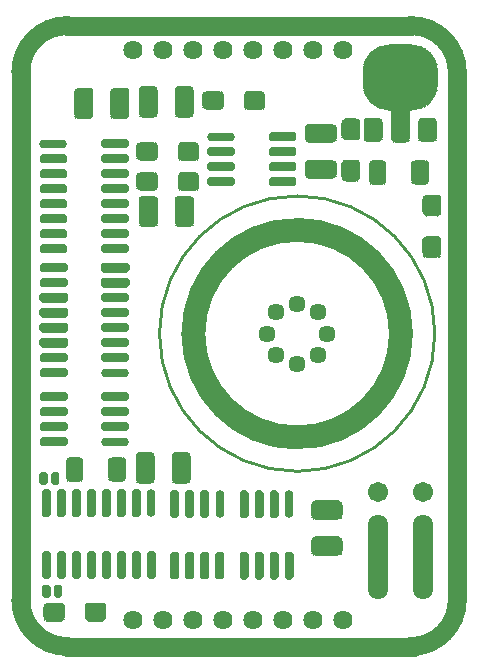
<source format=gbr>
G04 #@! TF.GenerationSoftware,KiCad,Pcbnew,(5.1.12)-1*
G04 #@! TF.CreationDate,2022-03-03T10:00:03+01:00*
G04 #@! TF.ProjectId,10V-DLTZ,3130562d-444c-4545-9a2e-6b696361645f,rev?*
G04 #@! TF.SameCoordinates,Original*
G04 #@! TF.FileFunction,Soldermask,Top*
G04 #@! TF.FilePolarity,Negative*
%FSLAX46Y46*%
G04 Gerber Fmt 4.6, Leading zero omitted, Abs format (unit mm)*
G04 Created by KiCad (PCBNEW (5.1.12)-1) date 2022-03-03 10:00:03*
%MOMM*%
%LPD*%
G01*
G04 APERTURE LIST*
%ADD10C,0.250000*%
%ADD11C,1.600000*%
%ADD12C,2.000000*%
%ADD13O,0.750000X2.350000*%
%ADD14C,1.452000*%
%ADD15O,2.350000X0.750000*%
%ADD16O,1.702000X7.202000*%
%ADD17C,1.702000*%
%ADD18C,1.626000*%
%ADD19C,0.100000*%
G04 APERTURE END LIST*
D10*
X108331249Y-150799800D02*
G75*
G03*
X108331249Y-150799800I-11658849J0D01*
G01*
D11*
X110236000Y-173355000D02*
X110236000Y-128651000D01*
D12*
X105465240Y-150799800D02*
G75*
G03*
X105465240Y-150799800I-8792840J0D01*
G01*
D11*
X73279000Y-173355000D02*
X73279000Y-128651000D01*
X106299000Y-124714000D02*
G75*
G02*
X110236000Y-128651000I0J-3937000D01*
G01*
X106299000Y-124714000D02*
X77216000Y-124714000D01*
X110236000Y-173355000D02*
G75*
G02*
X106299000Y-177292000I-3937000J0D01*
G01*
X106553000Y-177292000D02*
X77216000Y-177292000D01*
X77216000Y-177292000D02*
G75*
G02*
X73279000Y-173355000I0J3937000D01*
G01*
X73279000Y-128651000D02*
G75*
G02*
X77216000Y-124714000I3937000J0D01*
G01*
D10*
X108331249Y-150799800D02*
G75*
G03*
X108331249Y-150799800I-11658849J0D01*
G01*
D11*
X110236000Y-173355000D02*
X110236000Y-128651000D01*
D12*
X105465240Y-150799800D02*
G75*
G03*
X105465240Y-150799800I-8792840J0D01*
G01*
D11*
X73279000Y-173355000D02*
X73279000Y-128651000D01*
X106299000Y-124714000D02*
G75*
G02*
X110236000Y-128651000I0J-3937000D01*
G01*
X106299000Y-124714000D02*
X77216000Y-124714000D01*
X110236000Y-173355000D02*
G75*
G02*
X106299000Y-177292000I-3937000J0D01*
G01*
X106553000Y-177292000D02*
X77216000Y-177292000D01*
X77216000Y-177292000D02*
G75*
G02*
X73279000Y-173355000I0J3937000D01*
G01*
X73279000Y-128651000D02*
G75*
G02*
X77216000Y-124714000I3937000J0D01*
G01*
G36*
G01*
X80893000Y-164179500D02*
X80893000Y-166154500D01*
G75*
G02*
X80705500Y-166342000I-187500J0D01*
G01*
X80330500Y-166342000D01*
G75*
G02*
X80143000Y-166154500I0J187500D01*
G01*
X80143000Y-164179500D01*
G75*
G02*
X80330500Y-163992000I187500J0D01*
G01*
X80705500Y-163992000D01*
G75*
G02*
X80893000Y-164179500I0J-187500D01*
G01*
G37*
G36*
G01*
X75813000Y-169379500D02*
X75813000Y-171354500D01*
G75*
G02*
X75625500Y-171542000I-187500J0D01*
G01*
X75250500Y-171542000D01*
G75*
G02*
X75063000Y-171354500I0J187500D01*
G01*
X75063000Y-169379500D01*
G75*
G02*
X75250500Y-169192000I187500J0D01*
G01*
X75625500Y-169192000D01*
G75*
G02*
X75813000Y-169379500I0J-187500D01*
G01*
G37*
G36*
G01*
X82163000Y-169379500D02*
X82163000Y-171354500D01*
G75*
G02*
X81975500Y-171542000I-187500J0D01*
G01*
X81600500Y-171542000D01*
G75*
G02*
X81413000Y-171354500I0J187500D01*
G01*
X81413000Y-169379500D01*
G75*
G02*
X81600500Y-169192000I187500J0D01*
G01*
X81975500Y-169192000D01*
G75*
G02*
X82163000Y-169379500I0J-187500D01*
G01*
G37*
D13*
X84328000Y-165167000D03*
G36*
G01*
X84703000Y-169379500D02*
X84703000Y-171354500D01*
G75*
G02*
X84515500Y-171542000I-187500J0D01*
G01*
X84140500Y-171542000D01*
G75*
G02*
X83953000Y-171354500I0J187500D01*
G01*
X83953000Y-169379500D01*
G75*
G02*
X84140500Y-169192000I187500J0D01*
G01*
X84515500Y-169192000D01*
G75*
G02*
X84703000Y-169379500I0J-187500D01*
G01*
G37*
G36*
G01*
X83433000Y-169379500D02*
X83433000Y-171354500D01*
G75*
G02*
X83245500Y-171542000I-187500J0D01*
G01*
X82870500Y-171542000D01*
G75*
G02*
X82683000Y-171354500I0J187500D01*
G01*
X82683000Y-169379500D01*
G75*
G02*
X82870500Y-169192000I187500J0D01*
G01*
X83245500Y-169192000D01*
G75*
G02*
X83433000Y-169379500I0J-187500D01*
G01*
G37*
G36*
G01*
X77083000Y-169379500D02*
X77083000Y-171354500D01*
G75*
G02*
X76895500Y-171542000I-187500J0D01*
G01*
X76520500Y-171542000D01*
G75*
G02*
X76333000Y-171354500I0J187500D01*
G01*
X76333000Y-169379500D01*
G75*
G02*
X76520500Y-169192000I187500J0D01*
G01*
X76895500Y-169192000D01*
G75*
G02*
X77083000Y-169379500I0J-187500D01*
G01*
G37*
G36*
G01*
X78353000Y-169379500D02*
X78353000Y-171354500D01*
G75*
G02*
X78165500Y-171542000I-187500J0D01*
G01*
X77790500Y-171542000D01*
G75*
G02*
X77603000Y-171354500I0J187500D01*
G01*
X77603000Y-169379500D01*
G75*
G02*
X77790500Y-169192000I187500J0D01*
G01*
X78165500Y-169192000D01*
G75*
G02*
X78353000Y-169379500I0J-187500D01*
G01*
G37*
G36*
G01*
X79623000Y-164179500D02*
X79623000Y-166154500D01*
G75*
G02*
X79435500Y-166342000I-187500J0D01*
G01*
X79060500Y-166342000D01*
G75*
G02*
X78873000Y-166154500I0J187500D01*
G01*
X78873000Y-164179500D01*
G75*
G02*
X79060500Y-163992000I187500J0D01*
G01*
X79435500Y-163992000D01*
G75*
G02*
X79623000Y-164179500I0J-187500D01*
G01*
G37*
G36*
G01*
X75813000Y-164179500D02*
X75813000Y-166154500D01*
G75*
G02*
X75625500Y-166342000I-187500J0D01*
G01*
X75250500Y-166342000D01*
G75*
G02*
X75063000Y-166154500I0J187500D01*
G01*
X75063000Y-164179500D01*
G75*
G02*
X75250500Y-163992000I187500J0D01*
G01*
X75625500Y-163992000D01*
G75*
G02*
X75813000Y-164179500I0J-187500D01*
G01*
G37*
G36*
G01*
X78353000Y-164179500D02*
X78353000Y-166154500D01*
G75*
G02*
X78165500Y-166342000I-187500J0D01*
G01*
X77790500Y-166342000D01*
G75*
G02*
X77603000Y-166154500I0J187500D01*
G01*
X77603000Y-164179500D01*
G75*
G02*
X77790500Y-163992000I187500J0D01*
G01*
X78165500Y-163992000D01*
G75*
G02*
X78353000Y-164179500I0J-187500D01*
G01*
G37*
G36*
G01*
X77083000Y-164179500D02*
X77083000Y-166154500D01*
G75*
G02*
X76895500Y-166342000I-187500J0D01*
G01*
X76520500Y-166342000D01*
G75*
G02*
X76333000Y-166154500I0J187500D01*
G01*
X76333000Y-164179500D01*
G75*
G02*
X76520500Y-163992000I187500J0D01*
G01*
X76895500Y-163992000D01*
G75*
G02*
X77083000Y-164179500I0J-187500D01*
G01*
G37*
G36*
G01*
X79623000Y-169379500D02*
X79623000Y-171354500D01*
G75*
G02*
X79435500Y-171542000I-187500J0D01*
G01*
X79060500Y-171542000D01*
G75*
G02*
X78873000Y-171354500I0J187500D01*
G01*
X78873000Y-169379500D01*
G75*
G02*
X79060500Y-169192000I187500J0D01*
G01*
X79435500Y-169192000D01*
G75*
G02*
X79623000Y-169379500I0J-187500D01*
G01*
G37*
G36*
G01*
X83433000Y-164179500D02*
X83433000Y-166154500D01*
G75*
G02*
X83245500Y-166342000I-187500J0D01*
G01*
X82870500Y-166342000D01*
G75*
G02*
X82683000Y-166154500I0J187500D01*
G01*
X82683000Y-164179500D01*
G75*
G02*
X82870500Y-163992000I187500J0D01*
G01*
X83245500Y-163992000D01*
G75*
G02*
X83433000Y-164179500I0J-187500D01*
G01*
G37*
G36*
G01*
X80893000Y-169379500D02*
X80893000Y-171354500D01*
G75*
G02*
X80705500Y-171542000I-187500J0D01*
G01*
X80330500Y-171542000D01*
G75*
G02*
X80143000Y-171354500I0J187500D01*
G01*
X80143000Y-169379500D01*
G75*
G02*
X80330500Y-169192000I187500J0D01*
G01*
X80705500Y-169192000D01*
G75*
G02*
X80893000Y-169379500I0J-187500D01*
G01*
G37*
G36*
G01*
X82163000Y-164179500D02*
X82163000Y-166154500D01*
G75*
G02*
X81975500Y-166342000I-187500J0D01*
G01*
X81600500Y-166342000D01*
G75*
G02*
X81413000Y-166154500I0J187500D01*
G01*
X81413000Y-164179500D01*
G75*
G02*
X81600500Y-163992000I187500J0D01*
G01*
X81975500Y-163992000D01*
G75*
G02*
X82163000Y-164179500I0J-187500D01*
G01*
G37*
G36*
G01*
X78675000Y-174771500D02*
X78675000Y-173970500D01*
G75*
G02*
X79075500Y-173570000I400500J0D01*
G01*
X80126500Y-173570000D01*
G75*
G02*
X80527000Y-173970500I0J-400500D01*
G01*
X80527000Y-174771500D01*
G75*
G02*
X80126500Y-175172000I-400500J0D01*
G01*
X79075500Y-175172000D01*
G75*
G02*
X78675000Y-174771500I0J400500D01*
G01*
G37*
G36*
G01*
X75175000Y-174771500D02*
X75175000Y-173970500D01*
G75*
G02*
X75575500Y-173570000I400500J0D01*
G01*
X76626500Y-173570000D01*
G75*
G02*
X77027000Y-173970500I0J-400500D01*
G01*
X77027000Y-174771500D01*
G75*
G02*
X76626500Y-175172000I-400500J0D01*
G01*
X75575500Y-175172000D01*
G75*
G02*
X75175000Y-174771500I0J400500D01*
G01*
G37*
G36*
G01*
X76095000Y-172968500D02*
X76095000Y-172217500D01*
G75*
G02*
X76270500Y-172042000I175500J0D01*
G01*
X76621500Y-172042000D01*
G75*
G02*
X76797000Y-172217500I0J-175500D01*
G01*
X76797000Y-172968500D01*
G75*
G02*
X76621500Y-173144000I-175500J0D01*
G01*
X76270500Y-173144000D01*
G75*
G02*
X76095000Y-172968500I0J175500D01*
G01*
G37*
G36*
G01*
X75095000Y-172968500D02*
X75095000Y-172217500D01*
G75*
G02*
X75270500Y-172042000I175500J0D01*
G01*
X75621500Y-172042000D01*
G75*
G02*
X75797000Y-172217500I0J-175500D01*
G01*
X75797000Y-172968500D01*
G75*
G02*
X75621500Y-173144000I-175500J0D01*
G01*
X75270500Y-173144000D01*
G75*
G02*
X75095000Y-172968500I0J175500D01*
G01*
G37*
G36*
G01*
X75841000Y-163443500D02*
X75841000Y-162692500D01*
G75*
G02*
X76016500Y-162517000I175500J0D01*
G01*
X76367500Y-162517000D01*
G75*
G02*
X76543000Y-162692500I0J-175500D01*
G01*
X76543000Y-163443500D01*
G75*
G02*
X76367500Y-163619000I-175500J0D01*
G01*
X76016500Y-163619000D01*
G75*
G02*
X75841000Y-163443500I0J175500D01*
G01*
G37*
G36*
G01*
X74841000Y-163443500D02*
X74841000Y-162692500D01*
G75*
G02*
X75016500Y-162517000I175500J0D01*
G01*
X75367500Y-162517000D01*
G75*
G02*
X75543000Y-162692500I0J-175500D01*
G01*
X75543000Y-163443500D01*
G75*
G02*
X75367500Y-163619000I-175500J0D01*
G01*
X75016500Y-163619000D01*
G75*
G02*
X74841000Y-163443500I0J175500D01*
G01*
G37*
D14*
X94132400Y-150799800D03*
X99212400Y-150799800D03*
X96672400Y-148259800D03*
X96672400Y-153339800D03*
X98468400Y-152595800D03*
X94876400Y-152595800D03*
X94876400Y-149003800D03*
X98468400Y-149003800D03*
G36*
G01*
X84885000Y-139521500D02*
X84885000Y-141402500D01*
G75*
G02*
X84479500Y-141808000I-405500J0D01*
G01*
X83668500Y-141808000D01*
G75*
G02*
X83263000Y-141402500I0J405500D01*
G01*
X83263000Y-139521500D01*
G75*
G02*
X83668500Y-139116000I405500J0D01*
G01*
X84479500Y-139116000D01*
G75*
G02*
X84885000Y-139521500I0J-405500D01*
G01*
G37*
G36*
G01*
X87933000Y-139521500D02*
X87933000Y-141402500D01*
G75*
G02*
X87527500Y-141808000I-405500J0D01*
G01*
X86716500Y-141808000D01*
G75*
G02*
X86311000Y-141402500I0J405500D01*
G01*
X86311000Y-139521500D01*
G75*
G02*
X86716500Y-139116000I405500J0D01*
G01*
X87527500Y-139116000D01*
G75*
G02*
X87933000Y-139521500I0J-405500D01*
G01*
G37*
G36*
G01*
X99619500Y-134669000D02*
X97738500Y-134669000D01*
G75*
G02*
X97333000Y-134263500I0J405500D01*
G01*
X97333000Y-133452500D01*
G75*
G02*
X97738500Y-133047000I405500J0D01*
G01*
X99619500Y-133047000D01*
G75*
G02*
X100025000Y-133452500I0J-405500D01*
G01*
X100025000Y-134263500D01*
G75*
G02*
X99619500Y-134669000I-405500J0D01*
G01*
G37*
G36*
G01*
X99619500Y-137717000D02*
X97738500Y-137717000D01*
G75*
G02*
X97333000Y-137311500I0J405500D01*
G01*
X97333000Y-136500500D01*
G75*
G02*
X97738500Y-136095000I405500J0D01*
G01*
X99619500Y-136095000D01*
G75*
G02*
X100025000Y-136500500I0J-405500D01*
G01*
X100025000Y-137311500D01*
G75*
G02*
X99619500Y-137717000I-405500J0D01*
G01*
G37*
G36*
G01*
X94449500Y-133737000D02*
X96424500Y-133737000D01*
G75*
G02*
X96612000Y-133924500I0J-187500D01*
G01*
X96612000Y-134299500D01*
G75*
G02*
X96424500Y-134487000I-187500J0D01*
G01*
X94449500Y-134487000D01*
G75*
G02*
X94262000Y-134299500I0J187500D01*
G01*
X94262000Y-133924500D01*
G75*
G02*
X94449500Y-133737000I187500J0D01*
G01*
G37*
D15*
X90237000Y-134112000D03*
G36*
G01*
X94449500Y-135007000D02*
X96424500Y-135007000D01*
G75*
G02*
X96612000Y-135194500I0J-187500D01*
G01*
X96612000Y-135569500D01*
G75*
G02*
X96424500Y-135757000I-187500J0D01*
G01*
X94449500Y-135757000D01*
G75*
G02*
X94262000Y-135569500I0J187500D01*
G01*
X94262000Y-135194500D01*
G75*
G02*
X94449500Y-135007000I187500J0D01*
G01*
G37*
G36*
G01*
X89249500Y-135007000D02*
X91224500Y-135007000D01*
G75*
G02*
X91412000Y-135194500I0J-187500D01*
G01*
X91412000Y-135569500D01*
G75*
G02*
X91224500Y-135757000I-187500J0D01*
G01*
X89249500Y-135757000D01*
G75*
G02*
X89062000Y-135569500I0J187500D01*
G01*
X89062000Y-135194500D01*
G75*
G02*
X89249500Y-135007000I187500J0D01*
G01*
G37*
G36*
G01*
X94449500Y-136277000D02*
X96424500Y-136277000D01*
G75*
G02*
X96612000Y-136464500I0J-187500D01*
G01*
X96612000Y-136839500D01*
G75*
G02*
X96424500Y-137027000I-187500J0D01*
G01*
X94449500Y-137027000D01*
G75*
G02*
X94262000Y-136839500I0J187500D01*
G01*
X94262000Y-136464500D01*
G75*
G02*
X94449500Y-136277000I187500J0D01*
G01*
G37*
G36*
G01*
X89249500Y-136277000D02*
X91224500Y-136277000D01*
G75*
G02*
X91412000Y-136464500I0J-187500D01*
G01*
X91412000Y-136839500D01*
G75*
G02*
X91224500Y-137027000I-187500J0D01*
G01*
X89249500Y-137027000D01*
G75*
G02*
X89062000Y-136839500I0J187500D01*
G01*
X89062000Y-136464500D01*
G75*
G02*
X89249500Y-136277000I187500J0D01*
G01*
G37*
G36*
G01*
X94449500Y-137547000D02*
X96424500Y-137547000D01*
G75*
G02*
X96612000Y-137734500I0J-187500D01*
G01*
X96612000Y-138109500D01*
G75*
G02*
X96424500Y-138297000I-187500J0D01*
G01*
X94449500Y-138297000D01*
G75*
G02*
X94262000Y-138109500I0J187500D01*
G01*
X94262000Y-137734500D01*
G75*
G02*
X94449500Y-137547000I187500J0D01*
G01*
G37*
G36*
G01*
X89249500Y-137547000D02*
X91224500Y-137547000D01*
G75*
G02*
X91412000Y-137734500I0J-187500D01*
G01*
X91412000Y-138109500D01*
G75*
G02*
X91224500Y-138297000I-187500J0D01*
G01*
X89249500Y-138297000D01*
G75*
G02*
X89062000Y-138109500I0J187500D01*
G01*
X89062000Y-137734500D01*
G75*
G02*
X89249500Y-137547000I187500J0D01*
G01*
G37*
G36*
G01*
X82251300Y-156508800D02*
X80276300Y-156508800D01*
G75*
G02*
X80088800Y-156321300I0J187500D01*
G01*
X80088800Y-155946300D01*
G75*
G02*
X80276300Y-155758800I187500J0D01*
G01*
X82251300Y-155758800D01*
G75*
G02*
X82438800Y-155946300I0J-187500D01*
G01*
X82438800Y-156321300D01*
G75*
G02*
X82251300Y-156508800I-187500J0D01*
G01*
G37*
G36*
G01*
X77051300Y-156508800D02*
X75076300Y-156508800D01*
G75*
G02*
X74888800Y-156321300I0J187500D01*
G01*
X74888800Y-155946300D01*
G75*
G02*
X75076300Y-155758800I187500J0D01*
G01*
X77051300Y-155758800D01*
G75*
G02*
X77238800Y-155946300I0J-187500D01*
G01*
X77238800Y-156321300D01*
G75*
G02*
X77051300Y-156508800I-187500J0D01*
G01*
G37*
G36*
G01*
X82251300Y-157778800D02*
X80276300Y-157778800D01*
G75*
G02*
X80088800Y-157591300I0J187500D01*
G01*
X80088800Y-157216300D01*
G75*
G02*
X80276300Y-157028800I187500J0D01*
G01*
X82251300Y-157028800D01*
G75*
G02*
X82438800Y-157216300I0J-187500D01*
G01*
X82438800Y-157591300D01*
G75*
G02*
X82251300Y-157778800I-187500J0D01*
G01*
G37*
G36*
G01*
X77051300Y-157778800D02*
X75076300Y-157778800D01*
G75*
G02*
X74888800Y-157591300I0J187500D01*
G01*
X74888800Y-157216300D01*
G75*
G02*
X75076300Y-157028800I187500J0D01*
G01*
X77051300Y-157028800D01*
G75*
G02*
X77238800Y-157216300I0J-187500D01*
G01*
X77238800Y-157591300D01*
G75*
G02*
X77051300Y-157778800I-187500J0D01*
G01*
G37*
G36*
G01*
X82251300Y-159048800D02*
X80276300Y-159048800D01*
G75*
G02*
X80088800Y-158861300I0J187500D01*
G01*
X80088800Y-158486300D01*
G75*
G02*
X80276300Y-158298800I187500J0D01*
G01*
X82251300Y-158298800D01*
G75*
G02*
X82438800Y-158486300I0J-187500D01*
G01*
X82438800Y-158861300D01*
G75*
G02*
X82251300Y-159048800I-187500J0D01*
G01*
G37*
G36*
G01*
X77051300Y-159048800D02*
X75076300Y-159048800D01*
G75*
G02*
X74888800Y-158861300I0J187500D01*
G01*
X74888800Y-158486300D01*
G75*
G02*
X75076300Y-158298800I187500J0D01*
G01*
X77051300Y-158298800D01*
G75*
G02*
X77238800Y-158486300I0J-187500D01*
G01*
X77238800Y-158861300D01*
G75*
G02*
X77051300Y-159048800I-187500J0D01*
G01*
G37*
X81263800Y-159943800D03*
G36*
G01*
X77051300Y-160318800D02*
X75076300Y-160318800D01*
G75*
G02*
X74888800Y-160131300I0J187500D01*
G01*
X74888800Y-159756300D01*
G75*
G02*
X75076300Y-159568800I187500J0D01*
G01*
X77051300Y-159568800D01*
G75*
G02*
X77238800Y-159756300I0J-187500D01*
G01*
X77238800Y-160131300D01*
G75*
G02*
X77051300Y-160318800I-187500J0D01*
G01*
G37*
D16*
X107315000Y-169711000D03*
D17*
X107315000Y-164211000D03*
G36*
G01*
X96371499Y-169460499D02*
X96371499Y-171435499D01*
G75*
G02*
X96183999Y-171622999I-187500J0D01*
G01*
X95808999Y-171622999D01*
G75*
G02*
X95621499Y-171435499I0J187500D01*
G01*
X95621499Y-169460499D01*
G75*
G02*
X95808999Y-169272999I187500J0D01*
G01*
X96183999Y-169272999D01*
G75*
G02*
X96371499Y-169460499I0J-187500D01*
G01*
G37*
D13*
X95996499Y-165247999D03*
G36*
G01*
X95101499Y-169460499D02*
X95101499Y-171435499D01*
G75*
G02*
X94913999Y-171622999I-187500J0D01*
G01*
X94538999Y-171622999D01*
G75*
G02*
X94351499Y-171435499I0J187500D01*
G01*
X94351499Y-169460499D01*
G75*
G02*
X94538999Y-169272999I187500J0D01*
G01*
X94913999Y-169272999D01*
G75*
G02*
X95101499Y-169460499I0J-187500D01*
G01*
G37*
G36*
G01*
X95101499Y-164260499D02*
X95101499Y-166235499D01*
G75*
G02*
X94913999Y-166422999I-187500J0D01*
G01*
X94538999Y-166422999D01*
G75*
G02*
X94351499Y-166235499I0J187500D01*
G01*
X94351499Y-164260499D01*
G75*
G02*
X94538999Y-164072999I187500J0D01*
G01*
X94913999Y-164072999D01*
G75*
G02*
X95101499Y-164260499I0J-187500D01*
G01*
G37*
G36*
G01*
X93831499Y-169460499D02*
X93831499Y-171435499D01*
G75*
G02*
X93643999Y-171622999I-187500J0D01*
G01*
X93268999Y-171622999D01*
G75*
G02*
X93081499Y-171435499I0J187500D01*
G01*
X93081499Y-169460499D01*
G75*
G02*
X93268999Y-169272999I187500J0D01*
G01*
X93643999Y-169272999D01*
G75*
G02*
X93831499Y-169460499I0J-187500D01*
G01*
G37*
G36*
G01*
X93831499Y-164260499D02*
X93831499Y-166235499D01*
G75*
G02*
X93643999Y-166422999I-187500J0D01*
G01*
X93268999Y-166422999D01*
G75*
G02*
X93081499Y-166235499I0J187500D01*
G01*
X93081499Y-164260499D01*
G75*
G02*
X93268999Y-164072999I187500J0D01*
G01*
X93643999Y-164072999D01*
G75*
G02*
X93831499Y-164260499I0J-187500D01*
G01*
G37*
G36*
G01*
X92561499Y-169460499D02*
X92561499Y-171435499D01*
G75*
G02*
X92373999Y-171622999I-187500J0D01*
G01*
X91998999Y-171622999D01*
G75*
G02*
X91811499Y-171435499I0J187500D01*
G01*
X91811499Y-169460499D01*
G75*
G02*
X91998999Y-169272999I187500J0D01*
G01*
X92373999Y-169272999D01*
G75*
G02*
X92561499Y-169460499I0J-187500D01*
G01*
G37*
G36*
G01*
X92561499Y-164260499D02*
X92561499Y-166235499D01*
G75*
G02*
X92373999Y-166422999I-187500J0D01*
G01*
X91998999Y-166422999D01*
G75*
G02*
X91811499Y-166235499I0J187500D01*
G01*
X91811499Y-164260499D01*
G75*
G02*
X91998999Y-164072999I187500J0D01*
G01*
X92373999Y-164072999D01*
G75*
G02*
X92561499Y-164260499I0J-187500D01*
G01*
G37*
G36*
G01*
X75050900Y-136886600D02*
X77025900Y-136886600D01*
G75*
G02*
X77213400Y-137074100I0J-187500D01*
G01*
X77213400Y-137449100D01*
G75*
G02*
X77025900Y-137636600I-187500J0D01*
G01*
X75050900Y-137636600D01*
G75*
G02*
X74863400Y-137449100I0J187500D01*
G01*
X74863400Y-137074100D01*
G75*
G02*
X75050900Y-136886600I187500J0D01*
G01*
G37*
G36*
G01*
X80250900Y-138156600D02*
X82225900Y-138156600D01*
G75*
G02*
X82413400Y-138344100I0J-187500D01*
G01*
X82413400Y-138719100D01*
G75*
G02*
X82225900Y-138906600I-187500J0D01*
G01*
X80250900Y-138906600D01*
G75*
G02*
X80063400Y-138719100I0J187500D01*
G01*
X80063400Y-138344100D01*
G75*
G02*
X80250900Y-138156600I187500J0D01*
G01*
G37*
G36*
G01*
X75050900Y-135616600D02*
X77025900Y-135616600D01*
G75*
G02*
X77213400Y-135804100I0J-187500D01*
G01*
X77213400Y-136179100D01*
G75*
G02*
X77025900Y-136366600I-187500J0D01*
G01*
X75050900Y-136366600D01*
G75*
G02*
X74863400Y-136179100I0J187500D01*
G01*
X74863400Y-135804100D01*
G75*
G02*
X75050900Y-135616600I187500J0D01*
G01*
G37*
G36*
G01*
X80250900Y-139426600D02*
X82225900Y-139426600D01*
G75*
G02*
X82413400Y-139614100I0J-187500D01*
G01*
X82413400Y-139989100D01*
G75*
G02*
X82225900Y-140176600I-187500J0D01*
G01*
X80250900Y-140176600D01*
G75*
G02*
X80063400Y-139989100I0J187500D01*
G01*
X80063400Y-139614100D01*
G75*
G02*
X80250900Y-139426600I187500J0D01*
G01*
G37*
G36*
G01*
X75050900Y-141966600D02*
X77025900Y-141966600D01*
G75*
G02*
X77213400Y-142154100I0J-187500D01*
G01*
X77213400Y-142529100D01*
G75*
G02*
X77025900Y-142716600I-187500J0D01*
G01*
X75050900Y-142716600D01*
G75*
G02*
X74863400Y-142529100I0J187500D01*
G01*
X74863400Y-142154100D01*
G75*
G02*
X75050900Y-141966600I187500J0D01*
G01*
G37*
G36*
G01*
X75050900Y-140696600D02*
X77025900Y-140696600D01*
G75*
G02*
X77213400Y-140884100I0J-187500D01*
G01*
X77213400Y-141259100D01*
G75*
G02*
X77025900Y-141446600I-187500J0D01*
G01*
X75050900Y-141446600D01*
G75*
G02*
X74863400Y-141259100I0J187500D01*
G01*
X74863400Y-140884100D01*
G75*
G02*
X75050900Y-140696600I187500J0D01*
G01*
G37*
G36*
G01*
X75050900Y-143236600D02*
X77025900Y-143236600D01*
G75*
G02*
X77213400Y-143424100I0J-187500D01*
G01*
X77213400Y-143799100D01*
G75*
G02*
X77025900Y-143986600I-187500J0D01*
G01*
X75050900Y-143986600D01*
G75*
G02*
X74863400Y-143799100I0J187500D01*
G01*
X74863400Y-143424100D01*
G75*
G02*
X75050900Y-143236600I187500J0D01*
G01*
G37*
G36*
G01*
X75050900Y-139426600D02*
X77025900Y-139426600D01*
G75*
G02*
X77213400Y-139614100I0J-187500D01*
G01*
X77213400Y-139989100D01*
G75*
G02*
X77025900Y-140176600I-187500J0D01*
G01*
X75050900Y-140176600D01*
G75*
G02*
X74863400Y-139989100I0J187500D01*
G01*
X74863400Y-139614100D01*
G75*
G02*
X75050900Y-139426600I187500J0D01*
G01*
G37*
G36*
G01*
X80250900Y-140696600D02*
X82225900Y-140696600D01*
G75*
G02*
X82413400Y-140884100I0J-187500D01*
G01*
X82413400Y-141259100D01*
G75*
G02*
X82225900Y-141446600I-187500J0D01*
G01*
X80250900Y-141446600D01*
G75*
G02*
X80063400Y-141259100I0J187500D01*
G01*
X80063400Y-140884100D01*
G75*
G02*
X80250900Y-140696600I187500J0D01*
G01*
G37*
G36*
G01*
X80250900Y-141966600D02*
X82225900Y-141966600D01*
G75*
G02*
X82413400Y-142154100I0J-187500D01*
G01*
X82413400Y-142529100D01*
G75*
G02*
X82225900Y-142716600I-187500J0D01*
G01*
X80250900Y-142716600D01*
G75*
G02*
X80063400Y-142529100I0J187500D01*
G01*
X80063400Y-142154100D01*
G75*
G02*
X80250900Y-141966600I187500J0D01*
G01*
G37*
G36*
G01*
X80250900Y-135616600D02*
X82225900Y-135616600D01*
G75*
G02*
X82413400Y-135804100I0J-187500D01*
G01*
X82413400Y-136179100D01*
G75*
G02*
X82225900Y-136366600I-187500J0D01*
G01*
X80250900Y-136366600D01*
G75*
G02*
X80063400Y-136179100I0J187500D01*
G01*
X80063400Y-135804100D01*
G75*
G02*
X80250900Y-135616600I187500J0D01*
G01*
G37*
G36*
G01*
X80250900Y-134346600D02*
X82225900Y-134346600D01*
G75*
G02*
X82413400Y-134534100I0J-187500D01*
G01*
X82413400Y-134909100D01*
G75*
G02*
X82225900Y-135096600I-187500J0D01*
G01*
X80250900Y-135096600D01*
G75*
G02*
X80063400Y-134909100I0J187500D01*
G01*
X80063400Y-134534100D01*
G75*
G02*
X80250900Y-134346600I187500J0D01*
G01*
G37*
D15*
X76038400Y-134721600D03*
G36*
G01*
X80250900Y-136886600D02*
X82225900Y-136886600D01*
G75*
G02*
X82413400Y-137074100I0J-187500D01*
G01*
X82413400Y-137449100D01*
G75*
G02*
X82225900Y-137636600I-187500J0D01*
G01*
X80250900Y-137636600D01*
G75*
G02*
X80063400Y-137449100I0J187500D01*
G01*
X80063400Y-137074100D01*
G75*
G02*
X80250900Y-136886600I187500J0D01*
G01*
G37*
G36*
G01*
X80250900Y-143236600D02*
X82225900Y-143236600D01*
G75*
G02*
X82413400Y-143424100I0J-187500D01*
G01*
X82413400Y-143799100D01*
G75*
G02*
X82225900Y-143986600I-187500J0D01*
G01*
X80250900Y-143986600D01*
G75*
G02*
X80063400Y-143799100I0J187500D01*
G01*
X80063400Y-143424100D01*
G75*
G02*
X80250900Y-143236600I187500J0D01*
G01*
G37*
G36*
G01*
X75050900Y-138156600D02*
X77025900Y-138156600D01*
G75*
G02*
X77213400Y-138344100I0J-187500D01*
G01*
X77213400Y-138719100D01*
G75*
G02*
X77025900Y-138906600I-187500J0D01*
G01*
X75050900Y-138906600D01*
G75*
G02*
X74863400Y-138719100I0J187500D01*
G01*
X74863400Y-138344100D01*
G75*
G02*
X75050900Y-138156600I187500J0D01*
G01*
G37*
G36*
G01*
X90481500Y-169443000D02*
X90481500Y-171418000D01*
G75*
G02*
X90294000Y-171605500I-187500J0D01*
G01*
X89919000Y-171605500D01*
G75*
G02*
X89731500Y-171418000I0J187500D01*
G01*
X89731500Y-169443000D01*
G75*
G02*
X89919000Y-169255500I187500J0D01*
G01*
X90294000Y-169255500D01*
G75*
G02*
X90481500Y-169443000I0J-187500D01*
G01*
G37*
D13*
X90106500Y-165230500D03*
G36*
G01*
X89211500Y-169443000D02*
X89211500Y-171418000D01*
G75*
G02*
X89024000Y-171605500I-187500J0D01*
G01*
X88649000Y-171605500D01*
G75*
G02*
X88461500Y-171418000I0J187500D01*
G01*
X88461500Y-169443000D01*
G75*
G02*
X88649000Y-169255500I187500J0D01*
G01*
X89024000Y-169255500D01*
G75*
G02*
X89211500Y-169443000I0J-187500D01*
G01*
G37*
G36*
G01*
X89211500Y-164243000D02*
X89211500Y-166218000D01*
G75*
G02*
X89024000Y-166405500I-187500J0D01*
G01*
X88649000Y-166405500D01*
G75*
G02*
X88461500Y-166218000I0J187500D01*
G01*
X88461500Y-164243000D01*
G75*
G02*
X88649000Y-164055500I187500J0D01*
G01*
X89024000Y-164055500D01*
G75*
G02*
X89211500Y-164243000I0J-187500D01*
G01*
G37*
G36*
G01*
X87941500Y-169443000D02*
X87941500Y-171418000D01*
G75*
G02*
X87754000Y-171605500I-187500J0D01*
G01*
X87379000Y-171605500D01*
G75*
G02*
X87191500Y-171418000I0J187500D01*
G01*
X87191500Y-169443000D01*
G75*
G02*
X87379000Y-169255500I187500J0D01*
G01*
X87754000Y-169255500D01*
G75*
G02*
X87941500Y-169443000I0J-187500D01*
G01*
G37*
G36*
G01*
X87941500Y-164243000D02*
X87941500Y-166218000D01*
G75*
G02*
X87754000Y-166405500I-187500J0D01*
G01*
X87379000Y-166405500D01*
G75*
G02*
X87191500Y-166218000I0J187500D01*
G01*
X87191500Y-164243000D01*
G75*
G02*
X87379000Y-164055500I187500J0D01*
G01*
X87754000Y-164055500D01*
G75*
G02*
X87941500Y-164243000I0J-187500D01*
G01*
G37*
G36*
G01*
X86671500Y-169443000D02*
X86671500Y-171418000D01*
G75*
G02*
X86484000Y-171605500I-187500J0D01*
G01*
X86109000Y-171605500D01*
G75*
G02*
X85921500Y-171418000I0J187500D01*
G01*
X85921500Y-169443000D01*
G75*
G02*
X86109000Y-169255500I187500J0D01*
G01*
X86484000Y-169255500D01*
G75*
G02*
X86671500Y-169443000I0J-187500D01*
G01*
G37*
G36*
G01*
X86671500Y-164243000D02*
X86671500Y-166218000D01*
G75*
G02*
X86484000Y-166405500I-187500J0D01*
G01*
X86109000Y-166405500D01*
G75*
G02*
X85921500Y-166218000I0J187500D01*
G01*
X85921500Y-164243000D01*
G75*
G02*
X86109000Y-164055500I187500J0D01*
G01*
X86484000Y-164055500D01*
G75*
G02*
X86671500Y-164243000I0J-187500D01*
G01*
G37*
G36*
G01*
X82277300Y-145638800D02*
X80250300Y-145638800D01*
G75*
G02*
X80036800Y-145425300I0J213500D01*
G01*
X80036800Y-144998300D01*
G75*
G02*
X80250300Y-144784800I213500J0D01*
G01*
X82277300Y-144784800D01*
G75*
G02*
X82490800Y-144998300I0J-213500D01*
G01*
X82490800Y-145425300D01*
G75*
G02*
X82277300Y-145638800I-213500J0D01*
G01*
G37*
G36*
G01*
X77051300Y-145586800D02*
X75076300Y-145586800D01*
G75*
G02*
X74888800Y-145399300I0J187500D01*
G01*
X74888800Y-145024300D01*
G75*
G02*
X75076300Y-144836800I187500J0D01*
G01*
X77051300Y-144836800D01*
G75*
G02*
X77238800Y-145024300I0J-187500D01*
G01*
X77238800Y-145399300D01*
G75*
G02*
X77051300Y-145586800I-187500J0D01*
G01*
G37*
G36*
G01*
X82277300Y-146908800D02*
X80250300Y-146908800D01*
G75*
G02*
X80036800Y-146695300I0J213500D01*
G01*
X80036800Y-146268300D01*
G75*
G02*
X80250300Y-146054800I213500J0D01*
G01*
X82277300Y-146054800D01*
G75*
G02*
X82490800Y-146268300I0J-213500D01*
G01*
X82490800Y-146695300D01*
G75*
G02*
X82277300Y-146908800I-213500J0D01*
G01*
G37*
G36*
G01*
X77051300Y-146856800D02*
X75076300Y-146856800D01*
G75*
G02*
X74888800Y-146669300I0J187500D01*
G01*
X74888800Y-146294300D01*
G75*
G02*
X75076300Y-146106800I187500J0D01*
G01*
X77051300Y-146106800D01*
G75*
G02*
X77238800Y-146294300I0J-187500D01*
G01*
X77238800Y-146669300D01*
G75*
G02*
X77051300Y-146856800I-187500J0D01*
G01*
G37*
G36*
G01*
X82251300Y-148126800D02*
X80276300Y-148126800D01*
G75*
G02*
X80088800Y-147939300I0J187500D01*
G01*
X80088800Y-147564300D01*
G75*
G02*
X80276300Y-147376800I187500J0D01*
G01*
X82251300Y-147376800D01*
G75*
G02*
X82438800Y-147564300I0J-187500D01*
G01*
X82438800Y-147939300D01*
G75*
G02*
X82251300Y-148126800I-187500J0D01*
G01*
G37*
G36*
G01*
X77077300Y-148178800D02*
X75050300Y-148178800D01*
G75*
G02*
X74836800Y-147965300I0J213500D01*
G01*
X74836800Y-147538300D01*
G75*
G02*
X75050300Y-147324800I213500J0D01*
G01*
X77077300Y-147324800D01*
G75*
G02*
X77290800Y-147538300I0J-213500D01*
G01*
X77290800Y-147965300D01*
G75*
G02*
X77077300Y-148178800I-213500J0D01*
G01*
G37*
G36*
G01*
X82251300Y-149396800D02*
X80276300Y-149396800D01*
G75*
G02*
X80088800Y-149209300I0J187500D01*
G01*
X80088800Y-148834300D01*
G75*
G02*
X80276300Y-148646800I187500J0D01*
G01*
X82251300Y-148646800D01*
G75*
G02*
X82438800Y-148834300I0J-187500D01*
G01*
X82438800Y-149209300D01*
G75*
G02*
X82251300Y-149396800I-187500J0D01*
G01*
G37*
G36*
G01*
X77077300Y-149448800D02*
X75050300Y-149448800D01*
G75*
G02*
X74836800Y-149235300I0J213500D01*
G01*
X74836800Y-148808300D01*
G75*
G02*
X75050300Y-148594800I213500J0D01*
G01*
X77077300Y-148594800D01*
G75*
G02*
X77290800Y-148808300I0J-213500D01*
G01*
X77290800Y-149235300D01*
G75*
G02*
X77077300Y-149448800I-213500J0D01*
G01*
G37*
G36*
G01*
X82251300Y-150666800D02*
X80276300Y-150666800D01*
G75*
G02*
X80088800Y-150479300I0J187500D01*
G01*
X80088800Y-150104300D01*
G75*
G02*
X80276300Y-149916800I187500J0D01*
G01*
X82251300Y-149916800D01*
G75*
G02*
X82438800Y-150104300I0J-187500D01*
G01*
X82438800Y-150479300D01*
G75*
G02*
X82251300Y-150666800I-187500J0D01*
G01*
G37*
G36*
G01*
X77077300Y-150718800D02*
X75050300Y-150718800D01*
G75*
G02*
X74836800Y-150505300I0J213500D01*
G01*
X74836800Y-150078300D01*
G75*
G02*
X75050300Y-149864800I213500J0D01*
G01*
X77077300Y-149864800D01*
G75*
G02*
X77290800Y-150078300I0J-213500D01*
G01*
X77290800Y-150505300D01*
G75*
G02*
X77077300Y-150718800I-213500J0D01*
G01*
G37*
G36*
G01*
X82251300Y-151936800D02*
X80276300Y-151936800D01*
G75*
G02*
X80088800Y-151749300I0J187500D01*
G01*
X80088800Y-151374300D01*
G75*
G02*
X80276300Y-151186800I187500J0D01*
G01*
X82251300Y-151186800D01*
G75*
G02*
X82438800Y-151374300I0J-187500D01*
G01*
X82438800Y-151749300D01*
G75*
G02*
X82251300Y-151936800I-187500J0D01*
G01*
G37*
G36*
G01*
X77077300Y-151988800D02*
X75050300Y-151988800D01*
G75*
G02*
X74836800Y-151775300I0J213500D01*
G01*
X74836800Y-151348300D01*
G75*
G02*
X75050300Y-151134800I213500J0D01*
G01*
X77077300Y-151134800D01*
G75*
G02*
X77290800Y-151348300I0J-213500D01*
G01*
X77290800Y-151775300D01*
G75*
G02*
X77077300Y-151988800I-213500J0D01*
G01*
G37*
G36*
G01*
X82251300Y-153206800D02*
X80276300Y-153206800D01*
G75*
G02*
X80088800Y-153019300I0J187500D01*
G01*
X80088800Y-152644300D01*
G75*
G02*
X80276300Y-152456800I187500J0D01*
G01*
X82251300Y-152456800D01*
G75*
G02*
X82438800Y-152644300I0J-187500D01*
G01*
X82438800Y-153019300D01*
G75*
G02*
X82251300Y-153206800I-187500J0D01*
G01*
G37*
G36*
G01*
X77051300Y-153206800D02*
X75076300Y-153206800D01*
G75*
G02*
X74888800Y-153019300I0J187500D01*
G01*
X74888800Y-152644300D01*
G75*
G02*
X75076300Y-152456800I187500J0D01*
G01*
X77051300Y-152456800D01*
G75*
G02*
X77238800Y-152644300I0J-187500D01*
G01*
X77238800Y-153019300D01*
G75*
G02*
X77051300Y-153206800I-187500J0D01*
G01*
G37*
D15*
X81263800Y-154101800D03*
G36*
G01*
X77051300Y-154476800D02*
X75076300Y-154476800D01*
G75*
G02*
X74888800Y-154289300I0J187500D01*
G01*
X74888800Y-153914300D01*
G75*
G02*
X75076300Y-153726800I187500J0D01*
G01*
X77051300Y-153726800D01*
G75*
G02*
X77238800Y-153914300I0J-187500D01*
G01*
X77238800Y-154289300D01*
G75*
G02*
X77051300Y-154476800I-187500J0D01*
G01*
G37*
D16*
X103505000Y-169711000D03*
D17*
X103505000Y-164211000D03*
G36*
G01*
X84885000Y-130250500D02*
X84885000Y-132131500D01*
G75*
G02*
X84479500Y-132537000I-405500J0D01*
G01*
X83668500Y-132537000D01*
G75*
G02*
X83263000Y-132131500I0J405500D01*
G01*
X83263000Y-130250500D01*
G75*
G02*
X83668500Y-129845000I405500J0D01*
G01*
X84479500Y-129845000D01*
G75*
G02*
X84885000Y-130250500I0J-405500D01*
G01*
G37*
G36*
G01*
X87933000Y-130250500D02*
X87933000Y-132131500D01*
G75*
G02*
X87527500Y-132537000I-405500J0D01*
G01*
X86716500Y-132537000D01*
G75*
G02*
X86311000Y-132131500I0J405500D01*
G01*
X86311000Y-130250500D01*
G75*
G02*
X86716500Y-129845000I405500J0D01*
G01*
X87527500Y-129845000D01*
G75*
G02*
X87933000Y-130250500I0J-405500D01*
G01*
G37*
G36*
G01*
X84631000Y-161238500D02*
X84631000Y-163119500D01*
G75*
G02*
X84225500Y-163525000I-405500J0D01*
G01*
X83414500Y-163525000D01*
G75*
G02*
X83009000Y-163119500I0J405500D01*
G01*
X83009000Y-161238500D01*
G75*
G02*
X83414500Y-160833000I405500J0D01*
G01*
X84225500Y-160833000D01*
G75*
G02*
X84631000Y-161238500I0J-405500D01*
G01*
G37*
G36*
G01*
X87679000Y-161238500D02*
X87679000Y-163119500D01*
G75*
G02*
X87273500Y-163525000I-405500J0D01*
G01*
X86462500Y-163525000D01*
G75*
G02*
X86057000Y-163119500I0J405500D01*
G01*
X86057000Y-161238500D01*
G75*
G02*
X86462500Y-160833000I405500J0D01*
G01*
X87273500Y-160833000D01*
G75*
G02*
X87679000Y-161238500I0J-405500D01*
G01*
G37*
G36*
G01*
X100818500Y-136079000D02*
X101619500Y-136079000D01*
G75*
G02*
X102020000Y-136479500I0J-400500D01*
G01*
X102020000Y-137530500D01*
G75*
G02*
X101619500Y-137931000I-400500J0D01*
G01*
X100818500Y-137931000D01*
G75*
G02*
X100418000Y-137530500I0J400500D01*
G01*
X100418000Y-136479500D01*
G75*
G02*
X100818500Y-136079000I400500J0D01*
G01*
G37*
G36*
G01*
X100818500Y-132579000D02*
X101619500Y-132579000D01*
G75*
G02*
X102020000Y-132979500I0J-400500D01*
G01*
X102020000Y-134030500D01*
G75*
G02*
X101619500Y-134431000I-400500J0D01*
G01*
X100818500Y-134431000D01*
G75*
G02*
X100418000Y-134030500I0J400500D01*
G01*
X100418000Y-132979500D01*
G75*
G02*
X100818500Y-132579000I400500J0D01*
G01*
G37*
G36*
G01*
X106909000Y-134204500D02*
X106909000Y-132903500D01*
G75*
G02*
X107309500Y-132503000I400500J0D01*
G01*
X108110500Y-132503000D01*
G75*
G02*
X108511000Y-132903500I0J-400500D01*
G01*
X108511000Y-134204500D01*
G75*
G02*
X108110500Y-134605000I-400500J0D01*
G01*
X107309500Y-134605000D01*
G75*
G02*
X106909000Y-134204500I0J400500D01*
G01*
G37*
G36*
G01*
X104609000Y-134234500D02*
X104609000Y-130433500D01*
G75*
G02*
X105009500Y-130033000I400500J0D01*
G01*
X105810500Y-130033000D01*
G75*
G02*
X106211000Y-130433500I0J-400500D01*
G01*
X106211000Y-134234500D01*
G75*
G02*
X105810500Y-134635000I-400500J0D01*
G01*
X105009500Y-134635000D01*
G75*
G02*
X104609000Y-134234500I0J400500D01*
G01*
G37*
G36*
G01*
X102309000Y-134204500D02*
X102309000Y-132903500D01*
G75*
G02*
X102709500Y-132503000I400500J0D01*
G01*
X103510500Y-132503000D01*
G75*
G02*
X103911000Y-132903500I0J-400500D01*
G01*
X103911000Y-134204500D01*
G75*
G02*
X103510500Y-134605000I-400500J0D01*
G01*
X102709500Y-134605000D01*
G75*
G02*
X102309000Y-134204500I0J400500D01*
G01*
G37*
G36*
G01*
X102209000Y-129674200D02*
X102209000Y-128553800D01*
G75*
G02*
X104449800Y-126313000I2240800J0D01*
G01*
X106370200Y-126313000D01*
G75*
G02*
X108611000Y-128553800I0J-2240800D01*
G01*
X108611000Y-129674200D01*
G75*
G02*
X106370200Y-131915000I-2240800J0D01*
G01*
X104449800Y-131915000D01*
G75*
G02*
X102209000Y-129674200I0J2240800D01*
G01*
G37*
G36*
G01*
X104234000Y-136484500D02*
X104234000Y-137835500D01*
G75*
G02*
X103858500Y-138211000I-375500J0D01*
G01*
X103107500Y-138211000D01*
G75*
G02*
X102732000Y-137835500I0J375500D01*
G01*
X102732000Y-136484500D01*
G75*
G02*
X103107500Y-136109000I375500J0D01*
G01*
X103858500Y-136109000D01*
G75*
G02*
X104234000Y-136484500I0J-375500D01*
G01*
G37*
G36*
G01*
X107834000Y-136484500D02*
X107834000Y-137835500D01*
G75*
G02*
X107458500Y-138211000I-375500J0D01*
G01*
X106707500Y-138211000D01*
G75*
G02*
X106332000Y-137835500I0J375500D01*
G01*
X106332000Y-136484500D01*
G75*
G02*
X106707500Y-136109000I375500J0D01*
G01*
X107458500Y-136109000D01*
G75*
G02*
X107834000Y-136484500I0J-375500D01*
G01*
G37*
D18*
X82804000Y-126746000D03*
X85344000Y-126746000D03*
X87884000Y-126746000D03*
X90424000Y-126746000D03*
X92964000Y-126746000D03*
X95504000Y-126746000D03*
X98044000Y-126746000D03*
X100584000Y-126746000D03*
G36*
G01*
X86549000Y-138322500D02*
X86549000Y-137521500D01*
G75*
G02*
X86949500Y-137121000I400500J0D01*
G01*
X88000500Y-137121000D01*
G75*
G02*
X88401000Y-137521500I0J-400500D01*
G01*
X88401000Y-138322500D01*
G75*
G02*
X88000500Y-138723000I-400500J0D01*
G01*
X86949500Y-138723000D01*
G75*
G02*
X86549000Y-138322500I0J400500D01*
G01*
G37*
G36*
G01*
X83049000Y-138322500D02*
X83049000Y-137521500D01*
G75*
G02*
X83449500Y-137121000I400500J0D01*
G01*
X84500500Y-137121000D01*
G75*
G02*
X84901000Y-137521500I0J-400500D01*
G01*
X84901000Y-138322500D01*
G75*
G02*
X84500500Y-138723000I-400500J0D01*
G01*
X83449500Y-138723000D01*
G75*
G02*
X83049000Y-138322500I0J400500D01*
G01*
G37*
G36*
G01*
X98246500Y-167972000D02*
X100127500Y-167972000D01*
G75*
G02*
X100533000Y-168377500I0J-405500D01*
G01*
X100533000Y-169188500D01*
G75*
G02*
X100127500Y-169594000I-405500J0D01*
G01*
X98246500Y-169594000D01*
G75*
G02*
X97841000Y-169188500I0J405500D01*
G01*
X97841000Y-168377500D01*
G75*
G02*
X98246500Y-167972000I405500J0D01*
G01*
G37*
G36*
G01*
X98246500Y-164924000D02*
X100127500Y-164924000D01*
G75*
G02*
X100533000Y-165329500I0J-405500D01*
G01*
X100533000Y-166140500D01*
G75*
G02*
X100127500Y-166546000I-405500J0D01*
G01*
X98246500Y-166546000D01*
G75*
G02*
X97841000Y-166140500I0J405500D01*
G01*
X97841000Y-165329500D01*
G75*
G02*
X98246500Y-164924000I405500J0D01*
G01*
G37*
X82804000Y-175006000D03*
X85344000Y-175006000D03*
X87884000Y-175006000D03*
X90424000Y-175006000D03*
X92964000Y-175006000D03*
X95504000Y-175006000D03*
X98044000Y-175006000D03*
X100584000Y-175006000D03*
G36*
G01*
X80678000Y-162981500D02*
X80678000Y-161630500D01*
G75*
G02*
X81053500Y-161255000I375500J0D01*
G01*
X81804500Y-161255000D01*
G75*
G02*
X82180000Y-161630500I0J-375500D01*
G01*
X82180000Y-162981500D01*
G75*
G02*
X81804500Y-163357000I-375500J0D01*
G01*
X81053500Y-163357000D01*
G75*
G02*
X80678000Y-162981500I0J375500D01*
G01*
G37*
G36*
G01*
X77078000Y-162981500D02*
X77078000Y-161630500D01*
G75*
G02*
X77453500Y-161255000I375500J0D01*
G01*
X78204500Y-161255000D01*
G75*
G02*
X78580000Y-161630500I0J-375500D01*
G01*
X78580000Y-162981500D01*
G75*
G02*
X78204500Y-163357000I-375500J0D01*
G01*
X77453500Y-163357000D01*
G75*
G02*
X77078000Y-162981500I0J375500D01*
G01*
G37*
G36*
G01*
X80850000Y-132258500D02*
X80850000Y-130377500D01*
G75*
G02*
X81255500Y-129972000I405500J0D01*
G01*
X82066500Y-129972000D01*
G75*
G02*
X82472000Y-130377500I0J-405500D01*
G01*
X82472000Y-132258500D01*
G75*
G02*
X82066500Y-132664000I-405500J0D01*
G01*
X81255500Y-132664000D01*
G75*
G02*
X80850000Y-132258500I0J405500D01*
G01*
G37*
G36*
G01*
X77802000Y-132258500D02*
X77802000Y-130377500D01*
G75*
G02*
X78207500Y-129972000I405500J0D01*
G01*
X79018500Y-129972000D01*
G75*
G02*
X79424000Y-130377500I0J-405500D01*
G01*
X79424000Y-132258500D01*
G75*
G02*
X79018500Y-132664000I-405500J0D01*
G01*
X78207500Y-132664000D01*
G75*
G02*
X77802000Y-132258500I0J405500D01*
G01*
G37*
G36*
G01*
X84901000Y-134981500D02*
X84901000Y-135782500D01*
G75*
G02*
X84500500Y-136183000I-400500J0D01*
G01*
X83449500Y-136183000D01*
G75*
G02*
X83049000Y-135782500I0J400500D01*
G01*
X83049000Y-134981500D01*
G75*
G02*
X83449500Y-134581000I400500J0D01*
G01*
X84500500Y-134581000D01*
G75*
G02*
X84901000Y-134981500I0J-400500D01*
G01*
G37*
G36*
G01*
X88401000Y-134981500D02*
X88401000Y-135782500D01*
G75*
G02*
X88000500Y-136183000I-400500J0D01*
G01*
X86949500Y-136183000D01*
G75*
G02*
X86549000Y-135782500I0J400500D01*
G01*
X86549000Y-134981500D01*
G75*
G02*
X86949500Y-134581000I400500J0D01*
G01*
X88000500Y-134581000D01*
G75*
G02*
X88401000Y-134981500I0J-400500D01*
G01*
G37*
G36*
G01*
X92137000Y-131464500D02*
X92137000Y-130663500D01*
G75*
G02*
X92537500Y-130263000I400500J0D01*
G01*
X93588500Y-130263000D01*
G75*
G02*
X93989000Y-130663500I0J-400500D01*
G01*
X93989000Y-131464500D01*
G75*
G02*
X93588500Y-131865000I-400500J0D01*
G01*
X92537500Y-131865000D01*
G75*
G02*
X92137000Y-131464500I0J400500D01*
G01*
G37*
G36*
G01*
X88637000Y-131464500D02*
X88637000Y-130663500D01*
G75*
G02*
X89037500Y-130263000I400500J0D01*
G01*
X90088500Y-130263000D01*
G75*
G02*
X90489000Y-130663500I0J-400500D01*
G01*
X90489000Y-131464500D01*
G75*
G02*
X90088500Y-131865000I-400500J0D01*
G01*
X89037500Y-131865000D01*
G75*
G02*
X88637000Y-131464500I0J400500D01*
G01*
G37*
G36*
G01*
X107676500Y-142528000D02*
X108477500Y-142528000D01*
G75*
G02*
X108878000Y-142928500I0J-400500D01*
G01*
X108878000Y-143979500D01*
G75*
G02*
X108477500Y-144380000I-400500J0D01*
G01*
X107676500Y-144380000D01*
G75*
G02*
X107276000Y-143979500I0J400500D01*
G01*
X107276000Y-142928500D01*
G75*
G02*
X107676500Y-142528000I400500J0D01*
G01*
G37*
G36*
G01*
X107676500Y-139028000D02*
X108477500Y-139028000D01*
G75*
G02*
X108878000Y-139428500I0J-400500D01*
G01*
X108878000Y-140479500D01*
G75*
G02*
X108477500Y-140880000I-400500J0D01*
G01*
X107676500Y-140880000D01*
G75*
G02*
X107276000Y-140479500I0J400500D01*
G01*
X107276000Y-139428500D01*
G75*
G02*
X107676500Y-139028000I400500J0D01*
G01*
G37*
D19*
G36*
X75176990Y-174771304D02*
G01*
X75184665Y-174849239D01*
X75207343Y-174923996D01*
X75244167Y-174992890D01*
X75293725Y-175053275D01*
X75354110Y-175102833D01*
X75423004Y-175139657D01*
X75497761Y-175162335D01*
X75575696Y-175170010D01*
X75577322Y-175171175D01*
X75577126Y-175173165D01*
X75575500Y-175174000D01*
X75519138Y-175174000D01*
X75518942Y-175173990D01*
X75446981Y-175166903D01*
X75446596Y-175166827D01*
X75383308Y-175147628D01*
X75382946Y-175147478D01*
X75324608Y-175116296D01*
X75324282Y-175116078D01*
X75273156Y-175074121D01*
X75272879Y-175073844D01*
X75230922Y-175022718D01*
X75230704Y-175022392D01*
X75199522Y-174964054D01*
X75199372Y-174963692D01*
X75180173Y-174900404D01*
X75180097Y-174900019D01*
X75173010Y-174828058D01*
X75173000Y-174827862D01*
X75173000Y-174771500D01*
X75174000Y-174769768D01*
X75176000Y-174769768D01*
X75176990Y-174771304D01*
G37*
G36*
X77028165Y-174769874D02*
G01*
X77029000Y-174771500D01*
X77029000Y-174827862D01*
X77028990Y-174828058D01*
X77021903Y-174900019D01*
X77021827Y-174900404D01*
X77002628Y-174963692D01*
X77002478Y-174964054D01*
X76971296Y-175022392D01*
X76971078Y-175022718D01*
X76929121Y-175073844D01*
X76928844Y-175074121D01*
X76877718Y-175116078D01*
X76877392Y-175116296D01*
X76819054Y-175147478D01*
X76818692Y-175147628D01*
X76755404Y-175166827D01*
X76755019Y-175166903D01*
X76683058Y-175173990D01*
X76682862Y-175174000D01*
X76626500Y-175174000D01*
X76624768Y-175173000D01*
X76624768Y-175171000D01*
X76626304Y-175170010D01*
X76704239Y-175162335D01*
X76778996Y-175139657D01*
X76847890Y-175102833D01*
X76908275Y-175053275D01*
X76957833Y-174992890D01*
X76994657Y-174923996D01*
X77017335Y-174849239D01*
X77025010Y-174771304D01*
X77026175Y-174769678D01*
X77028165Y-174769874D01*
G37*
G36*
X78676990Y-174771304D02*
G01*
X78684665Y-174849239D01*
X78707343Y-174923996D01*
X78744167Y-174992890D01*
X78793725Y-175053275D01*
X78854110Y-175102833D01*
X78923004Y-175139657D01*
X78997761Y-175162335D01*
X79075696Y-175170010D01*
X79077322Y-175171175D01*
X79077126Y-175173165D01*
X79075500Y-175174000D01*
X79019138Y-175174000D01*
X79018942Y-175173990D01*
X78946981Y-175166903D01*
X78946596Y-175166827D01*
X78883308Y-175147628D01*
X78882946Y-175147478D01*
X78824608Y-175116296D01*
X78824282Y-175116078D01*
X78773156Y-175074121D01*
X78772879Y-175073844D01*
X78730922Y-175022718D01*
X78730704Y-175022392D01*
X78699522Y-174964054D01*
X78699372Y-174963692D01*
X78680173Y-174900404D01*
X78680097Y-174900019D01*
X78673010Y-174828058D01*
X78673000Y-174827862D01*
X78673000Y-174771500D01*
X78674000Y-174769768D01*
X78676000Y-174769768D01*
X78676990Y-174771304D01*
G37*
G36*
X80528165Y-174769874D02*
G01*
X80529000Y-174771500D01*
X80529000Y-174827862D01*
X80528990Y-174828058D01*
X80521903Y-174900019D01*
X80521827Y-174900404D01*
X80502628Y-174963692D01*
X80502478Y-174964054D01*
X80471296Y-175022392D01*
X80471078Y-175022718D01*
X80429121Y-175073844D01*
X80428844Y-175074121D01*
X80377718Y-175116078D01*
X80377392Y-175116296D01*
X80319054Y-175147478D01*
X80318692Y-175147628D01*
X80255404Y-175166827D01*
X80255019Y-175166903D01*
X80183058Y-175173990D01*
X80182862Y-175174000D01*
X80126500Y-175174000D01*
X80124768Y-175173000D01*
X80124768Y-175171000D01*
X80126304Y-175170010D01*
X80204239Y-175162335D01*
X80278996Y-175139657D01*
X80347890Y-175102833D01*
X80408275Y-175053275D01*
X80457833Y-174992890D01*
X80494657Y-174923996D01*
X80517335Y-174849239D01*
X80525010Y-174771304D01*
X80526175Y-174769678D01*
X80528165Y-174769874D01*
G37*
G36*
X79077232Y-173569000D02*
G01*
X79077232Y-173571000D01*
X79075696Y-173571990D01*
X78997761Y-173579665D01*
X78923004Y-173602343D01*
X78854110Y-173639167D01*
X78793725Y-173688725D01*
X78744167Y-173749110D01*
X78707343Y-173818004D01*
X78684665Y-173892761D01*
X78676990Y-173970696D01*
X78675825Y-173972322D01*
X78673835Y-173972126D01*
X78673000Y-173970500D01*
X78673000Y-173914138D01*
X78673010Y-173913942D01*
X78680097Y-173841981D01*
X78680173Y-173841596D01*
X78699372Y-173778308D01*
X78699522Y-173777946D01*
X78730704Y-173719608D01*
X78730922Y-173719282D01*
X78772879Y-173668156D01*
X78773156Y-173667879D01*
X78824282Y-173625922D01*
X78824608Y-173625704D01*
X78882946Y-173594522D01*
X78883308Y-173594372D01*
X78946596Y-173575173D01*
X78946981Y-173575097D01*
X79018942Y-173568010D01*
X79019138Y-173568000D01*
X79075500Y-173568000D01*
X79077232Y-173569000D01*
G37*
G36*
X75577232Y-173569000D02*
G01*
X75577232Y-173571000D01*
X75575696Y-173571990D01*
X75497761Y-173579665D01*
X75423004Y-173602343D01*
X75354110Y-173639167D01*
X75293725Y-173688725D01*
X75244167Y-173749110D01*
X75207343Y-173818004D01*
X75184665Y-173892761D01*
X75176990Y-173970696D01*
X75175825Y-173972322D01*
X75173835Y-173972126D01*
X75173000Y-173970500D01*
X75173000Y-173914138D01*
X75173010Y-173913942D01*
X75180097Y-173841981D01*
X75180173Y-173841596D01*
X75199372Y-173778308D01*
X75199522Y-173777946D01*
X75230704Y-173719608D01*
X75230922Y-173719282D01*
X75272879Y-173668156D01*
X75273156Y-173667879D01*
X75324282Y-173625922D01*
X75324608Y-173625704D01*
X75382946Y-173594522D01*
X75383308Y-173594372D01*
X75446596Y-173575173D01*
X75446981Y-173575097D01*
X75518942Y-173568010D01*
X75519138Y-173568000D01*
X75575500Y-173568000D01*
X75577232Y-173569000D01*
G37*
G36*
X80183058Y-173568010D02*
G01*
X80255019Y-173575097D01*
X80255404Y-173575173D01*
X80318692Y-173594372D01*
X80319054Y-173594522D01*
X80377392Y-173625704D01*
X80377718Y-173625922D01*
X80428844Y-173667879D01*
X80429121Y-173668156D01*
X80471078Y-173719282D01*
X80471296Y-173719608D01*
X80502478Y-173777946D01*
X80502628Y-173778308D01*
X80521827Y-173841596D01*
X80521903Y-173841981D01*
X80528990Y-173913942D01*
X80529000Y-173914138D01*
X80529000Y-173970500D01*
X80528000Y-173972232D01*
X80526000Y-173972232D01*
X80525010Y-173970696D01*
X80517335Y-173892761D01*
X80494657Y-173818004D01*
X80457833Y-173749110D01*
X80408275Y-173688725D01*
X80347890Y-173639167D01*
X80278996Y-173602343D01*
X80204239Y-173579665D01*
X80126304Y-173571990D01*
X80124678Y-173570825D01*
X80124874Y-173568835D01*
X80126500Y-173568000D01*
X80182862Y-173568000D01*
X80183058Y-173568010D01*
G37*
G36*
X76683058Y-173568010D02*
G01*
X76755019Y-173575097D01*
X76755404Y-173575173D01*
X76818692Y-173594372D01*
X76819054Y-173594522D01*
X76877392Y-173625704D01*
X76877718Y-173625922D01*
X76928844Y-173667879D01*
X76929121Y-173668156D01*
X76971078Y-173719282D01*
X76971296Y-173719608D01*
X77002478Y-173777946D01*
X77002628Y-173778308D01*
X77021827Y-173841596D01*
X77021903Y-173841981D01*
X77028990Y-173913942D01*
X77029000Y-173914138D01*
X77029000Y-173970500D01*
X77028000Y-173972232D01*
X77026000Y-173972232D01*
X77025010Y-173970696D01*
X77017335Y-173892761D01*
X76994657Y-173818004D01*
X76957833Y-173749110D01*
X76908275Y-173688725D01*
X76847890Y-173639167D01*
X76778996Y-173602343D01*
X76704239Y-173579665D01*
X76626304Y-173571990D01*
X76624678Y-173570825D01*
X76624874Y-173568835D01*
X76626500Y-173568000D01*
X76682862Y-173568000D01*
X76683058Y-173568010D01*
G37*
G36*
X100534165Y-169186874D02*
G01*
X100535000Y-169188500D01*
X100535000Y-169244862D01*
X100534990Y-169245058D01*
X100527807Y-169317995D01*
X100527731Y-169318380D01*
X100508247Y-169382609D01*
X100508097Y-169382971D01*
X100476456Y-169442166D01*
X100476238Y-169442492D01*
X100433656Y-169494379D01*
X100433379Y-169494656D01*
X100381492Y-169537238D01*
X100381166Y-169537456D01*
X100321971Y-169569097D01*
X100321609Y-169569247D01*
X100257380Y-169588731D01*
X100256995Y-169588807D01*
X100184058Y-169595990D01*
X100183862Y-169596000D01*
X100127500Y-169596000D01*
X100125768Y-169595000D01*
X100125768Y-169593000D01*
X100127304Y-169592010D01*
X100206214Y-169584238D01*
X100281909Y-169561276D01*
X100351668Y-169523990D01*
X100412811Y-169473811D01*
X100462990Y-169412668D01*
X100500276Y-169342909D01*
X100523238Y-169267214D01*
X100531010Y-169188304D01*
X100532175Y-169186678D01*
X100534165Y-169186874D01*
G37*
G36*
X97842990Y-169188304D02*
G01*
X97850762Y-169267214D01*
X97873724Y-169342909D01*
X97911010Y-169412668D01*
X97961189Y-169473811D01*
X98022332Y-169523990D01*
X98092091Y-169561276D01*
X98167786Y-169584238D01*
X98246696Y-169592010D01*
X98248322Y-169593175D01*
X98248126Y-169595165D01*
X98246500Y-169596000D01*
X98190138Y-169596000D01*
X98189942Y-169595990D01*
X98117005Y-169588807D01*
X98116620Y-169588731D01*
X98052391Y-169569247D01*
X98052029Y-169569097D01*
X97992834Y-169537456D01*
X97992508Y-169537238D01*
X97940621Y-169494656D01*
X97940344Y-169494379D01*
X97897762Y-169442492D01*
X97897544Y-169442166D01*
X97865903Y-169382971D01*
X97865753Y-169382609D01*
X97846269Y-169318380D01*
X97846193Y-169317995D01*
X97839010Y-169245058D01*
X97839000Y-169244862D01*
X97839000Y-169188500D01*
X97840000Y-169186768D01*
X97842000Y-169186768D01*
X97842990Y-169188304D01*
G37*
G36*
X98248232Y-167971000D02*
G01*
X98248232Y-167973000D01*
X98246696Y-167973990D01*
X98167786Y-167981762D01*
X98092091Y-168004724D01*
X98022332Y-168042010D01*
X97961189Y-168092189D01*
X97911010Y-168153332D01*
X97873724Y-168223091D01*
X97850762Y-168298786D01*
X97842990Y-168377696D01*
X97841825Y-168379322D01*
X97839835Y-168379126D01*
X97839000Y-168377500D01*
X97839000Y-168321138D01*
X97839010Y-168320942D01*
X97846193Y-168248005D01*
X97846269Y-168247620D01*
X97865753Y-168183391D01*
X97865903Y-168183029D01*
X97897544Y-168123834D01*
X97897762Y-168123508D01*
X97940344Y-168071621D01*
X97940621Y-168071344D01*
X97992508Y-168028762D01*
X97992834Y-168028544D01*
X98052029Y-167996903D01*
X98052391Y-167996753D01*
X98116620Y-167977269D01*
X98117005Y-167977193D01*
X98189942Y-167970010D01*
X98190138Y-167970000D01*
X98246500Y-167970000D01*
X98248232Y-167971000D01*
G37*
G36*
X100184058Y-167970010D02*
G01*
X100256995Y-167977193D01*
X100257380Y-167977269D01*
X100321609Y-167996753D01*
X100321971Y-167996903D01*
X100381166Y-168028544D01*
X100381492Y-168028762D01*
X100433379Y-168071344D01*
X100433656Y-168071621D01*
X100476238Y-168123508D01*
X100476456Y-168123834D01*
X100508097Y-168183029D01*
X100508247Y-168183391D01*
X100527731Y-168247620D01*
X100527807Y-168248005D01*
X100534990Y-168320942D01*
X100535000Y-168321138D01*
X100535000Y-168377500D01*
X100534000Y-168379232D01*
X100532000Y-168379232D01*
X100531010Y-168377696D01*
X100523238Y-168298786D01*
X100500276Y-168223091D01*
X100462990Y-168153332D01*
X100412811Y-168092189D01*
X100351668Y-168042010D01*
X100281909Y-168004724D01*
X100206214Y-167981762D01*
X100127304Y-167973990D01*
X100125678Y-167972825D01*
X100125874Y-167970835D01*
X100127500Y-167970000D01*
X100183862Y-167970000D01*
X100184058Y-167970010D01*
G37*
G36*
X97842990Y-166140304D02*
G01*
X97850762Y-166219214D01*
X97873724Y-166294909D01*
X97911010Y-166364668D01*
X97961189Y-166425811D01*
X98022332Y-166475990D01*
X98092091Y-166513276D01*
X98167786Y-166536238D01*
X98246696Y-166544010D01*
X98248322Y-166545175D01*
X98248126Y-166547165D01*
X98246500Y-166548000D01*
X98190138Y-166548000D01*
X98189942Y-166547990D01*
X98117005Y-166540807D01*
X98116620Y-166540731D01*
X98052391Y-166521247D01*
X98052029Y-166521097D01*
X97992834Y-166489456D01*
X97992508Y-166489238D01*
X97940621Y-166446656D01*
X97940344Y-166446379D01*
X97897762Y-166394492D01*
X97897544Y-166394166D01*
X97865903Y-166334971D01*
X97865753Y-166334609D01*
X97846269Y-166270380D01*
X97846193Y-166269995D01*
X97839010Y-166197058D01*
X97839000Y-166196862D01*
X97839000Y-166140500D01*
X97840000Y-166138768D01*
X97842000Y-166138768D01*
X97842990Y-166140304D01*
G37*
G36*
X100534165Y-166138874D02*
G01*
X100535000Y-166140500D01*
X100535000Y-166196862D01*
X100534990Y-166197058D01*
X100527807Y-166269995D01*
X100527731Y-166270380D01*
X100508247Y-166334609D01*
X100508097Y-166334971D01*
X100476456Y-166394166D01*
X100476238Y-166394492D01*
X100433656Y-166446379D01*
X100433379Y-166446656D01*
X100381492Y-166489238D01*
X100381166Y-166489456D01*
X100321971Y-166521097D01*
X100321609Y-166521247D01*
X100257380Y-166540731D01*
X100256995Y-166540807D01*
X100184058Y-166547990D01*
X100183862Y-166548000D01*
X100127500Y-166548000D01*
X100125768Y-166547000D01*
X100125768Y-166545000D01*
X100127304Y-166544010D01*
X100206214Y-166536238D01*
X100281909Y-166513276D01*
X100351668Y-166475990D01*
X100412811Y-166425811D01*
X100462990Y-166364668D01*
X100500276Y-166294909D01*
X100523238Y-166219214D01*
X100531010Y-166140304D01*
X100532175Y-166138678D01*
X100534165Y-166138874D01*
G37*
G36*
X98248232Y-164923000D02*
G01*
X98248232Y-164925000D01*
X98246696Y-164925990D01*
X98167786Y-164933762D01*
X98092091Y-164956724D01*
X98022332Y-164994010D01*
X97961189Y-165044189D01*
X97911010Y-165105332D01*
X97873724Y-165175091D01*
X97850762Y-165250786D01*
X97842990Y-165329696D01*
X97841825Y-165331322D01*
X97839835Y-165331126D01*
X97839000Y-165329500D01*
X97839000Y-165273138D01*
X97839010Y-165272942D01*
X97846193Y-165200005D01*
X97846269Y-165199620D01*
X97865753Y-165135391D01*
X97865903Y-165135029D01*
X97897544Y-165075834D01*
X97897762Y-165075508D01*
X97940344Y-165023621D01*
X97940621Y-165023344D01*
X97992508Y-164980762D01*
X97992834Y-164980544D01*
X98052029Y-164948903D01*
X98052391Y-164948753D01*
X98116620Y-164929269D01*
X98117005Y-164929193D01*
X98189942Y-164922010D01*
X98190138Y-164922000D01*
X98246500Y-164922000D01*
X98248232Y-164923000D01*
G37*
G36*
X100184058Y-164922010D02*
G01*
X100256995Y-164929193D01*
X100257380Y-164929269D01*
X100321609Y-164948753D01*
X100321971Y-164948903D01*
X100381166Y-164980544D01*
X100381492Y-164980762D01*
X100433379Y-165023344D01*
X100433656Y-165023621D01*
X100476238Y-165075508D01*
X100476456Y-165075834D01*
X100508097Y-165135029D01*
X100508247Y-165135391D01*
X100527731Y-165199620D01*
X100527807Y-165200005D01*
X100534990Y-165272942D01*
X100535000Y-165273138D01*
X100535000Y-165329500D01*
X100534000Y-165331232D01*
X100532000Y-165331232D01*
X100531010Y-165329696D01*
X100523238Y-165250786D01*
X100500276Y-165175091D01*
X100462990Y-165105332D01*
X100412811Y-165044189D01*
X100351668Y-164994010D01*
X100281909Y-164956724D01*
X100206214Y-164933762D01*
X100127304Y-164925990D01*
X100125678Y-164924825D01*
X100125874Y-164922835D01*
X100127500Y-164922000D01*
X100183862Y-164922000D01*
X100184058Y-164922010D01*
G37*
G36*
X87680165Y-163117874D02*
G01*
X87681000Y-163119500D01*
X87681000Y-163175862D01*
X87680990Y-163176058D01*
X87673807Y-163248995D01*
X87673731Y-163249380D01*
X87654247Y-163313609D01*
X87654097Y-163313971D01*
X87622456Y-163373166D01*
X87622238Y-163373492D01*
X87579656Y-163425379D01*
X87579379Y-163425656D01*
X87527492Y-163468238D01*
X87527166Y-163468456D01*
X87467971Y-163500097D01*
X87467609Y-163500247D01*
X87403380Y-163519731D01*
X87402995Y-163519807D01*
X87330058Y-163526990D01*
X87329862Y-163527000D01*
X87273500Y-163527000D01*
X87271768Y-163526000D01*
X87271768Y-163524000D01*
X87273304Y-163523010D01*
X87352214Y-163515238D01*
X87427909Y-163492276D01*
X87497668Y-163454990D01*
X87558811Y-163404811D01*
X87608990Y-163343668D01*
X87646276Y-163273909D01*
X87669238Y-163198214D01*
X87677010Y-163119304D01*
X87678175Y-163117678D01*
X87680165Y-163117874D01*
G37*
G36*
X84632165Y-163117874D02*
G01*
X84633000Y-163119500D01*
X84633000Y-163175862D01*
X84632990Y-163176058D01*
X84625807Y-163248995D01*
X84625731Y-163249380D01*
X84606247Y-163313609D01*
X84606097Y-163313971D01*
X84574456Y-163373166D01*
X84574238Y-163373492D01*
X84531656Y-163425379D01*
X84531379Y-163425656D01*
X84479492Y-163468238D01*
X84479166Y-163468456D01*
X84419971Y-163500097D01*
X84419609Y-163500247D01*
X84355380Y-163519731D01*
X84354995Y-163519807D01*
X84282058Y-163526990D01*
X84281862Y-163527000D01*
X84225500Y-163527000D01*
X84223768Y-163526000D01*
X84223768Y-163524000D01*
X84225304Y-163523010D01*
X84304214Y-163515238D01*
X84379909Y-163492276D01*
X84449668Y-163454990D01*
X84510811Y-163404811D01*
X84560990Y-163343668D01*
X84598276Y-163273909D01*
X84621238Y-163198214D01*
X84629010Y-163119304D01*
X84630175Y-163117678D01*
X84632165Y-163117874D01*
G37*
G36*
X86058990Y-163119304D02*
G01*
X86066762Y-163198214D01*
X86089724Y-163273909D01*
X86127010Y-163343668D01*
X86177189Y-163404811D01*
X86238332Y-163454990D01*
X86308091Y-163492276D01*
X86383786Y-163515238D01*
X86462696Y-163523010D01*
X86464322Y-163524175D01*
X86464126Y-163526165D01*
X86462500Y-163527000D01*
X86406138Y-163527000D01*
X86405942Y-163526990D01*
X86333005Y-163519807D01*
X86332620Y-163519731D01*
X86268391Y-163500247D01*
X86268029Y-163500097D01*
X86208834Y-163468456D01*
X86208508Y-163468238D01*
X86156621Y-163425656D01*
X86156344Y-163425379D01*
X86113762Y-163373492D01*
X86113544Y-163373166D01*
X86081903Y-163313971D01*
X86081753Y-163313609D01*
X86062269Y-163249380D01*
X86062193Y-163248995D01*
X86055010Y-163176058D01*
X86055000Y-163175862D01*
X86055000Y-163119500D01*
X86056000Y-163117768D01*
X86058000Y-163117768D01*
X86058990Y-163119304D01*
G37*
G36*
X83010990Y-163119304D02*
G01*
X83018762Y-163198214D01*
X83041724Y-163273909D01*
X83079010Y-163343668D01*
X83129189Y-163404811D01*
X83190332Y-163454990D01*
X83260091Y-163492276D01*
X83335786Y-163515238D01*
X83414696Y-163523010D01*
X83416322Y-163524175D01*
X83416126Y-163526165D01*
X83414500Y-163527000D01*
X83358138Y-163527000D01*
X83357942Y-163526990D01*
X83285005Y-163519807D01*
X83284620Y-163519731D01*
X83220391Y-163500247D01*
X83220029Y-163500097D01*
X83160834Y-163468456D01*
X83160508Y-163468238D01*
X83108621Y-163425656D01*
X83108344Y-163425379D01*
X83065762Y-163373492D01*
X83065544Y-163373166D01*
X83033903Y-163313971D01*
X83033753Y-163313609D01*
X83014269Y-163249380D01*
X83014193Y-163248995D01*
X83007010Y-163176058D01*
X83007000Y-163175862D01*
X83007000Y-163119500D01*
X83008000Y-163117768D01*
X83010000Y-163117768D01*
X83010990Y-163119304D01*
G37*
G36*
X78581165Y-162979874D02*
G01*
X78582000Y-162981500D01*
X78582000Y-163037860D01*
X78581990Y-163038056D01*
X78575383Y-163105142D01*
X78575307Y-163105527D01*
X78557530Y-163164129D01*
X78557380Y-163164491D01*
X78528512Y-163218500D01*
X78528294Y-163218826D01*
X78489443Y-163266166D01*
X78489166Y-163266443D01*
X78441826Y-163305294D01*
X78441500Y-163305512D01*
X78387491Y-163334380D01*
X78387129Y-163334530D01*
X78328527Y-163352307D01*
X78328142Y-163352383D01*
X78261056Y-163358990D01*
X78260860Y-163359000D01*
X78204500Y-163359000D01*
X78202768Y-163358000D01*
X78202768Y-163356000D01*
X78204304Y-163355010D01*
X78277361Y-163347815D01*
X78347429Y-163326560D01*
X78412001Y-163292046D01*
X78468598Y-163245598D01*
X78515046Y-163189001D01*
X78549560Y-163124429D01*
X78570815Y-163054361D01*
X78578010Y-162981304D01*
X78579175Y-162979678D01*
X78581165Y-162979874D01*
G37*
G36*
X82181165Y-162979874D02*
G01*
X82182000Y-162981500D01*
X82182000Y-163037860D01*
X82181990Y-163038056D01*
X82175383Y-163105142D01*
X82175307Y-163105527D01*
X82157530Y-163164129D01*
X82157380Y-163164491D01*
X82128512Y-163218500D01*
X82128294Y-163218826D01*
X82089443Y-163266166D01*
X82089166Y-163266443D01*
X82041826Y-163305294D01*
X82041500Y-163305512D01*
X81987491Y-163334380D01*
X81987129Y-163334530D01*
X81928527Y-163352307D01*
X81928142Y-163352383D01*
X81861056Y-163358990D01*
X81860860Y-163359000D01*
X81804500Y-163359000D01*
X81802768Y-163358000D01*
X81802768Y-163356000D01*
X81804304Y-163355010D01*
X81877361Y-163347815D01*
X81947429Y-163326560D01*
X82012001Y-163292046D01*
X82068598Y-163245598D01*
X82115046Y-163189001D01*
X82149560Y-163124429D01*
X82170815Y-163054361D01*
X82178010Y-162981304D01*
X82179175Y-162979678D01*
X82181165Y-162979874D01*
G37*
G36*
X77079990Y-162981304D02*
G01*
X77087185Y-163054361D01*
X77108440Y-163124429D01*
X77142954Y-163189001D01*
X77189402Y-163245598D01*
X77245999Y-163292046D01*
X77310571Y-163326560D01*
X77380639Y-163347815D01*
X77453696Y-163355010D01*
X77455322Y-163356175D01*
X77455126Y-163358165D01*
X77453500Y-163359000D01*
X77397140Y-163359000D01*
X77396944Y-163358990D01*
X77329858Y-163352383D01*
X77329473Y-163352307D01*
X77270871Y-163334530D01*
X77270509Y-163334380D01*
X77216500Y-163305512D01*
X77216174Y-163305294D01*
X77168834Y-163266443D01*
X77168557Y-163266166D01*
X77129706Y-163218826D01*
X77129488Y-163218500D01*
X77100620Y-163164491D01*
X77100470Y-163164129D01*
X77082693Y-163105527D01*
X77082617Y-163105142D01*
X77076010Y-163038056D01*
X77076000Y-163037860D01*
X77076000Y-162981500D01*
X77077000Y-162979768D01*
X77079000Y-162979768D01*
X77079990Y-162981304D01*
G37*
G36*
X80679990Y-162981304D02*
G01*
X80687185Y-163054361D01*
X80708440Y-163124429D01*
X80742954Y-163189001D01*
X80789402Y-163245598D01*
X80845999Y-163292046D01*
X80910571Y-163326560D01*
X80980639Y-163347815D01*
X81053696Y-163355010D01*
X81055322Y-163356175D01*
X81055126Y-163358165D01*
X81053500Y-163359000D01*
X80997140Y-163359000D01*
X80996944Y-163358990D01*
X80929858Y-163352383D01*
X80929473Y-163352307D01*
X80870871Y-163334530D01*
X80870509Y-163334380D01*
X80816500Y-163305512D01*
X80816174Y-163305294D01*
X80768834Y-163266443D01*
X80768557Y-163266166D01*
X80729706Y-163218826D01*
X80729488Y-163218500D01*
X80700620Y-163164491D01*
X80700470Y-163164129D01*
X80682693Y-163105527D01*
X80682617Y-163105142D01*
X80676010Y-163038056D01*
X80676000Y-163037860D01*
X80676000Y-162981500D01*
X80677000Y-162979768D01*
X80679000Y-162979768D01*
X80679990Y-162981304D01*
G37*
G36*
X77455232Y-161254000D02*
G01*
X77455232Y-161256000D01*
X77453696Y-161256990D01*
X77380639Y-161264185D01*
X77310571Y-161285440D01*
X77245999Y-161319954D01*
X77189402Y-161366402D01*
X77142954Y-161422999D01*
X77108440Y-161487571D01*
X77087185Y-161557639D01*
X77079990Y-161630696D01*
X77078825Y-161632322D01*
X77076835Y-161632126D01*
X77076000Y-161630500D01*
X77076000Y-161574140D01*
X77076010Y-161573944D01*
X77082617Y-161506858D01*
X77082693Y-161506473D01*
X77100470Y-161447871D01*
X77100620Y-161447509D01*
X77129488Y-161393500D01*
X77129706Y-161393174D01*
X77168557Y-161345834D01*
X77168834Y-161345557D01*
X77216174Y-161306706D01*
X77216500Y-161306488D01*
X77270509Y-161277620D01*
X77270871Y-161277470D01*
X77329473Y-161259693D01*
X77329858Y-161259617D01*
X77396944Y-161253010D01*
X77397140Y-161253000D01*
X77453500Y-161253000D01*
X77455232Y-161254000D01*
G37*
G36*
X81055232Y-161254000D02*
G01*
X81055232Y-161256000D01*
X81053696Y-161256990D01*
X80980639Y-161264185D01*
X80910571Y-161285440D01*
X80845999Y-161319954D01*
X80789402Y-161366402D01*
X80742954Y-161422999D01*
X80708440Y-161487571D01*
X80687185Y-161557639D01*
X80679990Y-161630696D01*
X80678825Y-161632322D01*
X80676835Y-161632126D01*
X80676000Y-161630500D01*
X80676000Y-161574140D01*
X80676010Y-161573944D01*
X80682617Y-161506858D01*
X80682693Y-161506473D01*
X80700470Y-161447871D01*
X80700620Y-161447509D01*
X80729488Y-161393500D01*
X80729706Y-161393174D01*
X80768557Y-161345834D01*
X80768834Y-161345557D01*
X80816174Y-161306706D01*
X80816500Y-161306488D01*
X80870509Y-161277620D01*
X80870871Y-161277470D01*
X80929473Y-161259693D01*
X80929858Y-161259617D01*
X80996944Y-161253010D01*
X80997140Y-161253000D01*
X81053500Y-161253000D01*
X81055232Y-161254000D01*
G37*
G36*
X81861056Y-161253010D02*
G01*
X81928142Y-161259617D01*
X81928527Y-161259693D01*
X81987129Y-161277470D01*
X81987491Y-161277620D01*
X82041500Y-161306488D01*
X82041826Y-161306706D01*
X82089166Y-161345557D01*
X82089443Y-161345834D01*
X82128294Y-161393174D01*
X82128512Y-161393500D01*
X82157380Y-161447509D01*
X82157530Y-161447871D01*
X82175307Y-161506473D01*
X82175383Y-161506858D01*
X82181990Y-161573944D01*
X82182000Y-161574140D01*
X82182000Y-161630500D01*
X82181000Y-161632232D01*
X82179000Y-161632232D01*
X82178010Y-161630696D01*
X82170815Y-161557639D01*
X82149560Y-161487571D01*
X82115046Y-161422999D01*
X82068598Y-161366402D01*
X82012001Y-161319954D01*
X81947429Y-161285440D01*
X81877361Y-161264185D01*
X81804304Y-161256990D01*
X81802678Y-161255825D01*
X81802874Y-161253835D01*
X81804500Y-161253000D01*
X81860860Y-161253000D01*
X81861056Y-161253010D01*
G37*
G36*
X78261056Y-161253010D02*
G01*
X78328142Y-161259617D01*
X78328527Y-161259693D01*
X78387129Y-161277470D01*
X78387491Y-161277620D01*
X78441500Y-161306488D01*
X78441826Y-161306706D01*
X78489166Y-161345557D01*
X78489443Y-161345834D01*
X78528294Y-161393174D01*
X78528512Y-161393500D01*
X78557380Y-161447509D01*
X78557530Y-161447871D01*
X78575307Y-161506473D01*
X78575383Y-161506858D01*
X78581990Y-161573944D01*
X78582000Y-161574140D01*
X78582000Y-161630500D01*
X78581000Y-161632232D01*
X78579000Y-161632232D01*
X78578010Y-161630696D01*
X78570815Y-161557639D01*
X78549560Y-161487571D01*
X78515046Y-161422999D01*
X78468598Y-161366402D01*
X78412001Y-161319954D01*
X78347429Y-161285440D01*
X78277361Y-161264185D01*
X78204304Y-161256990D01*
X78202678Y-161255825D01*
X78202874Y-161253835D01*
X78204500Y-161253000D01*
X78260860Y-161253000D01*
X78261056Y-161253010D01*
G37*
G36*
X83416232Y-160832000D02*
G01*
X83416232Y-160834000D01*
X83414696Y-160834990D01*
X83335786Y-160842762D01*
X83260091Y-160865724D01*
X83190332Y-160903010D01*
X83129189Y-160953189D01*
X83079010Y-161014332D01*
X83041724Y-161084091D01*
X83018762Y-161159786D01*
X83010990Y-161238696D01*
X83009825Y-161240322D01*
X83007835Y-161240126D01*
X83007000Y-161238500D01*
X83007000Y-161182138D01*
X83007010Y-161181942D01*
X83014193Y-161109005D01*
X83014269Y-161108620D01*
X83033753Y-161044391D01*
X83033903Y-161044029D01*
X83065544Y-160984834D01*
X83065762Y-160984508D01*
X83108344Y-160932621D01*
X83108621Y-160932344D01*
X83160508Y-160889762D01*
X83160834Y-160889544D01*
X83220029Y-160857903D01*
X83220391Y-160857753D01*
X83284620Y-160838269D01*
X83285005Y-160838193D01*
X83357942Y-160831010D01*
X83358138Y-160831000D01*
X83414500Y-160831000D01*
X83416232Y-160832000D01*
G37*
G36*
X86464232Y-160832000D02*
G01*
X86464232Y-160834000D01*
X86462696Y-160834990D01*
X86383786Y-160842762D01*
X86308091Y-160865724D01*
X86238332Y-160903010D01*
X86177189Y-160953189D01*
X86127010Y-161014332D01*
X86089724Y-161084091D01*
X86066762Y-161159786D01*
X86058990Y-161238696D01*
X86057825Y-161240322D01*
X86055835Y-161240126D01*
X86055000Y-161238500D01*
X86055000Y-161182138D01*
X86055010Y-161181942D01*
X86062193Y-161109005D01*
X86062269Y-161108620D01*
X86081753Y-161044391D01*
X86081903Y-161044029D01*
X86113544Y-160984834D01*
X86113762Y-160984508D01*
X86156344Y-160932621D01*
X86156621Y-160932344D01*
X86208508Y-160889762D01*
X86208834Y-160889544D01*
X86268029Y-160857903D01*
X86268391Y-160857753D01*
X86332620Y-160838269D01*
X86333005Y-160838193D01*
X86405942Y-160831010D01*
X86406138Y-160831000D01*
X86462500Y-160831000D01*
X86464232Y-160832000D01*
G37*
G36*
X84282058Y-160831010D02*
G01*
X84354995Y-160838193D01*
X84355380Y-160838269D01*
X84419609Y-160857753D01*
X84419971Y-160857903D01*
X84479166Y-160889544D01*
X84479492Y-160889762D01*
X84531379Y-160932344D01*
X84531656Y-160932621D01*
X84574238Y-160984508D01*
X84574456Y-160984834D01*
X84606097Y-161044029D01*
X84606247Y-161044391D01*
X84625731Y-161108620D01*
X84625807Y-161109005D01*
X84632990Y-161181942D01*
X84633000Y-161182138D01*
X84633000Y-161238500D01*
X84632000Y-161240232D01*
X84630000Y-161240232D01*
X84629010Y-161238696D01*
X84621238Y-161159786D01*
X84598276Y-161084091D01*
X84560990Y-161014332D01*
X84510811Y-160953189D01*
X84449668Y-160903010D01*
X84379909Y-160865724D01*
X84304214Y-160842762D01*
X84225304Y-160834990D01*
X84223678Y-160833825D01*
X84223874Y-160831835D01*
X84225500Y-160831000D01*
X84281862Y-160831000D01*
X84282058Y-160831010D01*
G37*
G36*
X87330058Y-160831010D02*
G01*
X87402995Y-160838193D01*
X87403380Y-160838269D01*
X87467609Y-160857753D01*
X87467971Y-160857903D01*
X87527166Y-160889544D01*
X87527492Y-160889762D01*
X87579379Y-160932344D01*
X87579656Y-160932621D01*
X87622238Y-160984508D01*
X87622456Y-160984834D01*
X87654097Y-161044029D01*
X87654247Y-161044391D01*
X87673731Y-161108620D01*
X87673807Y-161109005D01*
X87680990Y-161181942D01*
X87681000Y-161182138D01*
X87681000Y-161238500D01*
X87680000Y-161240232D01*
X87678000Y-161240232D01*
X87677010Y-161238696D01*
X87669238Y-161159786D01*
X87646276Y-161084091D01*
X87608990Y-161014332D01*
X87558811Y-160953189D01*
X87497668Y-160903010D01*
X87427909Y-160865724D01*
X87352214Y-160842762D01*
X87273304Y-160834990D01*
X87271678Y-160833825D01*
X87271874Y-160831835D01*
X87273500Y-160831000D01*
X87329862Y-160831000D01*
X87330058Y-160831010D01*
G37*
G36*
X107277990Y-143979304D02*
G01*
X107285665Y-144057239D01*
X107308343Y-144131996D01*
X107345167Y-144200890D01*
X107394725Y-144261275D01*
X107455110Y-144310833D01*
X107524004Y-144347657D01*
X107598761Y-144370335D01*
X107676696Y-144378010D01*
X107678322Y-144379175D01*
X107678126Y-144381165D01*
X107676500Y-144382000D01*
X107620138Y-144382000D01*
X107619942Y-144381990D01*
X107547981Y-144374903D01*
X107547596Y-144374827D01*
X107484308Y-144355628D01*
X107483946Y-144355478D01*
X107425608Y-144324296D01*
X107425282Y-144324078D01*
X107374156Y-144282121D01*
X107373879Y-144281844D01*
X107331922Y-144230718D01*
X107331704Y-144230392D01*
X107300522Y-144172054D01*
X107300372Y-144171692D01*
X107281173Y-144108404D01*
X107281097Y-144108019D01*
X107274010Y-144036058D01*
X107274000Y-144035862D01*
X107274000Y-143979500D01*
X107275000Y-143977768D01*
X107277000Y-143977768D01*
X107277990Y-143979304D01*
G37*
G36*
X108879165Y-143977874D02*
G01*
X108880000Y-143979500D01*
X108880000Y-144035862D01*
X108879990Y-144036058D01*
X108872903Y-144108019D01*
X108872827Y-144108404D01*
X108853628Y-144171692D01*
X108853478Y-144172054D01*
X108822296Y-144230392D01*
X108822078Y-144230718D01*
X108780121Y-144281844D01*
X108779844Y-144282121D01*
X108728718Y-144324078D01*
X108728392Y-144324296D01*
X108670054Y-144355478D01*
X108669692Y-144355628D01*
X108606404Y-144374827D01*
X108606019Y-144374903D01*
X108534058Y-144381990D01*
X108533862Y-144382000D01*
X108477500Y-144382000D01*
X108475768Y-144381000D01*
X108475768Y-144379000D01*
X108477304Y-144378010D01*
X108555239Y-144370335D01*
X108629996Y-144347657D01*
X108698890Y-144310833D01*
X108759275Y-144261275D01*
X108808833Y-144200890D01*
X108845657Y-144131996D01*
X108868335Y-144057239D01*
X108876010Y-143979304D01*
X108877175Y-143977678D01*
X108879165Y-143977874D01*
G37*
G36*
X107678232Y-142527000D02*
G01*
X107678232Y-142529000D01*
X107676696Y-142529990D01*
X107598761Y-142537665D01*
X107524004Y-142560343D01*
X107455110Y-142597167D01*
X107394725Y-142646725D01*
X107345167Y-142707110D01*
X107308343Y-142776004D01*
X107285665Y-142850761D01*
X107277990Y-142928696D01*
X107276825Y-142930322D01*
X107274835Y-142930126D01*
X107274000Y-142928500D01*
X107274000Y-142872138D01*
X107274010Y-142871942D01*
X107281097Y-142799981D01*
X107281173Y-142799596D01*
X107300372Y-142736308D01*
X107300522Y-142735946D01*
X107331704Y-142677608D01*
X107331922Y-142677282D01*
X107373879Y-142626156D01*
X107374156Y-142625879D01*
X107425282Y-142583922D01*
X107425608Y-142583704D01*
X107483946Y-142552522D01*
X107484308Y-142552372D01*
X107547596Y-142533173D01*
X107547981Y-142533097D01*
X107619942Y-142526010D01*
X107620138Y-142526000D01*
X107676500Y-142526000D01*
X107678232Y-142527000D01*
G37*
G36*
X108534058Y-142526010D02*
G01*
X108606019Y-142533097D01*
X108606404Y-142533173D01*
X108669692Y-142552372D01*
X108670054Y-142552522D01*
X108728392Y-142583704D01*
X108728718Y-142583922D01*
X108779844Y-142625879D01*
X108780121Y-142626156D01*
X108822078Y-142677282D01*
X108822296Y-142677608D01*
X108853478Y-142735946D01*
X108853628Y-142736308D01*
X108872827Y-142799596D01*
X108872903Y-142799981D01*
X108879990Y-142871942D01*
X108880000Y-142872138D01*
X108880000Y-142928500D01*
X108879000Y-142930232D01*
X108877000Y-142930232D01*
X108876010Y-142928696D01*
X108868335Y-142850761D01*
X108845657Y-142776004D01*
X108808833Y-142707110D01*
X108759275Y-142646725D01*
X108698890Y-142597167D01*
X108629996Y-142560343D01*
X108555239Y-142537665D01*
X108477304Y-142529990D01*
X108475678Y-142528825D01*
X108475874Y-142526835D01*
X108477500Y-142526000D01*
X108533862Y-142526000D01*
X108534058Y-142526010D01*
G37*
G36*
X87934165Y-141400874D02*
G01*
X87935000Y-141402500D01*
X87935000Y-141458862D01*
X87934990Y-141459058D01*
X87927807Y-141531995D01*
X87927731Y-141532380D01*
X87908247Y-141596609D01*
X87908097Y-141596971D01*
X87876456Y-141656166D01*
X87876238Y-141656492D01*
X87833656Y-141708379D01*
X87833379Y-141708656D01*
X87781492Y-141751238D01*
X87781166Y-141751456D01*
X87721971Y-141783097D01*
X87721609Y-141783247D01*
X87657380Y-141802731D01*
X87656995Y-141802807D01*
X87584058Y-141809990D01*
X87583862Y-141810000D01*
X87527500Y-141810000D01*
X87525768Y-141809000D01*
X87525768Y-141807000D01*
X87527304Y-141806010D01*
X87606214Y-141798238D01*
X87681909Y-141775276D01*
X87751668Y-141737990D01*
X87812811Y-141687811D01*
X87862990Y-141626668D01*
X87900276Y-141556909D01*
X87923238Y-141481214D01*
X87931010Y-141402304D01*
X87932175Y-141400678D01*
X87934165Y-141400874D01*
G37*
G36*
X83264990Y-141402304D02*
G01*
X83272762Y-141481214D01*
X83295724Y-141556909D01*
X83333010Y-141626668D01*
X83383189Y-141687811D01*
X83444332Y-141737990D01*
X83514091Y-141775276D01*
X83589786Y-141798238D01*
X83668696Y-141806010D01*
X83670322Y-141807175D01*
X83670126Y-141809165D01*
X83668500Y-141810000D01*
X83612138Y-141810000D01*
X83611942Y-141809990D01*
X83539005Y-141802807D01*
X83538620Y-141802731D01*
X83474391Y-141783247D01*
X83474029Y-141783097D01*
X83414834Y-141751456D01*
X83414508Y-141751238D01*
X83362621Y-141708656D01*
X83362344Y-141708379D01*
X83319762Y-141656492D01*
X83319544Y-141656166D01*
X83287903Y-141596971D01*
X83287753Y-141596609D01*
X83268269Y-141532380D01*
X83268193Y-141531995D01*
X83261010Y-141459058D01*
X83261000Y-141458862D01*
X83261000Y-141402500D01*
X83262000Y-141400768D01*
X83264000Y-141400768D01*
X83264990Y-141402304D01*
G37*
G36*
X84886165Y-141400874D02*
G01*
X84887000Y-141402500D01*
X84887000Y-141458862D01*
X84886990Y-141459058D01*
X84879807Y-141531995D01*
X84879731Y-141532380D01*
X84860247Y-141596609D01*
X84860097Y-141596971D01*
X84828456Y-141656166D01*
X84828238Y-141656492D01*
X84785656Y-141708379D01*
X84785379Y-141708656D01*
X84733492Y-141751238D01*
X84733166Y-141751456D01*
X84673971Y-141783097D01*
X84673609Y-141783247D01*
X84609380Y-141802731D01*
X84608995Y-141802807D01*
X84536058Y-141809990D01*
X84535862Y-141810000D01*
X84479500Y-141810000D01*
X84477768Y-141809000D01*
X84477768Y-141807000D01*
X84479304Y-141806010D01*
X84558214Y-141798238D01*
X84633909Y-141775276D01*
X84703668Y-141737990D01*
X84764811Y-141687811D01*
X84814990Y-141626668D01*
X84852276Y-141556909D01*
X84875238Y-141481214D01*
X84883010Y-141402304D01*
X84884175Y-141400678D01*
X84886165Y-141400874D01*
G37*
G36*
X86312990Y-141402304D02*
G01*
X86320762Y-141481214D01*
X86343724Y-141556909D01*
X86381010Y-141626668D01*
X86431189Y-141687811D01*
X86492332Y-141737990D01*
X86562091Y-141775276D01*
X86637786Y-141798238D01*
X86716696Y-141806010D01*
X86718322Y-141807175D01*
X86718126Y-141809165D01*
X86716500Y-141810000D01*
X86660138Y-141810000D01*
X86659942Y-141809990D01*
X86587005Y-141802807D01*
X86586620Y-141802731D01*
X86522391Y-141783247D01*
X86522029Y-141783097D01*
X86462834Y-141751456D01*
X86462508Y-141751238D01*
X86410621Y-141708656D01*
X86410344Y-141708379D01*
X86367762Y-141656492D01*
X86367544Y-141656166D01*
X86335903Y-141596971D01*
X86335753Y-141596609D01*
X86316269Y-141532380D01*
X86316193Y-141531995D01*
X86309010Y-141459058D01*
X86309000Y-141458862D01*
X86309000Y-141402500D01*
X86310000Y-141400768D01*
X86312000Y-141400768D01*
X86312990Y-141402304D01*
G37*
G36*
X108879165Y-140477874D02*
G01*
X108880000Y-140479500D01*
X108880000Y-140535862D01*
X108879990Y-140536058D01*
X108872903Y-140608019D01*
X108872827Y-140608404D01*
X108853628Y-140671692D01*
X108853478Y-140672054D01*
X108822296Y-140730392D01*
X108822078Y-140730718D01*
X108780121Y-140781844D01*
X108779844Y-140782121D01*
X108728718Y-140824078D01*
X108728392Y-140824296D01*
X108670054Y-140855478D01*
X108669692Y-140855628D01*
X108606404Y-140874827D01*
X108606019Y-140874903D01*
X108534058Y-140881990D01*
X108533862Y-140882000D01*
X108477500Y-140882000D01*
X108475768Y-140881000D01*
X108475768Y-140879000D01*
X108477304Y-140878010D01*
X108555239Y-140870335D01*
X108629996Y-140847657D01*
X108698890Y-140810833D01*
X108759275Y-140761275D01*
X108808833Y-140700890D01*
X108845657Y-140631996D01*
X108868335Y-140557239D01*
X108876010Y-140479304D01*
X108877175Y-140477678D01*
X108879165Y-140477874D01*
G37*
G36*
X107277990Y-140479304D02*
G01*
X107285665Y-140557239D01*
X107308343Y-140631996D01*
X107345167Y-140700890D01*
X107394725Y-140761275D01*
X107455110Y-140810833D01*
X107524004Y-140847657D01*
X107598761Y-140870335D01*
X107676696Y-140878010D01*
X107678322Y-140879175D01*
X107678126Y-140881165D01*
X107676500Y-140882000D01*
X107620138Y-140882000D01*
X107619942Y-140881990D01*
X107547981Y-140874903D01*
X107547596Y-140874827D01*
X107484308Y-140855628D01*
X107483946Y-140855478D01*
X107425608Y-140824296D01*
X107425282Y-140824078D01*
X107374156Y-140782121D01*
X107373879Y-140781844D01*
X107331922Y-140730718D01*
X107331704Y-140730392D01*
X107300522Y-140672054D01*
X107300372Y-140671692D01*
X107281173Y-140608404D01*
X107281097Y-140608019D01*
X107274010Y-140536058D01*
X107274000Y-140535862D01*
X107274000Y-140479500D01*
X107275000Y-140477768D01*
X107277000Y-140477768D01*
X107277990Y-140479304D01*
G37*
G36*
X83670232Y-139115000D02*
G01*
X83670232Y-139117000D01*
X83668696Y-139117990D01*
X83589786Y-139125762D01*
X83514091Y-139148724D01*
X83444332Y-139186010D01*
X83383189Y-139236189D01*
X83333010Y-139297332D01*
X83295724Y-139367091D01*
X83272762Y-139442786D01*
X83264990Y-139521696D01*
X83263825Y-139523322D01*
X83261835Y-139523126D01*
X83261000Y-139521500D01*
X83261000Y-139465138D01*
X83261010Y-139464942D01*
X83268193Y-139392005D01*
X83268269Y-139391620D01*
X83287753Y-139327391D01*
X83287903Y-139327029D01*
X83319544Y-139267834D01*
X83319762Y-139267508D01*
X83362344Y-139215621D01*
X83362621Y-139215344D01*
X83414508Y-139172762D01*
X83414834Y-139172544D01*
X83474029Y-139140903D01*
X83474391Y-139140753D01*
X83538620Y-139121269D01*
X83539005Y-139121193D01*
X83611942Y-139114010D01*
X83612138Y-139114000D01*
X83668500Y-139114000D01*
X83670232Y-139115000D01*
G37*
G36*
X86718232Y-139115000D02*
G01*
X86718232Y-139117000D01*
X86716696Y-139117990D01*
X86637786Y-139125762D01*
X86562091Y-139148724D01*
X86492332Y-139186010D01*
X86431189Y-139236189D01*
X86381010Y-139297332D01*
X86343724Y-139367091D01*
X86320762Y-139442786D01*
X86312990Y-139521696D01*
X86311825Y-139523322D01*
X86309835Y-139523126D01*
X86309000Y-139521500D01*
X86309000Y-139465138D01*
X86309010Y-139464942D01*
X86316193Y-139392005D01*
X86316269Y-139391620D01*
X86335753Y-139327391D01*
X86335903Y-139327029D01*
X86367544Y-139267834D01*
X86367762Y-139267508D01*
X86410344Y-139215621D01*
X86410621Y-139215344D01*
X86462508Y-139172762D01*
X86462834Y-139172544D01*
X86522029Y-139140903D01*
X86522391Y-139140753D01*
X86586620Y-139121269D01*
X86587005Y-139121193D01*
X86659942Y-139114010D01*
X86660138Y-139114000D01*
X86716500Y-139114000D01*
X86718232Y-139115000D01*
G37*
G36*
X87584058Y-139114010D02*
G01*
X87656995Y-139121193D01*
X87657380Y-139121269D01*
X87721609Y-139140753D01*
X87721971Y-139140903D01*
X87781166Y-139172544D01*
X87781492Y-139172762D01*
X87833379Y-139215344D01*
X87833656Y-139215621D01*
X87876238Y-139267508D01*
X87876456Y-139267834D01*
X87908097Y-139327029D01*
X87908247Y-139327391D01*
X87927731Y-139391620D01*
X87927807Y-139392005D01*
X87934990Y-139464942D01*
X87935000Y-139465138D01*
X87935000Y-139521500D01*
X87934000Y-139523232D01*
X87932000Y-139523232D01*
X87931010Y-139521696D01*
X87923238Y-139442786D01*
X87900276Y-139367091D01*
X87862990Y-139297332D01*
X87812811Y-139236189D01*
X87751668Y-139186010D01*
X87681909Y-139148724D01*
X87606214Y-139125762D01*
X87527304Y-139117990D01*
X87525678Y-139116825D01*
X87525874Y-139114835D01*
X87527500Y-139114000D01*
X87583862Y-139114000D01*
X87584058Y-139114010D01*
G37*
G36*
X84536058Y-139114010D02*
G01*
X84608995Y-139121193D01*
X84609380Y-139121269D01*
X84673609Y-139140753D01*
X84673971Y-139140903D01*
X84733166Y-139172544D01*
X84733492Y-139172762D01*
X84785379Y-139215344D01*
X84785656Y-139215621D01*
X84828238Y-139267508D01*
X84828456Y-139267834D01*
X84860097Y-139327029D01*
X84860247Y-139327391D01*
X84879731Y-139391620D01*
X84879807Y-139392005D01*
X84886990Y-139464942D01*
X84887000Y-139465138D01*
X84887000Y-139521500D01*
X84886000Y-139523232D01*
X84884000Y-139523232D01*
X84883010Y-139521696D01*
X84875238Y-139442786D01*
X84852276Y-139367091D01*
X84814990Y-139297332D01*
X84764811Y-139236189D01*
X84703668Y-139186010D01*
X84633909Y-139148724D01*
X84558214Y-139125762D01*
X84479304Y-139117990D01*
X84477678Y-139116825D01*
X84477874Y-139114835D01*
X84479500Y-139114000D01*
X84535862Y-139114000D01*
X84536058Y-139114010D01*
G37*
G36*
X107678232Y-139027000D02*
G01*
X107678232Y-139029000D01*
X107676696Y-139029990D01*
X107598761Y-139037665D01*
X107524004Y-139060343D01*
X107455110Y-139097167D01*
X107394725Y-139146725D01*
X107345167Y-139207110D01*
X107308343Y-139276004D01*
X107285665Y-139350761D01*
X107277990Y-139428696D01*
X107276825Y-139430322D01*
X107274835Y-139430126D01*
X107274000Y-139428500D01*
X107274000Y-139372138D01*
X107274010Y-139371942D01*
X107281097Y-139299981D01*
X107281173Y-139299596D01*
X107300372Y-139236308D01*
X107300522Y-139235946D01*
X107331704Y-139177608D01*
X107331922Y-139177282D01*
X107373879Y-139126156D01*
X107374156Y-139125879D01*
X107425282Y-139083922D01*
X107425608Y-139083704D01*
X107483946Y-139052522D01*
X107484308Y-139052372D01*
X107547596Y-139033173D01*
X107547981Y-139033097D01*
X107619942Y-139026010D01*
X107620138Y-139026000D01*
X107676500Y-139026000D01*
X107678232Y-139027000D01*
G37*
G36*
X108534058Y-139026010D02*
G01*
X108606019Y-139033097D01*
X108606404Y-139033173D01*
X108669692Y-139052372D01*
X108670054Y-139052522D01*
X108728392Y-139083704D01*
X108728718Y-139083922D01*
X108779844Y-139125879D01*
X108780121Y-139126156D01*
X108822078Y-139177282D01*
X108822296Y-139177608D01*
X108853478Y-139235946D01*
X108853628Y-139236308D01*
X108872827Y-139299596D01*
X108872903Y-139299981D01*
X108879990Y-139371942D01*
X108880000Y-139372138D01*
X108880000Y-139428500D01*
X108879000Y-139430232D01*
X108877000Y-139430232D01*
X108876010Y-139428696D01*
X108868335Y-139350761D01*
X108845657Y-139276004D01*
X108808833Y-139207110D01*
X108759275Y-139146725D01*
X108698890Y-139097167D01*
X108629996Y-139060343D01*
X108555239Y-139037665D01*
X108477304Y-139029990D01*
X108475678Y-139028825D01*
X108475874Y-139026835D01*
X108477500Y-139026000D01*
X108533862Y-139026000D01*
X108534058Y-139026010D01*
G37*
G36*
X84902165Y-138320874D02*
G01*
X84903000Y-138322500D01*
X84903000Y-138378862D01*
X84902990Y-138379058D01*
X84895903Y-138451019D01*
X84895827Y-138451404D01*
X84876628Y-138514692D01*
X84876478Y-138515054D01*
X84845296Y-138573392D01*
X84845078Y-138573718D01*
X84803121Y-138624844D01*
X84802844Y-138625121D01*
X84751718Y-138667078D01*
X84751392Y-138667296D01*
X84693054Y-138698478D01*
X84692692Y-138698628D01*
X84629404Y-138717827D01*
X84629019Y-138717903D01*
X84557058Y-138724990D01*
X84556862Y-138725000D01*
X84500500Y-138725000D01*
X84498768Y-138724000D01*
X84498768Y-138722000D01*
X84500304Y-138721010D01*
X84578239Y-138713335D01*
X84652996Y-138690657D01*
X84721890Y-138653833D01*
X84782275Y-138604275D01*
X84831833Y-138543890D01*
X84868657Y-138474996D01*
X84891335Y-138400239D01*
X84899010Y-138322304D01*
X84900175Y-138320678D01*
X84902165Y-138320874D01*
G37*
G36*
X86550990Y-138322304D02*
G01*
X86558665Y-138400239D01*
X86581343Y-138474996D01*
X86618167Y-138543890D01*
X86667725Y-138604275D01*
X86728110Y-138653833D01*
X86797004Y-138690657D01*
X86871761Y-138713335D01*
X86949696Y-138721010D01*
X86951322Y-138722175D01*
X86951126Y-138724165D01*
X86949500Y-138725000D01*
X86893138Y-138725000D01*
X86892942Y-138724990D01*
X86820981Y-138717903D01*
X86820596Y-138717827D01*
X86757308Y-138698628D01*
X86756946Y-138698478D01*
X86698608Y-138667296D01*
X86698282Y-138667078D01*
X86647156Y-138625121D01*
X86646879Y-138624844D01*
X86604922Y-138573718D01*
X86604704Y-138573392D01*
X86573522Y-138515054D01*
X86573372Y-138514692D01*
X86554173Y-138451404D01*
X86554097Y-138451019D01*
X86547010Y-138379058D01*
X86547000Y-138378862D01*
X86547000Y-138322500D01*
X86548000Y-138320768D01*
X86550000Y-138320768D01*
X86550990Y-138322304D01*
G37*
G36*
X83050990Y-138322304D02*
G01*
X83058665Y-138400239D01*
X83081343Y-138474996D01*
X83118167Y-138543890D01*
X83167725Y-138604275D01*
X83228110Y-138653833D01*
X83297004Y-138690657D01*
X83371761Y-138713335D01*
X83449696Y-138721010D01*
X83451322Y-138722175D01*
X83451126Y-138724165D01*
X83449500Y-138725000D01*
X83393138Y-138725000D01*
X83392942Y-138724990D01*
X83320981Y-138717903D01*
X83320596Y-138717827D01*
X83257308Y-138698628D01*
X83256946Y-138698478D01*
X83198608Y-138667296D01*
X83198282Y-138667078D01*
X83147156Y-138625121D01*
X83146879Y-138624844D01*
X83104922Y-138573718D01*
X83104704Y-138573392D01*
X83073522Y-138515054D01*
X83073372Y-138514692D01*
X83054173Y-138451404D01*
X83054097Y-138451019D01*
X83047010Y-138379058D01*
X83047000Y-138378862D01*
X83047000Y-138322500D01*
X83048000Y-138320768D01*
X83050000Y-138320768D01*
X83050990Y-138322304D01*
G37*
G36*
X88402165Y-138320874D02*
G01*
X88403000Y-138322500D01*
X88403000Y-138378862D01*
X88402990Y-138379058D01*
X88395903Y-138451019D01*
X88395827Y-138451404D01*
X88376628Y-138514692D01*
X88376478Y-138515054D01*
X88345296Y-138573392D01*
X88345078Y-138573718D01*
X88303121Y-138624844D01*
X88302844Y-138625121D01*
X88251718Y-138667078D01*
X88251392Y-138667296D01*
X88193054Y-138698478D01*
X88192692Y-138698628D01*
X88129404Y-138717827D01*
X88129019Y-138717903D01*
X88057058Y-138724990D01*
X88056862Y-138725000D01*
X88000500Y-138725000D01*
X87998768Y-138724000D01*
X87998768Y-138722000D01*
X88000304Y-138721010D01*
X88078239Y-138713335D01*
X88152996Y-138690657D01*
X88221890Y-138653833D01*
X88282275Y-138604275D01*
X88331833Y-138543890D01*
X88368657Y-138474996D01*
X88391335Y-138400239D01*
X88399010Y-138322304D01*
X88400175Y-138320678D01*
X88402165Y-138320874D01*
G37*
G36*
X106333990Y-137835304D02*
G01*
X106341185Y-137908361D01*
X106362440Y-137978429D01*
X106396954Y-138043001D01*
X106443402Y-138099598D01*
X106499999Y-138146046D01*
X106564571Y-138180560D01*
X106634639Y-138201815D01*
X106707696Y-138209010D01*
X106709322Y-138210175D01*
X106709126Y-138212165D01*
X106707500Y-138213000D01*
X106651140Y-138213000D01*
X106650944Y-138212990D01*
X106583858Y-138206383D01*
X106583473Y-138206307D01*
X106524871Y-138188530D01*
X106524509Y-138188380D01*
X106470500Y-138159512D01*
X106470174Y-138159294D01*
X106422834Y-138120443D01*
X106422557Y-138120166D01*
X106383706Y-138072826D01*
X106383488Y-138072500D01*
X106354620Y-138018491D01*
X106354470Y-138018129D01*
X106336693Y-137959527D01*
X106336617Y-137959142D01*
X106330010Y-137892056D01*
X106330000Y-137891860D01*
X106330000Y-137835500D01*
X106331000Y-137833768D01*
X106333000Y-137833768D01*
X106333990Y-137835304D01*
G37*
G36*
X104235165Y-137833874D02*
G01*
X104236000Y-137835500D01*
X104236000Y-137891860D01*
X104235990Y-137892056D01*
X104229383Y-137959142D01*
X104229307Y-137959527D01*
X104211530Y-138018129D01*
X104211380Y-138018491D01*
X104182512Y-138072500D01*
X104182294Y-138072826D01*
X104143443Y-138120166D01*
X104143166Y-138120443D01*
X104095826Y-138159294D01*
X104095500Y-138159512D01*
X104041491Y-138188380D01*
X104041129Y-138188530D01*
X103982527Y-138206307D01*
X103982142Y-138206383D01*
X103915056Y-138212990D01*
X103914860Y-138213000D01*
X103858500Y-138213000D01*
X103856768Y-138212000D01*
X103856768Y-138210000D01*
X103858304Y-138209010D01*
X103931361Y-138201815D01*
X104001429Y-138180560D01*
X104066001Y-138146046D01*
X104122598Y-138099598D01*
X104169046Y-138043001D01*
X104203560Y-137978429D01*
X104224815Y-137908361D01*
X104232010Y-137835304D01*
X104233175Y-137833678D01*
X104235165Y-137833874D01*
G37*
G36*
X102733990Y-137835304D02*
G01*
X102741185Y-137908361D01*
X102762440Y-137978429D01*
X102796954Y-138043001D01*
X102843402Y-138099598D01*
X102899999Y-138146046D01*
X102964571Y-138180560D01*
X103034639Y-138201815D01*
X103107696Y-138209010D01*
X103109322Y-138210175D01*
X103109126Y-138212165D01*
X103107500Y-138213000D01*
X103051140Y-138213000D01*
X103050944Y-138212990D01*
X102983858Y-138206383D01*
X102983473Y-138206307D01*
X102924871Y-138188530D01*
X102924509Y-138188380D01*
X102870500Y-138159512D01*
X102870174Y-138159294D01*
X102822834Y-138120443D01*
X102822557Y-138120166D01*
X102783706Y-138072826D01*
X102783488Y-138072500D01*
X102754620Y-138018491D01*
X102754470Y-138018129D01*
X102736693Y-137959527D01*
X102736617Y-137959142D01*
X102730010Y-137892056D01*
X102730000Y-137891860D01*
X102730000Y-137835500D01*
X102731000Y-137833768D01*
X102733000Y-137833768D01*
X102733990Y-137835304D01*
G37*
G36*
X107835165Y-137833874D02*
G01*
X107836000Y-137835500D01*
X107836000Y-137891860D01*
X107835990Y-137892056D01*
X107829383Y-137959142D01*
X107829307Y-137959527D01*
X107811530Y-138018129D01*
X107811380Y-138018491D01*
X107782512Y-138072500D01*
X107782294Y-138072826D01*
X107743443Y-138120166D01*
X107743166Y-138120443D01*
X107695826Y-138159294D01*
X107695500Y-138159512D01*
X107641491Y-138188380D01*
X107641129Y-138188530D01*
X107582527Y-138206307D01*
X107582142Y-138206383D01*
X107515056Y-138212990D01*
X107514860Y-138213000D01*
X107458500Y-138213000D01*
X107456768Y-138212000D01*
X107456768Y-138210000D01*
X107458304Y-138209010D01*
X107531361Y-138201815D01*
X107601429Y-138180560D01*
X107666001Y-138146046D01*
X107722598Y-138099598D01*
X107769046Y-138043001D01*
X107803560Y-137978429D01*
X107824815Y-137908361D01*
X107832010Y-137835304D01*
X107833175Y-137833678D01*
X107835165Y-137833874D01*
G37*
G36*
X102021165Y-137528874D02*
G01*
X102022000Y-137530500D01*
X102022000Y-137586862D01*
X102021990Y-137587058D01*
X102014903Y-137659019D01*
X102014827Y-137659404D01*
X101995628Y-137722692D01*
X101995478Y-137723054D01*
X101964296Y-137781392D01*
X101964078Y-137781718D01*
X101922121Y-137832844D01*
X101921844Y-137833121D01*
X101870718Y-137875078D01*
X101870392Y-137875296D01*
X101812054Y-137906478D01*
X101811692Y-137906628D01*
X101748404Y-137925827D01*
X101748019Y-137925903D01*
X101676058Y-137932990D01*
X101675862Y-137933000D01*
X101619500Y-137933000D01*
X101617768Y-137932000D01*
X101617768Y-137930000D01*
X101619304Y-137929010D01*
X101697239Y-137921335D01*
X101771996Y-137898657D01*
X101840890Y-137861833D01*
X101901275Y-137812275D01*
X101950833Y-137751890D01*
X101987657Y-137682996D01*
X102010335Y-137608239D01*
X102018010Y-137530304D01*
X102019175Y-137528678D01*
X102021165Y-137528874D01*
G37*
G36*
X100419990Y-137530304D02*
G01*
X100427665Y-137608239D01*
X100450343Y-137682996D01*
X100487167Y-137751890D01*
X100536725Y-137812275D01*
X100597110Y-137861833D01*
X100666004Y-137898657D01*
X100740761Y-137921335D01*
X100818696Y-137929010D01*
X100820322Y-137930175D01*
X100820126Y-137932165D01*
X100818500Y-137933000D01*
X100762138Y-137933000D01*
X100761942Y-137932990D01*
X100689981Y-137925903D01*
X100689596Y-137925827D01*
X100626308Y-137906628D01*
X100625946Y-137906478D01*
X100567608Y-137875296D01*
X100567282Y-137875078D01*
X100516156Y-137833121D01*
X100515879Y-137832844D01*
X100473922Y-137781718D01*
X100473704Y-137781392D01*
X100442522Y-137723054D01*
X100442372Y-137722692D01*
X100423173Y-137659404D01*
X100423097Y-137659019D01*
X100416010Y-137587058D01*
X100416000Y-137586862D01*
X100416000Y-137530500D01*
X100417000Y-137528768D01*
X100419000Y-137528768D01*
X100419990Y-137530304D01*
G37*
G36*
X100026165Y-137309874D02*
G01*
X100027000Y-137311500D01*
X100027000Y-137367862D01*
X100026990Y-137368058D01*
X100019807Y-137440995D01*
X100019731Y-137441380D01*
X100000247Y-137505609D01*
X100000097Y-137505971D01*
X99968456Y-137565166D01*
X99968238Y-137565492D01*
X99925656Y-137617379D01*
X99925379Y-137617656D01*
X99873492Y-137660238D01*
X99873166Y-137660456D01*
X99813971Y-137692097D01*
X99813609Y-137692247D01*
X99749380Y-137711731D01*
X99748995Y-137711807D01*
X99676058Y-137718990D01*
X99675862Y-137719000D01*
X99619500Y-137719000D01*
X99617768Y-137718000D01*
X99617768Y-137716000D01*
X99619304Y-137715010D01*
X99698214Y-137707238D01*
X99773909Y-137684276D01*
X99843668Y-137646990D01*
X99904811Y-137596811D01*
X99954990Y-137535668D01*
X99992276Y-137465909D01*
X100015238Y-137390214D01*
X100023010Y-137311304D01*
X100024175Y-137309678D01*
X100026165Y-137309874D01*
G37*
G36*
X97334990Y-137311304D02*
G01*
X97342762Y-137390214D01*
X97365724Y-137465909D01*
X97403010Y-137535668D01*
X97453189Y-137596811D01*
X97514332Y-137646990D01*
X97584091Y-137684276D01*
X97659786Y-137707238D01*
X97738696Y-137715010D01*
X97740322Y-137716175D01*
X97740126Y-137718165D01*
X97738500Y-137719000D01*
X97682138Y-137719000D01*
X97681942Y-137718990D01*
X97609005Y-137711807D01*
X97608620Y-137711731D01*
X97544391Y-137692247D01*
X97544029Y-137692097D01*
X97484834Y-137660456D01*
X97484508Y-137660238D01*
X97432621Y-137617656D01*
X97432344Y-137617379D01*
X97389762Y-137565492D01*
X97389544Y-137565166D01*
X97357903Y-137505971D01*
X97357753Y-137505609D01*
X97338269Y-137441380D01*
X97338193Y-137440995D01*
X97331010Y-137368058D01*
X97331000Y-137367862D01*
X97331000Y-137311500D01*
X97332000Y-137309768D01*
X97334000Y-137309768D01*
X97334990Y-137311304D01*
G37*
G36*
X83451232Y-137120000D02*
G01*
X83451232Y-137122000D01*
X83449696Y-137122990D01*
X83371761Y-137130665D01*
X83297004Y-137153343D01*
X83228110Y-137190167D01*
X83167725Y-137239725D01*
X83118167Y-137300110D01*
X83081343Y-137369004D01*
X83058665Y-137443761D01*
X83050990Y-137521696D01*
X83049825Y-137523322D01*
X83047835Y-137523126D01*
X83047000Y-137521500D01*
X83047000Y-137465138D01*
X83047010Y-137464942D01*
X83054097Y-137392981D01*
X83054173Y-137392596D01*
X83073372Y-137329308D01*
X83073522Y-137328946D01*
X83104704Y-137270608D01*
X83104922Y-137270282D01*
X83146879Y-137219156D01*
X83147156Y-137218879D01*
X83198282Y-137176922D01*
X83198608Y-137176704D01*
X83256946Y-137145522D01*
X83257308Y-137145372D01*
X83320596Y-137126173D01*
X83320981Y-137126097D01*
X83392942Y-137119010D01*
X83393138Y-137119000D01*
X83449500Y-137119000D01*
X83451232Y-137120000D01*
G37*
G36*
X86951232Y-137120000D02*
G01*
X86951232Y-137122000D01*
X86949696Y-137122990D01*
X86871761Y-137130665D01*
X86797004Y-137153343D01*
X86728110Y-137190167D01*
X86667725Y-137239725D01*
X86618167Y-137300110D01*
X86581343Y-137369004D01*
X86558665Y-137443761D01*
X86550990Y-137521696D01*
X86549825Y-137523322D01*
X86547835Y-137523126D01*
X86547000Y-137521500D01*
X86547000Y-137465138D01*
X86547010Y-137464942D01*
X86554097Y-137392981D01*
X86554173Y-137392596D01*
X86573372Y-137329308D01*
X86573522Y-137328946D01*
X86604704Y-137270608D01*
X86604922Y-137270282D01*
X86646879Y-137219156D01*
X86647156Y-137218879D01*
X86698282Y-137176922D01*
X86698608Y-137176704D01*
X86756946Y-137145522D01*
X86757308Y-137145372D01*
X86820596Y-137126173D01*
X86820981Y-137126097D01*
X86892942Y-137119010D01*
X86893138Y-137119000D01*
X86949500Y-137119000D01*
X86951232Y-137120000D01*
G37*
G36*
X84557058Y-137119010D02*
G01*
X84629019Y-137126097D01*
X84629404Y-137126173D01*
X84692692Y-137145372D01*
X84693054Y-137145522D01*
X84751392Y-137176704D01*
X84751718Y-137176922D01*
X84802844Y-137218879D01*
X84803121Y-137219156D01*
X84845078Y-137270282D01*
X84845296Y-137270608D01*
X84876478Y-137328946D01*
X84876628Y-137329308D01*
X84895827Y-137392596D01*
X84895903Y-137392981D01*
X84902990Y-137464942D01*
X84903000Y-137465138D01*
X84903000Y-137521500D01*
X84902000Y-137523232D01*
X84900000Y-137523232D01*
X84899010Y-137521696D01*
X84891335Y-137443761D01*
X84868657Y-137369004D01*
X84831833Y-137300110D01*
X84782275Y-137239725D01*
X84721890Y-137190167D01*
X84652996Y-137153343D01*
X84578239Y-137130665D01*
X84500304Y-137122990D01*
X84498678Y-137121825D01*
X84498874Y-137119835D01*
X84500500Y-137119000D01*
X84556862Y-137119000D01*
X84557058Y-137119010D01*
G37*
G36*
X88057058Y-137119010D02*
G01*
X88129019Y-137126097D01*
X88129404Y-137126173D01*
X88192692Y-137145372D01*
X88193054Y-137145522D01*
X88251392Y-137176704D01*
X88251718Y-137176922D01*
X88302844Y-137218879D01*
X88303121Y-137219156D01*
X88345078Y-137270282D01*
X88345296Y-137270608D01*
X88376478Y-137328946D01*
X88376628Y-137329308D01*
X88395827Y-137392596D01*
X88395903Y-137392981D01*
X88402990Y-137464942D01*
X88403000Y-137465138D01*
X88403000Y-137521500D01*
X88402000Y-137523232D01*
X88400000Y-137523232D01*
X88399010Y-137521696D01*
X88391335Y-137443761D01*
X88368657Y-137369004D01*
X88331833Y-137300110D01*
X88282275Y-137239725D01*
X88221890Y-137190167D01*
X88152996Y-137153343D01*
X88078239Y-137130665D01*
X88000304Y-137122990D01*
X87998678Y-137121825D01*
X87998874Y-137119835D01*
X88000500Y-137119000D01*
X88056862Y-137119000D01*
X88057058Y-137119010D01*
G37*
G36*
X97740232Y-136094000D02*
G01*
X97740232Y-136096000D01*
X97738696Y-136096990D01*
X97659786Y-136104762D01*
X97584091Y-136127724D01*
X97514332Y-136165010D01*
X97453189Y-136215189D01*
X97403010Y-136276332D01*
X97365724Y-136346091D01*
X97342762Y-136421786D01*
X97334990Y-136500696D01*
X97333825Y-136502322D01*
X97331835Y-136502126D01*
X97331000Y-136500500D01*
X97331000Y-136444138D01*
X97331010Y-136443942D01*
X97338193Y-136371005D01*
X97338269Y-136370620D01*
X97357753Y-136306391D01*
X97357903Y-136306029D01*
X97389544Y-136246834D01*
X97389762Y-136246508D01*
X97432344Y-136194621D01*
X97432621Y-136194344D01*
X97484508Y-136151762D01*
X97484834Y-136151544D01*
X97544029Y-136119903D01*
X97544391Y-136119753D01*
X97608620Y-136100269D01*
X97609005Y-136100193D01*
X97681942Y-136093010D01*
X97682138Y-136093000D01*
X97738500Y-136093000D01*
X97740232Y-136094000D01*
G37*
G36*
X99676058Y-136093010D02*
G01*
X99748995Y-136100193D01*
X99749380Y-136100269D01*
X99813609Y-136119753D01*
X99813971Y-136119903D01*
X99873166Y-136151544D01*
X99873492Y-136151762D01*
X99925379Y-136194344D01*
X99925656Y-136194621D01*
X99968238Y-136246508D01*
X99968456Y-136246834D01*
X100000097Y-136306029D01*
X100000247Y-136306391D01*
X100019731Y-136370620D01*
X100019807Y-136371005D01*
X100026990Y-136443942D01*
X100027000Y-136444138D01*
X100027000Y-136500500D01*
X100026000Y-136502232D01*
X100024000Y-136502232D01*
X100023010Y-136500696D01*
X100015238Y-136421786D01*
X99992276Y-136346091D01*
X99954990Y-136276332D01*
X99904811Y-136215189D01*
X99843668Y-136165010D01*
X99773909Y-136127724D01*
X99698214Y-136104762D01*
X99619304Y-136096990D01*
X99617678Y-136095825D01*
X99617874Y-136093835D01*
X99619500Y-136093000D01*
X99675862Y-136093000D01*
X99676058Y-136093010D01*
G37*
G36*
X106709232Y-136108000D02*
G01*
X106709232Y-136110000D01*
X106707696Y-136110990D01*
X106634639Y-136118185D01*
X106564571Y-136139440D01*
X106499999Y-136173954D01*
X106443402Y-136220402D01*
X106396954Y-136276999D01*
X106362440Y-136341571D01*
X106341185Y-136411639D01*
X106333990Y-136484696D01*
X106332825Y-136486322D01*
X106330835Y-136486126D01*
X106330000Y-136484500D01*
X106330000Y-136428140D01*
X106330010Y-136427944D01*
X106336617Y-136360858D01*
X106336693Y-136360473D01*
X106354470Y-136301871D01*
X106354620Y-136301509D01*
X106383488Y-136247500D01*
X106383706Y-136247174D01*
X106422557Y-136199834D01*
X106422834Y-136199557D01*
X106470174Y-136160706D01*
X106470500Y-136160488D01*
X106524509Y-136131620D01*
X106524871Y-136131470D01*
X106583473Y-136113693D01*
X106583858Y-136113617D01*
X106650944Y-136107010D01*
X106651140Y-136107000D01*
X106707500Y-136107000D01*
X106709232Y-136108000D01*
G37*
G36*
X103109232Y-136108000D02*
G01*
X103109232Y-136110000D01*
X103107696Y-136110990D01*
X103034639Y-136118185D01*
X102964571Y-136139440D01*
X102899999Y-136173954D01*
X102843402Y-136220402D01*
X102796954Y-136276999D01*
X102762440Y-136341571D01*
X102741185Y-136411639D01*
X102733990Y-136484696D01*
X102732825Y-136486322D01*
X102730835Y-136486126D01*
X102730000Y-136484500D01*
X102730000Y-136428140D01*
X102730010Y-136427944D01*
X102736617Y-136360858D01*
X102736693Y-136360473D01*
X102754470Y-136301871D01*
X102754620Y-136301509D01*
X102783488Y-136247500D01*
X102783706Y-136247174D01*
X102822557Y-136199834D01*
X102822834Y-136199557D01*
X102870174Y-136160706D01*
X102870500Y-136160488D01*
X102924509Y-136131620D01*
X102924871Y-136131470D01*
X102983473Y-136113693D01*
X102983858Y-136113617D01*
X103050944Y-136107010D01*
X103051140Y-136107000D01*
X103107500Y-136107000D01*
X103109232Y-136108000D01*
G37*
G36*
X103915056Y-136107010D02*
G01*
X103982142Y-136113617D01*
X103982527Y-136113693D01*
X104041129Y-136131470D01*
X104041491Y-136131620D01*
X104095500Y-136160488D01*
X104095826Y-136160706D01*
X104143166Y-136199557D01*
X104143443Y-136199834D01*
X104182294Y-136247174D01*
X104182512Y-136247500D01*
X104211380Y-136301509D01*
X104211530Y-136301871D01*
X104229307Y-136360473D01*
X104229383Y-136360858D01*
X104235990Y-136427944D01*
X104236000Y-136428140D01*
X104236000Y-136484500D01*
X104235000Y-136486232D01*
X104233000Y-136486232D01*
X104232010Y-136484696D01*
X104224815Y-136411639D01*
X104203560Y-136341571D01*
X104169046Y-136276999D01*
X104122598Y-136220402D01*
X104066001Y-136173954D01*
X104001429Y-136139440D01*
X103931361Y-136118185D01*
X103858304Y-136110990D01*
X103856678Y-136109825D01*
X103856874Y-136107835D01*
X103858500Y-136107000D01*
X103914860Y-136107000D01*
X103915056Y-136107010D01*
G37*
G36*
X107515056Y-136107010D02*
G01*
X107582142Y-136113617D01*
X107582527Y-136113693D01*
X107641129Y-136131470D01*
X107641491Y-136131620D01*
X107695500Y-136160488D01*
X107695826Y-136160706D01*
X107743166Y-136199557D01*
X107743443Y-136199834D01*
X107782294Y-136247174D01*
X107782512Y-136247500D01*
X107811380Y-136301509D01*
X107811530Y-136301871D01*
X107829307Y-136360473D01*
X107829383Y-136360858D01*
X107835990Y-136427944D01*
X107836000Y-136428140D01*
X107836000Y-136484500D01*
X107835000Y-136486232D01*
X107833000Y-136486232D01*
X107832010Y-136484696D01*
X107824815Y-136411639D01*
X107803560Y-136341571D01*
X107769046Y-136276999D01*
X107722598Y-136220402D01*
X107666001Y-136173954D01*
X107601429Y-136139440D01*
X107531361Y-136118185D01*
X107458304Y-136110990D01*
X107456678Y-136109825D01*
X107456874Y-136107835D01*
X107458500Y-136107000D01*
X107514860Y-136107000D01*
X107515056Y-136107010D01*
G37*
G36*
X100820232Y-136078000D02*
G01*
X100820232Y-136080000D01*
X100818696Y-136080990D01*
X100740761Y-136088665D01*
X100666004Y-136111343D01*
X100597110Y-136148167D01*
X100536725Y-136197725D01*
X100487167Y-136258110D01*
X100450343Y-136327004D01*
X100427665Y-136401761D01*
X100419990Y-136479696D01*
X100418825Y-136481322D01*
X100416835Y-136481126D01*
X100416000Y-136479500D01*
X100416000Y-136423138D01*
X100416010Y-136422942D01*
X100423097Y-136350981D01*
X100423173Y-136350596D01*
X100442372Y-136287308D01*
X100442522Y-136286946D01*
X100473704Y-136228608D01*
X100473922Y-136228282D01*
X100515879Y-136177156D01*
X100516156Y-136176879D01*
X100567282Y-136134922D01*
X100567608Y-136134704D01*
X100625946Y-136103522D01*
X100626308Y-136103372D01*
X100689596Y-136084173D01*
X100689981Y-136084097D01*
X100761942Y-136077010D01*
X100762138Y-136077000D01*
X100818500Y-136077000D01*
X100820232Y-136078000D01*
G37*
G36*
X101676058Y-136077010D02*
G01*
X101748019Y-136084097D01*
X101748404Y-136084173D01*
X101811692Y-136103372D01*
X101812054Y-136103522D01*
X101870392Y-136134704D01*
X101870718Y-136134922D01*
X101921844Y-136176879D01*
X101922121Y-136177156D01*
X101964078Y-136228282D01*
X101964296Y-136228608D01*
X101995478Y-136286946D01*
X101995628Y-136287308D01*
X102014827Y-136350596D01*
X102014903Y-136350981D01*
X102021990Y-136422942D01*
X102022000Y-136423138D01*
X102022000Y-136479500D01*
X102021000Y-136481232D01*
X102019000Y-136481232D01*
X102018010Y-136479696D01*
X102010335Y-136401761D01*
X101987657Y-136327004D01*
X101950833Y-136258110D01*
X101901275Y-136197725D01*
X101840890Y-136148167D01*
X101771996Y-136111343D01*
X101697239Y-136088665D01*
X101619304Y-136080990D01*
X101617678Y-136079825D01*
X101617874Y-136077835D01*
X101619500Y-136077000D01*
X101675862Y-136077000D01*
X101676058Y-136077010D01*
G37*
G36*
X84902165Y-135780874D02*
G01*
X84903000Y-135782500D01*
X84903000Y-135838862D01*
X84902990Y-135839058D01*
X84895903Y-135911019D01*
X84895827Y-135911404D01*
X84876628Y-135974692D01*
X84876478Y-135975054D01*
X84845296Y-136033392D01*
X84845078Y-136033718D01*
X84803121Y-136084844D01*
X84802844Y-136085121D01*
X84751718Y-136127078D01*
X84751392Y-136127296D01*
X84693054Y-136158478D01*
X84692692Y-136158628D01*
X84629404Y-136177827D01*
X84629019Y-136177903D01*
X84557058Y-136184990D01*
X84556862Y-136185000D01*
X84500500Y-136185000D01*
X84498768Y-136184000D01*
X84498768Y-136182000D01*
X84500304Y-136181010D01*
X84578239Y-136173335D01*
X84652996Y-136150657D01*
X84721890Y-136113833D01*
X84782275Y-136064275D01*
X84831833Y-136003890D01*
X84868657Y-135934996D01*
X84891335Y-135860239D01*
X84899010Y-135782304D01*
X84900175Y-135780678D01*
X84902165Y-135780874D01*
G37*
G36*
X86550990Y-135782304D02*
G01*
X86558665Y-135860239D01*
X86581343Y-135934996D01*
X86618167Y-136003890D01*
X86667725Y-136064275D01*
X86728110Y-136113833D01*
X86797004Y-136150657D01*
X86871761Y-136173335D01*
X86949696Y-136181010D01*
X86951322Y-136182175D01*
X86951126Y-136184165D01*
X86949500Y-136185000D01*
X86893138Y-136185000D01*
X86892942Y-136184990D01*
X86820981Y-136177903D01*
X86820596Y-136177827D01*
X86757308Y-136158628D01*
X86756946Y-136158478D01*
X86698608Y-136127296D01*
X86698282Y-136127078D01*
X86647156Y-136085121D01*
X86646879Y-136084844D01*
X86604922Y-136033718D01*
X86604704Y-136033392D01*
X86573522Y-135975054D01*
X86573372Y-135974692D01*
X86554173Y-135911404D01*
X86554097Y-135911019D01*
X86547010Y-135839058D01*
X86547000Y-135838862D01*
X86547000Y-135782500D01*
X86548000Y-135780768D01*
X86550000Y-135780768D01*
X86550990Y-135782304D01*
G37*
G36*
X83050990Y-135782304D02*
G01*
X83058665Y-135860239D01*
X83081343Y-135934996D01*
X83118167Y-136003890D01*
X83167725Y-136064275D01*
X83228110Y-136113833D01*
X83297004Y-136150657D01*
X83371761Y-136173335D01*
X83449696Y-136181010D01*
X83451322Y-136182175D01*
X83451126Y-136184165D01*
X83449500Y-136185000D01*
X83393138Y-136185000D01*
X83392942Y-136184990D01*
X83320981Y-136177903D01*
X83320596Y-136177827D01*
X83257308Y-136158628D01*
X83256946Y-136158478D01*
X83198608Y-136127296D01*
X83198282Y-136127078D01*
X83147156Y-136085121D01*
X83146879Y-136084844D01*
X83104922Y-136033718D01*
X83104704Y-136033392D01*
X83073522Y-135975054D01*
X83073372Y-135974692D01*
X83054173Y-135911404D01*
X83054097Y-135911019D01*
X83047010Y-135839058D01*
X83047000Y-135838862D01*
X83047000Y-135782500D01*
X83048000Y-135780768D01*
X83050000Y-135780768D01*
X83050990Y-135782304D01*
G37*
G36*
X88402165Y-135780874D02*
G01*
X88403000Y-135782500D01*
X88403000Y-135838862D01*
X88402990Y-135839058D01*
X88395903Y-135911019D01*
X88395827Y-135911404D01*
X88376628Y-135974692D01*
X88376478Y-135975054D01*
X88345296Y-136033392D01*
X88345078Y-136033718D01*
X88303121Y-136084844D01*
X88302844Y-136085121D01*
X88251718Y-136127078D01*
X88251392Y-136127296D01*
X88193054Y-136158478D01*
X88192692Y-136158628D01*
X88129404Y-136177827D01*
X88129019Y-136177903D01*
X88057058Y-136184990D01*
X88056862Y-136185000D01*
X88000500Y-136185000D01*
X87998768Y-136184000D01*
X87998768Y-136182000D01*
X88000304Y-136181010D01*
X88078239Y-136173335D01*
X88152996Y-136150657D01*
X88221890Y-136113833D01*
X88282275Y-136064275D01*
X88331833Y-136003890D01*
X88368657Y-135934996D01*
X88391335Y-135860239D01*
X88399010Y-135782304D01*
X88400175Y-135780678D01*
X88402165Y-135780874D01*
G37*
G36*
X86951232Y-134580000D02*
G01*
X86951232Y-134582000D01*
X86949696Y-134582990D01*
X86871761Y-134590665D01*
X86797004Y-134613343D01*
X86728110Y-134650167D01*
X86667725Y-134699725D01*
X86618167Y-134760110D01*
X86581343Y-134829004D01*
X86558665Y-134903761D01*
X86550990Y-134981696D01*
X86549825Y-134983322D01*
X86547835Y-134983126D01*
X86547000Y-134981500D01*
X86547000Y-134925138D01*
X86547010Y-134924942D01*
X86554097Y-134852981D01*
X86554173Y-134852596D01*
X86573372Y-134789308D01*
X86573522Y-134788946D01*
X86604704Y-134730608D01*
X86604922Y-134730282D01*
X86646879Y-134679156D01*
X86647156Y-134678879D01*
X86698282Y-134636922D01*
X86698608Y-134636704D01*
X86756946Y-134605522D01*
X86757308Y-134605372D01*
X86820596Y-134586173D01*
X86820981Y-134586097D01*
X86892942Y-134579010D01*
X86893138Y-134579000D01*
X86949500Y-134579000D01*
X86951232Y-134580000D01*
G37*
G36*
X83451232Y-134580000D02*
G01*
X83451232Y-134582000D01*
X83449696Y-134582990D01*
X83371761Y-134590665D01*
X83297004Y-134613343D01*
X83228110Y-134650167D01*
X83167725Y-134699725D01*
X83118167Y-134760110D01*
X83081343Y-134829004D01*
X83058665Y-134903761D01*
X83050990Y-134981696D01*
X83049825Y-134983322D01*
X83047835Y-134983126D01*
X83047000Y-134981500D01*
X83047000Y-134925138D01*
X83047010Y-134924942D01*
X83054097Y-134852981D01*
X83054173Y-134852596D01*
X83073372Y-134789308D01*
X83073522Y-134788946D01*
X83104704Y-134730608D01*
X83104922Y-134730282D01*
X83146879Y-134679156D01*
X83147156Y-134678879D01*
X83198282Y-134636922D01*
X83198608Y-134636704D01*
X83256946Y-134605522D01*
X83257308Y-134605372D01*
X83320596Y-134586173D01*
X83320981Y-134586097D01*
X83392942Y-134579010D01*
X83393138Y-134579000D01*
X83449500Y-134579000D01*
X83451232Y-134580000D01*
G37*
G36*
X84557058Y-134579010D02*
G01*
X84629019Y-134586097D01*
X84629404Y-134586173D01*
X84692692Y-134605372D01*
X84693054Y-134605522D01*
X84751392Y-134636704D01*
X84751718Y-134636922D01*
X84802844Y-134678879D01*
X84803121Y-134679156D01*
X84845078Y-134730282D01*
X84845296Y-134730608D01*
X84876478Y-134788946D01*
X84876628Y-134789308D01*
X84895827Y-134852596D01*
X84895903Y-134852981D01*
X84902990Y-134924942D01*
X84903000Y-134925138D01*
X84903000Y-134981500D01*
X84902000Y-134983232D01*
X84900000Y-134983232D01*
X84899010Y-134981696D01*
X84891335Y-134903761D01*
X84868657Y-134829004D01*
X84831833Y-134760110D01*
X84782275Y-134699725D01*
X84721890Y-134650167D01*
X84652996Y-134613343D01*
X84578239Y-134590665D01*
X84500304Y-134582990D01*
X84498678Y-134581825D01*
X84498874Y-134579835D01*
X84500500Y-134579000D01*
X84556862Y-134579000D01*
X84557058Y-134579010D01*
G37*
G36*
X88057058Y-134579010D02*
G01*
X88129019Y-134586097D01*
X88129404Y-134586173D01*
X88192692Y-134605372D01*
X88193054Y-134605522D01*
X88251392Y-134636704D01*
X88251718Y-134636922D01*
X88302844Y-134678879D01*
X88303121Y-134679156D01*
X88345078Y-134730282D01*
X88345296Y-134730608D01*
X88376478Y-134788946D01*
X88376628Y-134789308D01*
X88395827Y-134852596D01*
X88395903Y-134852981D01*
X88402990Y-134924942D01*
X88403000Y-134925138D01*
X88403000Y-134981500D01*
X88402000Y-134983232D01*
X88400000Y-134983232D01*
X88399010Y-134981696D01*
X88391335Y-134903761D01*
X88368657Y-134829004D01*
X88331833Y-134760110D01*
X88282275Y-134699725D01*
X88221890Y-134650167D01*
X88152996Y-134613343D01*
X88078239Y-134590665D01*
X88000304Y-134582990D01*
X87998678Y-134581825D01*
X87998874Y-134579835D01*
X88000500Y-134579000D01*
X88056862Y-134579000D01*
X88057058Y-134579010D01*
G37*
G36*
X100026165Y-134261874D02*
G01*
X100027000Y-134263500D01*
X100027000Y-134319862D01*
X100026990Y-134320058D01*
X100019807Y-134392995D01*
X100019731Y-134393380D01*
X100000247Y-134457609D01*
X100000097Y-134457971D01*
X99968456Y-134517166D01*
X99968238Y-134517492D01*
X99925656Y-134569379D01*
X99925379Y-134569656D01*
X99873492Y-134612238D01*
X99873166Y-134612456D01*
X99813971Y-134644097D01*
X99813609Y-134644247D01*
X99749380Y-134663731D01*
X99748995Y-134663807D01*
X99676058Y-134670990D01*
X99675862Y-134671000D01*
X99619500Y-134671000D01*
X99617768Y-134670000D01*
X99617768Y-134668000D01*
X99619304Y-134667010D01*
X99698214Y-134659238D01*
X99773909Y-134636276D01*
X99843668Y-134598990D01*
X99904811Y-134548811D01*
X99954990Y-134487668D01*
X99992276Y-134417909D01*
X100015238Y-134342214D01*
X100023010Y-134263304D01*
X100024175Y-134261678D01*
X100026165Y-134261874D01*
G37*
G36*
X97334990Y-134263304D02*
G01*
X97342762Y-134342214D01*
X97365724Y-134417909D01*
X97403010Y-134487668D01*
X97453189Y-134548811D01*
X97514332Y-134598990D01*
X97584091Y-134636276D01*
X97659786Y-134659238D01*
X97738696Y-134667010D01*
X97740322Y-134668175D01*
X97740126Y-134670165D01*
X97738500Y-134671000D01*
X97682138Y-134671000D01*
X97681942Y-134670990D01*
X97609005Y-134663807D01*
X97608620Y-134663731D01*
X97544391Y-134644247D01*
X97544029Y-134644097D01*
X97484834Y-134612456D01*
X97484508Y-134612238D01*
X97432621Y-134569656D01*
X97432344Y-134569379D01*
X97389762Y-134517492D01*
X97389544Y-134517166D01*
X97357903Y-134457971D01*
X97357753Y-134457609D01*
X97338269Y-134393380D01*
X97338193Y-134392995D01*
X97331010Y-134320058D01*
X97331000Y-134319862D01*
X97331000Y-134263500D01*
X97332000Y-134261768D01*
X97334000Y-134261768D01*
X97334990Y-134263304D01*
G37*
G36*
X106212165Y-134232874D02*
G01*
X106213000Y-134234500D01*
X106213000Y-134290862D01*
X106212990Y-134291058D01*
X106205903Y-134363019D01*
X106205827Y-134363404D01*
X106186628Y-134426692D01*
X106186478Y-134427054D01*
X106155296Y-134485392D01*
X106155078Y-134485718D01*
X106113121Y-134536844D01*
X106112844Y-134537121D01*
X106061718Y-134579078D01*
X106061392Y-134579296D01*
X106003054Y-134610478D01*
X106002692Y-134610628D01*
X105939404Y-134629827D01*
X105939019Y-134629903D01*
X105867058Y-134636990D01*
X105866862Y-134637000D01*
X105810500Y-134637000D01*
X105808768Y-134636000D01*
X105808768Y-134634000D01*
X105810304Y-134633010D01*
X105888239Y-134625335D01*
X105962996Y-134602657D01*
X106031890Y-134565833D01*
X106092275Y-134516275D01*
X106141833Y-134455890D01*
X106178657Y-134386996D01*
X106201335Y-134312239D01*
X106209010Y-134234304D01*
X106210175Y-134232678D01*
X106212165Y-134232874D01*
G37*
G36*
X104610990Y-134234304D02*
G01*
X104618665Y-134312239D01*
X104641343Y-134386996D01*
X104678167Y-134455890D01*
X104727725Y-134516275D01*
X104788110Y-134565833D01*
X104857004Y-134602657D01*
X104931761Y-134625335D01*
X105009696Y-134633010D01*
X105011322Y-134634175D01*
X105011126Y-134636165D01*
X105009500Y-134637000D01*
X104953138Y-134637000D01*
X104952942Y-134636990D01*
X104880981Y-134629903D01*
X104880596Y-134629827D01*
X104817308Y-134610628D01*
X104816946Y-134610478D01*
X104758608Y-134579296D01*
X104758282Y-134579078D01*
X104707156Y-134537121D01*
X104706879Y-134536844D01*
X104664922Y-134485718D01*
X104664704Y-134485392D01*
X104633522Y-134427054D01*
X104633372Y-134426692D01*
X104614173Y-134363404D01*
X104614097Y-134363019D01*
X104607010Y-134291058D01*
X104607000Y-134290862D01*
X104607000Y-134234500D01*
X104608000Y-134232768D01*
X104610000Y-134232768D01*
X104610990Y-134234304D01*
G37*
G36*
X103912165Y-134202874D02*
G01*
X103913000Y-134204500D01*
X103913000Y-134260862D01*
X103912990Y-134261058D01*
X103905903Y-134333019D01*
X103905827Y-134333404D01*
X103886628Y-134396692D01*
X103886478Y-134397054D01*
X103855296Y-134455392D01*
X103855078Y-134455718D01*
X103813121Y-134506844D01*
X103812844Y-134507121D01*
X103761718Y-134549078D01*
X103761392Y-134549296D01*
X103703054Y-134580478D01*
X103702692Y-134580628D01*
X103639404Y-134599827D01*
X103639019Y-134599903D01*
X103567058Y-134606990D01*
X103566862Y-134607000D01*
X103510500Y-134607000D01*
X103508768Y-134606000D01*
X103508768Y-134604000D01*
X103510304Y-134603010D01*
X103588239Y-134595335D01*
X103662996Y-134572657D01*
X103731891Y-134535832D01*
X103792275Y-134486275D01*
X103841833Y-134425890D01*
X103878657Y-134356996D01*
X103901335Y-134282239D01*
X103909010Y-134204304D01*
X103910175Y-134202678D01*
X103912165Y-134202874D01*
G37*
G36*
X108512165Y-134202874D02*
G01*
X108513000Y-134204500D01*
X108513000Y-134260862D01*
X108512990Y-134261058D01*
X108505903Y-134333019D01*
X108505827Y-134333404D01*
X108486628Y-134396692D01*
X108486478Y-134397054D01*
X108455296Y-134455392D01*
X108455078Y-134455718D01*
X108413121Y-134506844D01*
X108412844Y-134507121D01*
X108361718Y-134549078D01*
X108361392Y-134549296D01*
X108303054Y-134580478D01*
X108302692Y-134580628D01*
X108239404Y-134599827D01*
X108239019Y-134599903D01*
X108167058Y-134606990D01*
X108166862Y-134607000D01*
X108110500Y-134607000D01*
X108108768Y-134606000D01*
X108108768Y-134604000D01*
X108110304Y-134603010D01*
X108188239Y-134595335D01*
X108262996Y-134572657D01*
X108331891Y-134535832D01*
X108392275Y-134486275D01*
X108441833Y-134425890D01*
X108478657Y-134356996D01*
X108501335Y-134282239D01*
X108509010Y-134204304D01*
X108510175Y-134202678D01*
X108512165Y-134202874D01*
G37*
G36*
X102310990Y-134204304D02*
G01*
X102318665Y-134282239D01*
X102341343Y-134356996D01*
X102378167Y-134425890D01*
X102427725Y-134486275D01*
X102488109Y-134535832D01*
X102557004Y-134572657D01*
X102631761Y-134595335D01*
X102709696Y-134603010D01*
X102711322Y-134604175D01*
X102711126Y-134606165D01*
X102709500Y-134607000D01*
X102653138Y-134607000D01*
X102652942Y-134606990D01*
X102580981Y-134599903D01*
X102580596Y-134599827D01*
X102517308Y-134580628D01*
X102516946Y-134580478D01*
X102458608Y-134549296D01*
X102458282Y-134549078D01*
X102407156Y-134507121D01*
X102406879Y-134506844D01*
X102364922Y-134455718D01*
X102364704Y-134455392D01*
X102333522Y-134397054D01*
X102333372Y-134396692D01*
X102314173Y-134333404D01*
X102314097Y-134333019D01*
X102307010Y-134261058D01*
X102307000Y-134260862D01*
X102307000Y-134204500D01*
X102308000Y-134202768D01*
X102310000Y-134202768D01*
X102310990Y-134204304D01*
G37*
G36*
X106910990Y-134204304D02*
G01*
X106918665Y-134282239D01*
X106941343Y-134356996D01*
X106978167Y-134425890D01*
X107027725Y-134486275D01*
X107088109Y-134535832D01*
X107157004Y-134572657D01*
X107231761Y-134595335D01*
X107309696Y-134603010D01*
X107311322Y-134604175D01*
X107311126Y-134606165D01*
X107309500Y-134607000D01*
X107253138Y-134607000D01*
X107252942Y-134606990D01*
X107180981Y-134599903D01*
X107180596Y-134599827D01*
X107117308Y-134580628D01*
X107116946Y-134580478D01*
X107058608Y-134549296D01*
X107058282Y-134549078D01*
X107007156Y-134507121D01*
X107006879Y-134506844D01*
X106964922Y-134455718D01*
X106964704Y-134455392D01*
X106933522Y-134397054D01*
X106933372Y-134396692D01*
X106914173Y-134333404D01*
X106914097Y-134333019D01*
X106907010Y-134261058D01*
X106907000Y-134260862D01*
X106907000Y-134204500D01*
X106908000Y-134202768D01*
X106910000Y-134202768D01*
X106910990Y-134204304D01*
G37*
G36*
X102021165Y-134028874D02*
G01*
X102022000Y-134030500D01*
X102022000Y-134086862D01*
X102021990Y-134087058D01*
X102014903Y-134159019D01*
X102014827Y-134159404D01*
X101995628Y-134222692D01*
X101995478Y-134223054D01*
X101964296Y-134281392D01*
X101964078Y-134281718D01*
X101922121Y-134332844D01*
X101921844Y-134333121D01*
X101870718Y-134375078D01*
X101870392Y-134375296D01*
X101812054Y-134406478D01*
X101811692Y-134406628D01*
X101748404Y-134425827D01*
X101748019Y-134425903D01*
X101676058Y-134432990D01*
X101675862Y-134433000D01*
X101619500Y-134433000D01*
X101617768Y-134432000D01*
X101617768Y-134430000D01*
X101619304Y-134429010D01*
X101697239Y-134421335D01*
X101771996Y-134398657D01*
X101840890Y-134361833D01*
X101901275Y-134312275D01*
X101950833Y-134251890D01*
X101987657Y-134182996D01*
X102010335Y-134108239D01*
X102018010Y-134030304D01*
X102019175Y-134028678D01*
X102021165Y-134028874D01*
G37*
G36*
X100419990Y-134030304D02*
G01*
X100427665Y-134108239D01*
X100450343Y-134182996D01*
X100487167Y-134251890D01*
X100536725Y-134312275D01*
X100597110Y-134361833D01*
X100666004Y-134398657D01*
X100740761Y-134421335D01*
X100818696Y-134429010D01*
X100820322Y-134430175D01*
X100820126Y-134432165D01*
X100818500Y-134433000D01*
X100762138Y-134433000D01*
X100761942Y-134432990D01*
X100689981Y-134425903D01*
X100689596Y-134425827D01*
X100626308Y-134406628D01*
X100625946Y-134406478D01*
X100567608Y-134375296D01*
X100567282Y-134375078D01*
X100516156Y-134333121D01*
X100515879Y-134332844D01*
X100473922Y-134281718D01*
X100473704Y-134281392D01*
X100442522Y-134223054D01*
X100442372Y-134222692D01*
X100423173Y-134159404D01*
X100423097Y-134159019D01*
X100416010Y-134087058D01*
X100416000Y-134086862D01*
X100416000Y-134030500D01*
X100417000Y-134028768D01*
X100419000Y-134028768D01*
X100419990Y-134030304D01*
G37*
G36*
X97740232Y-133046000D02*
G01*
X97740232Y-133048000D01*
X97738696Y-133048990D01*
X97659786Y-133056762D01*
X97584091Y-133079724D01*
X97514332Y-133117010D01*
X97453189Y-133167189D01*
X97403010Y-133228332D01*
X97365724Y-133298091D01*
X97342762Y-133373786D01*
X97334990Y-133452696D01*
X97333825Y-133454322D01*
X97331835Y-133454126D01*
X97331000Y-133452500D01*
X97331000Y-133396138D01*
X97331010Y-133395942D01*
X97338193Y-133323005D01*
X97338269Y-133322620D01*
X97357753Y-133258391D01*
X97357903Y-133258029D01*
X97389544Y-133198834D01*
X97389762Y-133198508D01*
X97432344Y-133146621D01*
X97432621Y-133146344D01*
X97484508Y-133103762D01*
X97484834Y-133103544D01*
X97544029Y-133071903D01*
X97544391Y-133071753D01*
X97608620Y-133052269D01*
X97609005Y-133052193D01*
X97681942Y-133045010D01*
X97682138Y-133045000D01*
X97738500Y-133045000D01*
X97740232Y-133046000D01*
G37*
G36*
X99676058Y-133045010D02*
G01*
X99748995Y-133052193D01*
X99749380Y-133052269D01*
X99813609Y-133071753D01*
X99813971Y-133071903D01*
X99873166Y-133103544D01*
X99873492Y-133103762D01*
X99925379Y-133146344D01*
X99925656Y-133146621D01*
X99968238Y-133198508D01*
X99968456Y-133198834D01*
X100000097Y-133258029D01*
X100000247Y-133258391D01*
X100019731Y-133322620D01*
X100019807Y-133323005D01*
X100026990Y-133395942D01*
X100027000Y-133396138D01*
X100027000Y-133452500D01*
X100026000Y-133454232D01*
X100024000Y-133454232D01*
X100023010Y-133452696D01*
X100015238Y-133373786D01*
X99992276Y-133298091D01*
X99954990Y-133228332D01*
X99904811Y-133167189D01*
X99843668Y-133117010D01*
X99773909Y-133079724D01*
X99698214Y-133056762D01*
X99619304Y-133048990D01*
X99617678Y-133047825D01*
X99617874Y-133045835D01*
X99619500Y-133045000D01*
X99675862Y-133045000D01*
X99676058Y-133045010D01*
G37*
G36*
X100820232Y-132578000D02*
G01*
X100820232Y-132580000D01*
X100818696Y-132580990D01*
X100740761Y-132588665D01*
X100666004Y-132611343D01*
X100597110Y-132648167D01*
X100536725Y-132697725D01*
X100487167Y-132758110D01*
X100450343Y-132827004D01*
X100427665Y-132901761D01*
X100419990Y-132979696D01*
X100418825Y-132981322D01*
X100416835Y-132981126D01*
X100416000Y-132979500D01*
X100416000Y-132923138D01*
X100416010Y-132922942D01*
X100423097Y-132850981D01*
X100423173Y-132850596D01*
X100442372Y-132787308D01*
X100442522Y-132786946D01*
X100473704Y-132728608D01*
X100473922Y-132728282D01*
X100515879Y-132677156D01*
X100516156Y-132676879D01*
X100567282Y-132634922D01*
X100567608Y-132634704D01*
X100625946Y-132603522D01*
X100626308Y-132603372D01*
X100689596Y-132584173D01*
X100689981Y-132584097D01*
X100761942Y-132577010D01*
X100762138Y-132577000D01*
X100818500Y-132577000D01*
X100820232Y-132578000D01*
G37*
G36*
X101676058Y-132577010D02*
G01*
X101748019Y-132584097D01*
X101748404Y-132584173D01*
X101811692Y-132603372D01*
X101812054Y-132603522D01*
X101870392Y-132634704D01*
X101870718Y-132634922D01*
X101921844Y-132676879D01*
X101922121Y-132677156D01*
X101964078Y-132728282D01*
X101964296Y-132728608D01*
X101995478Y-132786946D01*
X101995628Y-132787308D01*
X102014827Y-132850596D01*
X102014903Y-132850981D01*
X102021990Y-132922942D01*
X102022000Y-132923138D01*
X102022000Y-132979500D01*
X102021000Y-132981232D01*
X102019000Y-132981232D01*
X102018010Y-132979696D01*
X102010335Y-132901761D01*
X101987657Y-132827004D01*
X101950833Y-132758110D01*
X101901275Y-132697725D01*
X101840890Y-132648167D01*
X101771996Y-132611343D01*
X101697239Y-132588665D01*
X101619304Y-132580990D01*
X101617678Y-132579825D01*
X101617874Y-132577835D01*
X101619500Y-132577000D01*
X101675862Y-132577000D01*
X101676058Y-132577010D01*
G37*
G36*
X102711232Y-132502000D02*
G01*
X102711232Y-132504000D01*
X102709696Y-132504990D01*
X102631761Y-132512665D01*
X102557004Y-132535343D01*
X102488110Y-132572167D01*
X102427725Y-132621725D01*
X102378167Y-132682110D01*
X102341343Y-132751004D01*
X102318665Y-132825761D01*
X102310990Y-132903696D01*
X102309825Y-132905322D01*
X102307835Y-132905126D01*
X102307000Y-132903500D01*
X102307000Y-132847138D01*
X102307010Y-132846942D01*
X102314097Y-132774981D01*
X102314173Y-132774596D01*
X102333372Y-132711308D01*
X102333522Y-132710946D01*
X102364704Y-132652608D01*
X102364922Y-132652282D01*
X102406879Y-132601156D01*
X102407156Y-132600879D01*
X102458282Y-132558922D01*
X102458608Y-132558704D01*
X102516946Y-132527522D01*
X102517308Y-132527372D01*
X102580596Y-132508173D01*
X102580981Y-132508097D01*
X102652942Y-132501010D01*
X102653138Y-132501000D01*
X102709500Y-132501000D01*
X102711232Y-132502000D01*
G37*
G36*
X107311232Y-132502000D02*
G01*
X107311232Y-132504000D01*
X107309696Y-132504990D01*
X107231761Y-132512665D01*
X107157004Y-132535343D01*
X107088110Y-132572167D01*
X107027725Y-132621725D01*
X106978167Y-132682110D01*
X106941343Y-132751004D01*
X106918665Y-132825761D01*
X106910990Y-132903696D01*
X106909825Y-132905322D01*
X106907835Y-132905126D01*
X106907000Y-132903500D01*
X106907000Y-132847138D01*
X106907010Y-132846942D01*
X106914097Y-132774981D01*
X106914173Y-132774596D01*
X106933372Y-132711308D01*
X106933522Y-132710946D01*
X106964704Y-132652608D01*
X106964922Y-132652282D01*
X107006879Y-132601156D01*
X107007156Y-132600879D01*
X107058282Y-132558922D01*
X107058608Y-132558704D01*
X107116946Y-132527522D01*
X107117308Y-132527372D01*
X107180596Y-132508173D01*
X107180981Y-132508097D01*
X107252942Y-132501010D01*
X107253138Y-132501000D01*
X107309500Y-132501000D01*
X107311232Y-132502000D01*
G37*
G36*
X108167058Y-132501010D02*
G01*
X108239019Y-132508097D01*
X108239404Y-132508173D01*
X108302692Y-132527372D01*
X108303054Y-132527522D01*
X108361392Y-132558704D01*
X108361718Y-132558922D01*
X108412844Y-132600879D01*
X108413121Y-132601156D01*
X108455078Y-132652282D01*
X108455296Y-132652608D01*
X108486478Y-132710946D01*
X108486628Y-132711308D01*
X108505827Y-132774596D01*
X108505903Y-132774981D01*
X108512990Y-132846942D01*
X108513000Y-132847138D01*
X108513000Y-132903500D01*
X108512000Y-132905232D01*
X108510000Y-132905232D01*
X108509010Y-132903696D01*
X108501335Y-132825761D01*
X108478657Y-132751004D01*
X108441833Y-132682110D01*
X108392275Y-132621725D01*
X108331890Y-132572167D01*
X108262996Y-132535343D01*
X108188239Y-132512665D01*
X108110304Y-132504990D01*
X108108678Y-132503825D01*
X108108874Y-132501835D01*
X108110500Y-132501000D01*
X108166862Y-132501000D01*
X108167058Y-132501010D01*
G37*
G36*
X103567058Y-132501010D02*
G01*
X103639019Y-132508097D01*
X103639404Y-132508173D01*
X103702692Y-132527372D01*
X103703054Y-132527522D01*
X103761392Y-132558704D01*
X103761718Y-132558922D01*
X103812844Y-132600879D01*
X103813121Y-132601156D01*
X103855078Y-132652282D01*
X103855296Y-132652608D01*
X103886478Y-132710946D01*
X103886628Y-132711308D01*
X103905827Y-132774596D01*
X103905903Y-132774981D01*
X103912990Y-132846942D01*
X103913000Y-132847138D01*
X103913000Y-132903500D01*
X103912000Y-132905232D01*
X103910000Y-132905232D01*
X103909010Y-132903696D01*
X103901335Y-132825761D01*
X103878657Y-132751004D01*
X103841833Y-132682110D01*
X103792275Y-132621725D01*
X103731890Y-132572167D01*
X103662996Y-132535343D01*
X103588239Y-132512665D01*
X103510304Y-132504990D01*
X103508678Y-132503825D01*
X103508874Y-132501835D01*
X103510500Y-132501000D01*
X103566862Y-132501000D01*
X103567058Y-132501010D01*
G37*
G36*
X77803990Y-132258304D02*
G01*
X77811762Y-132337214D01*
X77834724Y-132412909D01*
X77872010Y-132482668D01*
X77922189Y-132543811D01*
X77983332Y-132593990D01*
X78053091Y-132631276D01*
X78128786Y-132654238D01*
X78207696Y-132662010D01*
X78209322Y-132663175D01*
X78209126Y-132665165D01*
X78207500Y-132666000D01*
X78151138Y-132666000D01*
X78150942Y-132665990D01*
X78078005Y-132658807D01*
X78077620Y-132658731D01*
X78013391Y-132639247D01*
X78013029Y-132639097D01*
X77953834Y-132607456D01*
X77953508Y-132607238D01*
X77901621Y-132564656D01*
X77901344Y-132564379D01*
X77858762Y-132512492D01*
X77858544Y-132512166D01*
X77826903Y-132452971D01*
X77826753Y-132452609D01*
X77807269Y-132388380D01*
X77807193Y-132387995D01*
X77800010Y-132315058D01*
X77800000Y-132314862D01*
X77800000Y-132258500D01*
X77801000Y-132256768D01*
X77803000Y-132256768D01*
X77803990Y-132258304D01*
G37*
G36*
X82473165Y-132256874D02*
G01*
X82474000Y-132258500D01*
X82474000Y-132314862D01*
X82473990Y-132315058D01*
X82466807Y-132387995D01*
X82466731Y-132388380D01*
X82447247Y-132452609D01*
X82447097Y-132452971D01*
X82415456Y-132512166D01*
X82415238Y-132512492D01*
X82372656Y-132564379D01*
X82372379Y-132564656D01*
X82320492Y-132607238D01*
X82320166Y-132607456D01*
X82260971Y-132639097D01*
X82260609Y-132639247D01*
X82196380Y-132658731D01*
X82195995Y-132658807D01*
X82123058Y-132665990D01*
X82122862Y-132666000D01*
X82066500Y-132666000D01*
X82064768Y-132665000D01*
X82064768Y-132663000D01*
X82066304Y-132662010D01*
X82145214Y-132654238D01*
X82220909Y-132631276D01*
X82290668Y-132593990D01*
X82351811Y-132543811D01*
X82401990Y-132482668D01*
X82439276Y-132412909D01*
X82462238Y-132337214D01*
X82470010Y-132258304D01*
X82471175Y-132256678D01*
X82473165Y-132256874D01*
G37*
G36*
X79425165Y-132256874D02*
G01*
X79426000Y-132258500D01*
X79426000Y-132314862D01*
X79425990Y-132315058D01*
X79418807Y-132387995D01*
X79418731Y-132388380D01*
X79399247Y-132452609D01*
X79399097Y-132452971D01*
X79367456Y-132512166D01*
X79367238Y-132512492D01*
X79324656Y-132564379D01*
X79324379Y-132564656D01*
X79272492Y-132607238D01*
X79272166Y-132607456D01*
X79212971Y-132639097D01*
X79212609Y-132639247D01*
X79148380Y-132658731D01*
X79147995Y-132658807D01*
X79075058Y-132665990D01*
X79074862Y-132666000D01*
X79018500Y-132666000D01*
X79016768Y-132665000D01*
X79016768Y-132663000D01*
X79018304Y-132662010D01*
X79097214Y-132654238D01*
X79172909Y-132631276D01*
X79242668Y-132593990D01*
X79303811Y-132543811D01*
X79353990Y-132482668D01*
X79391276Y-132412909D01*
X79414238Y-132337214D01*
X79422010Y-132258304D01*
X79423175Y-132256678D01*
X79425165Y-132256874D01*
G37*
G36*
X80851990Y-132258304D02*
G01*
X80859762Y-132337214D01*
X80882724Y-132412909D01*
X80920010Y-132482668D01*
X80970189Y-132543811D01*
X81031332Y-132593990D01*
X81101091Y-132631276D01*
X81176786Y-132654238D01*
X81255696Y-132662010D01*
X81257322Y-132663175D01*
X81257126Y-132665165D01*
X81255500Y-132666000D01*
X81199138Y-132666000D01*
X81198942Y-132665990D01*
X81126005Y-132658807D01*
X81125620Y-132658731D01*
X81061391Y-132639247D01*
X81061029Y-132639097D01*
X81001834Y-132607456D01*
X81001508Y-132607238D01*
X80949621Y-132564656D01*
X80949344Y-132564379D01*
X80906762Y-132512492D01*
X80906544Y-132512166D01*
X80874903Y-132452971D01*
X80874753Y-132452609D01*
X80855269Y-132388380D01*
X80855193Y-132387995D01*
X80848010Y-132315058D01*
X80848000Y-132314862D01*
X80848000Y-132258500D01*
X80849000Y-132256768D01*
X80851000Y-132256768D01*
X80851990Y-132258304D01*
G37*
G36*
X86312990Y-132131304D02*
G01*
X86320762Y-132210214D01*
X86343724Y-132285909D01*
X86381010Y-132355668D01*
X86431189Y-132416811D01*
X86492332Y-132466990D01*
X86562091Y-132504276D01*
X86637786Y-132527238D01*
X86716696Y-132535010D01*
X86718322Y-132536175D01*
X86718126Y-132538165D01*
X86716500Y-132539000D01*
X86660138Y-132539000D01*
X86659942Y-132538990D01*
X86587005Y-132531807D01*
X86586620Y-132531731D01*
X86522391Y-132512247D01*
X86522029Y-132512097D01*
X86462834Y-132480456D01*
X86462508Y-132480238D01*
X86410621Y-132437656D01*
X86410344Y-132437379D01*
X86367762Y-132385492D01*
X86367544Y-132385166D01*
X86335903Y-132325971D01*
X86335753Y-132325609D01*
X86316269Y-132261380D01*
X86316193Y-132260995D01*
X86309010Y-132188058D01*
X86309000Y-132187862D01*
X86309000Y-132131500D01*
X86310000Y-132129768D01*
X86312000Y-132129768D01*
X86312990Y-132131304D01*
G37*
G36*
X84886165Y-132129874D02*
G01*
X84887000Y-132131500D01*
X84887000Y-132187862D01*
X84886990Y-132188058D01*
X84879807Y-132260995D01*
X84879731Y-132261380D01*
X84860247Y-132325609D01*
X84860097Y-132325971D01*
X84828456Y-132385166D01*
X84828238Y-132385492D01*
X84785656Y-132437379D01*
X84785379Y-132437656D01*
X84733492Y-132480238D01*
X84733166Y-132480456D01*
X84673971Y-132512097D01*
X84673609Y-132512247D01*
X84609380Y-132531731D01*
X84608995Y-132531807D01*
X84536058Y-132538990D01*
X84535862Y-132539000D01*
X84479500Y-132539000D01*
X84477768Y-132538000D01*
X84477768Y-132536000D01*
X84479304Y-132535010D01*
X84558214Y-132527238D01*
X84633909Y-132504276D01*
X84703668Y-132466990D01*
X84764811Y-132416811D01*
X84814990Y-132355668D01*
X84852276Y-132285909D01*
X84875238Y-132210214D01*
X84883010Y-132131304D01*
X84884175Y-132129678D01*
X84886165Y-132129874D01*
G37*
G36*
X83264990Y-132131304D02*
G01*
X83272762Y-132210214D01*
X83295724Y-132285909D01*
X83333010Y-132355668D01*
X83383189Y-132416811D01*
X83444332Y-132466990D01*
X83514091Y-132504276D01*
X83589786Y-132527238D01*
X83668696Y-132535010D01*
X83670322Y-132536175D01*
X83670126Y-132538165D01*
X83668500Y-132539000D01*
X83612138Y-132539000D01*
X83611942Y-132538990D01*
X83539005Y-132531807D01*
X83538620Y-132531731D01*
X83474391Y-132512247D01*
X83474029Y-132512097D01*
X83414834Y-132480456D01*
X83414508Y-132480238D01*
X83362621Y-132437656D01*
X83362344Y-132437379D01*
X83319762Y-132385492D01*
X83319544Y-132385166D01*
X83287903Y-132325971D01*
X83287753Y-132325609D01*
X83268269Y-132261380D01*
X83268193Y-132260995D01*
X83261010Y-132188058D01*
X83261000Y-132187862D01*
X83261000Y-132131500D01*
X83262000Y-132129768D01*
X83264000Y-132129768D01*
X83264990Y-132131304D01*
G37*
G36*
X87934165Y-132129874D02*
G01*
X87935000Y-132131500D01*
X87935000Y-132187862D01*
X87934990Y-132188058D01*
X87927807Y-132260995D01*
X87927731Y-132261380D01*
X87908247Y-132325609D01*
X87908097Y-132325971D01*
X87876456Y-132385166D01*
X87876238Y-132385492D01*
X87833656Y-132437379D01*
X87833379Y-132437656D01*
X87781492Y-132480238D01*
X87781166Y-132480456D01*
X87721971Y-132512097D01*
X87721609Y-132512247D01*
X87657380Y-132531731D01*
X87656995Y-132531807D01*
X87584058Y-132538990D01*
X87583862Y-132539000D01*
X87527500Y-132539000D01*
X87525768Y-132538000D01*
X87525768Y-132536000D01*
X87527304Y-132535010D01*
X87606214Y-132527238D01*
X87681909Y-132504276D01*
X87751668Y-132466990D01*
X87812811Y-132416811D01*
X87862990Y-132355668D01*
X87900276Y-132285909D01*
X87923238Y-132210214D01*
X87931010Y-132131304D01*
X87932175Y-132129678D01*
X87934165Y-132129874D01*
G37*
G36*
X108612165Y-129672574D02*
G01*
X108613000Y-129674200D01*
X108613000Y-129693060D01*
X108612990Y-129693256D01*
X108569821Y-130131557D01*
X108569745Y-130131942D01*
X108443686Y-130547502D01*
X108443536Y-130547864D01*
X108238832Y-130930838D01*
X108238614Y-130931164D01*
X107963126Y-131266849D01*
X107962849Y-131267126D01*
X107627164Y-131542614D01*
X107626838Y-131542832D01*
X107243864Y-131747536D01*
X107243502Y-131747686D01*
X106827942Y-131873745D01*
X106827557Y-131873821D01*
X106389256Y-131916990D01*
X106389060Y-131917000D01*
X106370200Y-131917000D01*
X106368468Y-131916000D01*
X106368468Y-131914000D01*
X106370004Y-131913010D01*
X106806963Y-131869974D01*
X107226948Y-131742572D01*
X107614006Y-131535686D01*
X107953264Y-131257264D01*
X108231686Y-130918006D01*
X108438572Y-130530948D01*
X108565974Y-130110963D01*
X108609010Y-129674004D01*
X108610175Y-129672378D01*
X108612165Y-129672574D01*
G37*
G36*
X102210990Y-129674004D02*
G01*
X102254026Y-130110963D01*
X102381428Y-130530948D01*
X102588314Y-130918006D01*
X102866736Y-131257264D01*
X103205994Y-131535686D01*
X103593052Y-131742572D01*
X104013037Y-131869974D01*
X104449996Y-131913010D01*
X104451622Y-131914175D01*
X104451426Y-131916165D01*
X104449800Y-131917000D01*
X104430940Y-131917000D01*
X104430744Y-131916990D01*
X103992443Y-131873821D01*
X103992058Y-131873745D01*
X103576498Y-131747686D01*
X103576136Y-131747536D01*
X103193162Y-131542832D01*
X103192836Y-131542614D01*
X102857151Y-131267126D01*
X102856874Y-131266849D01*
X102581386Y-130931164D01*
X102581168Y-130930838D01*
X102376464Y-130547864D01*
X102376314Y-130547502D01*
X102250255Y-130131942D01*
X102250179Y-130131557D01*
X102207010Y-129693256D01*
X102207000Y-129693060D01*
X102207000Y-129674200D01*
X102208000Y-129672468D01*
X102210000Y-129672468D01*
X102210990Y-129674004D01*
G37*
G36*
X88638990Y-131464304D02*
G01*
X88646665Y-131542239D01*
X88669343Y-131616996D01*
X88706167Y-131685890D01*
X88755725Y-131746275D01*
X88816110Y-131795833D01*
X88885004Y-131832657D01*
X88959761Y-131855335D01*
X89037696Y-131863010D01*
X89039322Y-131864175D01*
X89039126Y-131866165D01*
X89037500Y-131867000D01*
X88981138Y-131867000D01*
X88980942Y-131866990D01*
X88908981Y-131859903D01*
X88908596Y-131859827D01*
X88845308Y-131840628D01*
X88844946Y-131840478D01*
X88786608Y-131809296D01*
X88786282Y-131809078D01*
X88735156Y-131767121D01*
X88734879Y-131766844D01*
X88692922Y-131715718D01*
X88692704Y-131715392D01*
X88661522Y-131657054D01*
X88661372Y-131656692D01*
X88642173Y-131593404D01*
X88642097Y-131593019D01*
X88635010Y-131521058D01*
X88635000Y-131520862D01*
X88635000Y-131464500D01*
X88636000Y-131462768D01*
X88638000Y-131462768D01*
X88638990Y-131464304D01*
G37*
G36*
X93990165Y-131462874D02*
G01*
X93991000Y-131464500D01*
X93991000Y-131520862D01*
X93990990Y-131521058D01*
X93983903Y-131593019D01*
X93983827Y-131593404D01*
X93964628Y-131656692D01*
X93964478Y-131657054D01*
X93933296Y-131715392D01*
X93933078Y-131715718D01*
X93891121Y-131766844D01*
X93890844Y-131767121D01*
X93839718Y-131809078D01*
X93839392Y-131809296D01*
X93781054Y-131840478D01*
X93780692Y-131840628D01*
X93717404Y-131859827D01*
X93717019Y-131859903D01*
X93645058Y-131866990D01*
X93644862Y-131867000D01*
X93588500Y-131867000D01*
X93586768Y-131866000D01*
X93586768Y-131864000D01*
X93588304Y-131863010D01*
X93666239Y-131855335D01*
X93740996Y-131832657D01*
X93809890Y-131795833D01*
X93870275Y-131746275D01*
X93919833Y-131685890D01*
X93956657Y-131616996D01*
X93979335Y-131542239D01*
X93987010Y-131464304D01*
X93988175Y-131462678D01*
X93990165Y-131462874D01*
G37*
G36*
X92138990Y-131464304D02*
G01*
X92146665Y-131542239D01*
X92169343Y-131616996D01*
X92206167Y-131685890D01*
X92255725Y-131746275D01*
X92316110Y-131795833D01*
X92385004Y-131832657D01*
X92459761Y-131855335D01*
X92537696Y-131863010D01*
X92539322Y-131864175D01*
X92539126Y-131866165D01*
X92537500Y-131867000D01*
X92481138Y-131867000D01*
X92480942Y-131866990D01*
X92408981Y-131859903D01*
X92408596Y-131859827D01*
X92345308Y-131840628D01*
X92344946Y-131840478D01*
X92286608Y-131809296D01*
X92286282Y-131809078D01*
X92235156Y-131767121D01*
X92234879Y-131766844D01*
X92192922Y-131715718D01*
X92192704Y-131715392D01*
X92161522Y-131657054D01*
X92161372Y-131656692D01*
X92142173Y-131593404D01*
X92142097Y-131593019D01*
X92135010Y-131521058D01*
X92135000Y-131520862D01*
X92135000Y-131464500D01*
X92136000Y-131462768D01*
X92138000Y-131462768D01*
X92138990Y-131464304D01*
G37*
G36*
X90490165Y-131462874D02*
G01*
X90491000Y-131464500D01*
X90491000Y-131520862D01*
X90490990Y-131521058D01*
X90483903Y-131593019D01*
X90483827Y-131593404D01*
X90464628Y-131656692D01*
X90464478Y-131657054D01*
X90433296Y-131715392D01*
X90433078Y-131715718D01*
X90391121Y-131766844D01*
X90390844Y-131767121D01*
X90339718Y-131809078D01*
X90339392Y-131809296D01*
X90281054Y-131840478D01*
X90280692Y-131840628D01*
X90217404Y-131859827D01*
X90217019Y-131859903D01*
X90145058Y-131866990D01*
X90144862Y-131867000D01*
X90088500Y-131867000D01*
X90086768Y-131866000D01*
X90086768Y-131864000D01*
X90088304Y-131863010D01*
X90166239Y-131855335D01*
X90240996Y-131832657D01*
X90309890Y-131795833D01*
X90370275Y-131746275D01*
X90419833Y-131685890D01*
X90456657Y-131616996D01*
X90479335Y-131542239D01*
X90487010Y-131464304D01*
X90488175Y-131462678D01*
X90490165Y-131462874D01*
G37*
G36*
X89039232Y-130262000D02*
G01*
X89039232Y-130264000D01*
X89037696Y-130264990D01*
X88959761Y-130272665D01*
X88885004Y-130295343D01*
X88816110Y-130332167D01*
X88755725Y-130381725D01*
X88706167Y-130442110D01*
X88669343Y-130511004D01*
X88646665Y-130585761D01*
X88638990Y-130663696D01*
X88637825Y-130665322D01*
X88635835Y-130665126D01*
X88635000Y-130663500D01*
X88635000Y-130607138D01*
X88635010Y-130606942D01*
X88642097Y-130534981D01*
X88642173Y-130534596D01*
X88661372Y-130471308D01*
X88661522Y-130470946D01*
X88692704Y-130412608D01*
X88692922Y-130412282D01*
X88734879Y-130361156D01*
X88735156Y-130360879D01*
X88786282Y-130318922D01*
X88786608Y-130318704D01*
X88844946Y-130287522D01*
X88845308Y-130287372D01*
X88908596Y-130268173D01*
X88908981Y-130268097D01*
X88980942Y-130261010D01*
X88981138Y-130261000D01*
X89037500Y-130261000D01*
X89039232Y-130262000D01*
G37*
G36*
X92539232Y-130262000D02*
G01*
X92539232Y-130264000D01*
X92537696Y-130264990D01*
X92459761Y-130272665D01*
X92385004Y-130295343D01*
X92316110Y-130332167D01*
X92255725Y-130381725D01*
X92206167Y-130442110D01*
X92169343Y-130511004D01*
X92146665Y-130585761D01*
X92138990Y-130663696D01*
X92137825Y-130665322D01*
X92135835Y-130665126D01*
X92135000Y-130663500D01*
X92135000Y-130607138D01*
X92135010Y-130606942D01*
X92142097Y-130534981D01*
X92142173Y-130534596D01*
X92161372Y-130471308D01*
X92161522Y-130470946D01*
X92192704Y-130412608D01*
X92192922Y-130412282D01*
X92234879Y-130361156D01*
X92235156Y-130360879D01*
X92286282Y-130318922D01*
X92286608Y-130318704D01*
X92344946Y-130287522D01*
X92345308Y-130287372D01*
X92408596Y-130268173D01*
X92408981Y-130268097D01*
X92480942Y-130261010D01*
X92481138Y-130261000D01*
X92537500Y-130261000D01*
X92539232Y-130262000D01*
G37*
G36*
X93645058Y-130261010D02*
G01*
X93717019Y-130268097D01*
X93717404Y-130268173D01*
X93780692Y-130287372D01*
X93781054Y-130287522D01*
X93839392Y-130318704D01*
X93839718Y-130318922D01*
X93890844Y-130360879D01*
X93891121Y-130361156D01*
X93933078Y-130412282D01*
X93933296Y-130412608D01*
X93964478Y-130470946D01*
X93964628Y-130471308D01*
X93983827Y-130534596D01*
X93983903Y-130534981D01*
X93990990Y-130606942D01*
X93991000Y-130607138D01*
X93991000Y-130663500D01*
X93990000Y-130665232D01*
X93988000Y-130665232D01*
X93987010Y-130663696D01*
X93979335Y-130585761D01*
X93956657Y-130511004D01*
X93919833Y-130442110D01*
X93870275Y-130381725D01*
X93809890Y-130332167D01*
X93740996Y-130295343D01*
X93666239Y-130272665D01*
X93588304Y-130264990D01*
X93586678Y-130263825D01*
X93586874Y-130261835D01*
X93588500Y-130261000D01*
X93644862Y-130261000D01*
X93645058Y-130261010D01*
G37*
G36*
X90145058Y-130261010D02*
G01*
X90217019Y-130268097D01*
X90217404Y-130268173D01*
X90280692Y-130287372D01*
X90281054Y-130287522D01*
X90339392Y-130318704D01*
X90339718Y-130318922D01*
X90390844Y-130360879D01*
X90391121Y-130361156D01*
X90433078Y-130412282D01*
X90433296Y-130412608D01*
X90464478Y-130470946D01*
X90464628Y-130471308D01*
X90483827Y-130534596D01*
X90483903Y-130534981D01*
X90490990Y-130606942D01*
X90491000Y-130607138D01*
X90491000Y-130663500D01*
X90490000Y-130665232D01*
X90488000Y-130665232D01*
X90487010Y-130663696D01*
X90479335Y-130585761D01*
X90456657Y-130511004D01*
X90419833Y-130442110D01*
X90370275Y-130381725D01*
X90309890Y-130332167D01*
X90240996Y-130295343D01*
X90166239Y-130272665D01*
X90088304Y-130264990D01*
X90086678Y-130263825D01*
X90086874Y-130261835D01*
X90088500Y-130261000D01*
X90144862Y-130261000D01*
X90145058Y-130261010D01*
G37*
G36*
X78209232Y-129971000D02*
G01*
X78209232Y-129973000D01*
X78207696Y-129973990D01*
X78128786Y-129981762D01*
X78053091Y-130004724D01*
X77983332Y-130042010D01*
X77922189Y-130092189D01*
X77872010Y-130153332D01*
X77834724Y-130223091D01*
X77811762Y-130298786D01*
X77803990Y-130377696D01*
X77802825Y-130379322D01*
X77800835Y-130379126D01*
X77800000Y-130377500D01*
X77800000Y-130321138D01*
X77800010Y-130320942D01*
X77807193Y-130248005D01*
X77807269Y-130247620D01*
X77826753Y-130183391D01*
X77826903Y-130183029D01*
X77858544Y-130123834D01*
X77858762Y-130123508D01*
X77901344Y-130071621D01*
X77901621Y-130071344D01*
X77953508Y-130028762D01*
X77953834Y-130028544D01*
X78013029Y-129996903D01*
X78013391Y-129996753D01*
X78077620Y-129977269D01*
X78078005Y-129977193D01*
X78150942Y-129970010D01*
X78151138Y-129970000D01*
X78207500Y-129970000D01*
X78209232Y-129971000D01*
G37*
G36*
X81257232Y-129971000D02*
G01*
X81257232Y-129973000D01*
X81255696Y-129973990D01*
X81176786Y-129981762D01*
X81101091Y-130004724D01*
X81031332Y-130042010D01*
X80970189Y-130092189D01*
X80920010Y-130153332D01*
X80882724Y-130223091D01*
X80859762Y-130298786D01*
X80851990Y-130377696D01*
X80850825Y-130379322D01*
X80848835Y-130379126D01*
X80848000Y-130377500D01*
X80848000Y-130321138D01*
X80848010Y-130320942D01*
X80855193Y-130248005D01*
X80855269Y-130247620D01*
X80874753Y-130183391D01*
X80874903Y-130183029D01*
X80906544Y-130123834D01*
X80906762Y-130123508D01*
X80949344Y-130071621D01*
X80949621Y-130071344D01*
X81001508Y-130028762D01*
X81001834Y-130028544D01*
X81061029Y-129996903D01*
X81061391Y-129996753D01*
X81125620Y-129977269D01*
X81126005Y-129977193D01*
X81198942Y-129970010D01*
X81199138Y-129970000D01*
X81255500Y-129970000D01*
X81257232Y-129971000D01*
G37*
G36*
X79075058Y-129970010D02*
G01*
X79147995Y-129977193D01*
X79148380Y-129977269D01*
X79212609Y-129996753D01*
X79212971Y-129996903D01*
X79272166Y-130028544D01*
X79272492Y-130028762D01*
X79324379Y-130071344D01*
X79324656Y-130071621D01*
X79367238Y-130123508D01*
X79367456Y-130123834D01*
X79399097Y-130183029D01*
X79399247Y-130183391D01*
X79418731Y-130247620D01*
X79418807Y-130248005D01*
X79425990Y-130320942D01*
X79426000Y-130321138D01*
X79426000Y-130377500D01*
X79425000Y-130379232D01*
X79423000Y-130379232D01*
X79422010Y-130377696D01*
X79414238Y-130298786D01*
X79391276Y-130223091D01*
X79353990Y-130153332D01*
X79303811Y-130092189D01*
X79242668Y-130042010D01*
X79172909Y-130004724D01*
X79097214Y-129981762D01*
X79018304Y-129973990D01*
X79016678Y-129972825D01*
X79016874Y-129970835D01*
X79018500Y-129970000D01*
X79074862Y-129970000D01*
X79075058Y-129970010D01*
G37*
G36*
X82123058Y-129970010D02*
G01*
X82195995Y-129977193D01*
X82196380Y-129977269D01*
X82260609Y-129996753D01*
X82260971Y-129996903D01*
X82320166Y-130028544D01*
X82320492Y-130028762D01*
X82372379Y-130071344D01*
X82372656Y-130071621D01*
X82415238Y-130123508D01*
X82415456Y-130123834D01*
X82447097Y-130183029D01*
X82447247Y-130183391D01*
X82466731Y-130247620D01*
X82466807Y-130248005D01*
X82473990Y-130320942D01*
X82474000Y-130321138D01*
X82474000Y-130377500D01*
X82473000Y-130379232D01*
X82471000Y-130379232D01*
X82470010Y-130377696D01*
X82462238Y-130298786D01*
X82439276Y-130223091D01*
X82401990Y-130153332D01*
X82351811Y-130092189D01*
X82290668Y-130042010D01*
X82220909Y-130004724D01*
X82145214Y-129981762D01*
X82066304Y-129973990D01*
X82064678Y-129972825D01*
X82064874Y-129970835D01*
X82066500Y-129970000D01*
X82122862Y-129970000D01*
X82123058Y-129970010D01*
G37*
G36*
X83670232Y-129844000D02*
G01*
X83670232Y-129846000D01*
X83668696Y-129846990D01*
X83589786Y-129854762D01*
X83514091Y-129877724D01*
X83444332Y-129915010D01*
X83383189Y-129965189D01*
X83333010Y-130026332D01*
X83295724Y-130096091D01*
X83272762Y-130171786D01*
X83264990Y-130250696D01*
X83263825Y-130252322D01*
X83261835Y-130252126D01*
X83261000Y-130250500D01*
X83261000Y-130194138D01*
X83261010Y-130193942D01*
X83268193Y-130121005D01*
X83268269Y-130120620D01*
X83287753Y-130056391D01*
X83287903Y-130056029D01*
X83319544Y-129996834D01*
X83319762Y-129996508D01*
X83362344Y-129944621D01*
X83362621Y-129944344D01*
X83414508Y-129901762D01*
X83414834Y-129901544D01*
X83474029Y-129869903D01*
X83474391Y-129869753D01*
X83538620Y-129850269D01*
X83539005Y-129850193D01*
X83611942Y-129843010D01*
X83612138Y-129843000D01*
X83668500Y-129843000D01*
X83670232Y-129844000D01*
G37*
G36*
X86718232Y-129844000D02*
G01*
X86718232Y-129846000D01*
X86716696Y-129846990D01*
X86637786Y-129854762D01*
X86562091Y-129877724D01*
X86492332Y-129915010D01*
X86431189Y-129965189D01*
X86381010Y-130026332D01*
X86343724Y-130096091D01*
X86320762Y-130171786D01*
X86312990Y-130250696D01*
X86311825Y-130252322D01*
X86309835Y-130252126D01*
X86309000Y-130250500D01*
X86309000Y-130194138D01*
X86309010Y-130193942D01*
X86316193Y-130121005D01*
X86316269Y-130120620D01*
X86335753Y-130056391D01*
X86335903Y-130056029D01*
X86367544Y-129996834D01*
X86367762Y-129996508D01*
X86410344Y-129944621D01*
X86410621Y-129944344D01*
X86462508Y-129901762D01*
X86462834Y-129901544D01*
X86522029Y-129869903D01*
X86522391Y-129869753D01*
X86586620Y-129850269D01*
X86587005Y-129850193D01*
X86659942Y-129843010D01*
X86660138Y-129843000D01*
X86716500Y-129843000D01*
X86718232Y-129844000D01*
G37*
G36*
X87584058Y-129843010D02*
G01*
X87656995Y-129850193D01*
X87657380Y-129850269D01*
X87721609Y-129869753D01*
X87721971Y-129869903D01*
X87781166Y-129901544D01*
X87781492Y-129901762D01*
X87833379Y-129944344D01*
X87833656Y-129944621D01*
X87876238Y-129996508D01*
X87876456Y-129996834D01*
X87908097Y-130056029D01*
X87908247Y-130056391D01*
X87927731Y-130120620D01*
X87927807Y-130121005D01*
X87934990Y-130193942D01*
X87935000Y-130194138D01*
X87935000Y-130250500D01*
X87934000Y-130252232D01*
X87932000Y-130252232D01*
X87931010Y-130250696D01*
X87923238Y-130171786D01*
X87900276Y-130096091D01*
X87862990Y-130026332D01*
X87812811Y-129965189D01*
X87751668Y-129915010D01*
X87681909Y-129877724D01*
X87606214Y-129854762D01*
X87527304Y-129846990D01*
X87525678Y-129845825D01*
X87525874Y-129843835D01*
X87527500Y-129843000D01*
X87583862Y-129843000D01*
X87584058Y-129843010D01*
G37*
G36*
X84536058Y-129843010D02*
G01*
X84608995Y-129850193D01*
X84609380Y-129850269D01*
X84673609Y-129869753D01*
X84673971Y-129869903D01*
X84733166Y-129901544D01*
X84733492Y-129901762D01*
X84785379Y-129944344D01*
X84785656Y-129944621D01*
X84828238Y-129996508D01*
X84828456Y-129996834D01*
X84860097Y-130056029D01*
X84860247Y-130056391D01*
X84879731Y-130120620D01*
X84879807Y-130121005D01*
X84886990Y-130193942D01*
X84887000Y-130194138D01*
X84887000Y-130250500D01*
X84886000Y-130252232D01*
X84884000Y-130252232D01*
X84883010Y-130250696D01*
X84875238Y-130171786D01*
X84852276Y-130096091D01*
X84814990Y-130026332D01*
X84764811Y-129965189D01*
X84703668Y-129915010D01*
X84633909Y-129877724D01*
X84558214Y-129854762D01*
X84479304Y-129846990D01*
X84477678Y-129845825D01*
X84477874Y-129843835D01*
X84479500Y-129843000D01*
X84535862Y-129843000D01*
X84536058Y-129843010D01*
G37*
G36*
X104451532Y-126312000D02*
G01*
X104451532Y-126314000D01*
X104449996Y-126314990D01*
X104013037Y-126358026D01*
X103593052Y-126485428D01*
X103205994Y-126692314D01*
X102866736Y-126970736D01*
X102588314Y-127309994D01*
X102381428Y-127697052D01*
X102254026Y-128117037D01*
X102210990Y-128553996D01*
X102209825Y-128555622D01*
X102207835Y-128555426D01*
X102207000Y-128553800D01*
X102207000Y-128534940D01*
X102207010Y-128534744D01*
X102250179Y-128096443D01*
X102250255Y-128096058D01*
X102376314Y-127680498D01*
X102376464Y-127680136D01*
X102581168Y-127297162D01*
X102581386Y-127296836D01*
X102856874Y-126961151D01*
X102857151Y-126960874D01*
X103192836Y-126685386D01*
X103193162Y-126685168D01*
X103576136Y-126480464D01*
X103576498Y-126480314D01*
X103992058Y-126354255D01*
X103992443Y-126354179D01*
X104430744Y-126311010D01*
X104430940Y-126311000D01*
X104449800Y-126311000D01*
X104451532Y-126312000D01*
G37*
G36*
X106389256Y-126311010D02*
G01*
X106827557Y-126354179D01*
X106827942Y-126354255D01*
X107243502Y-126480314D01*
X107243864Y-126480464D01*
X107626838Y-126685168D01*
X107627164Y-126685386D01*
X107962849Y-126960874D01*
X107963126Y-126961151D01*
X108238614Y-127296836D01*
X108238832Y-127297162D01*
X108443536Y-127680136D01*
X108443686Y-127680498D01*
X108569745Y-128096058D01*
X108569821Y-128096443D01*
X108612990Y-128534744D01*
X108613000Y-128534940D01*
X108613000Y-128553800D01*
X108612000Y-128555532D01*
X108610000Y-128555532D01*
X108609010Y-128553996D01*
X108565974Y-128117037D01*
X108438572Y-127697052D01*
X108231686Y-127309994D01*
X107953264Y-126970736D01*
X107614006Y-126692314D01*
X107226948Y-126485428D01*
X106806963Y-126358026D01*
X106370004Y-126314990D01*
X106368378Y-126313825D01*
X106368574Y-126311835D01*
X106370200Y-126311000D01*
X106389060Y-126311000D01*
X106389256Y-126311010D01*
G37*
M02*

</source>
